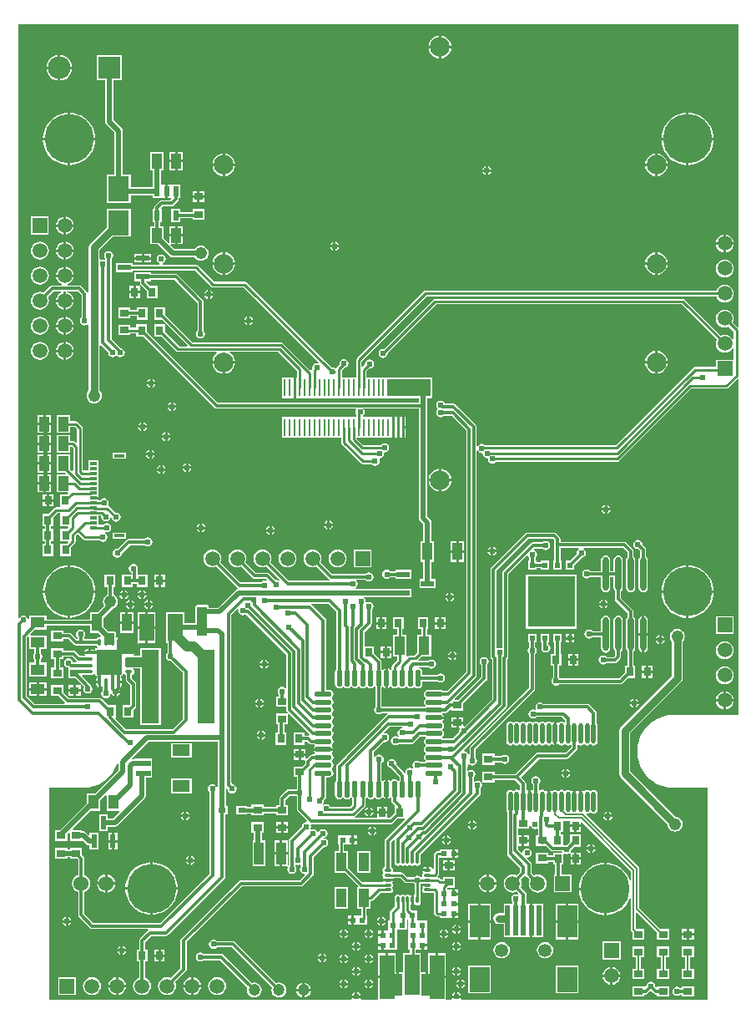
<source format=gtl>
%FSLAX25Y25*%
%MOIN*%
G70*
G01*
G75*
G04 Layer_Physical_Order=1*
G04 Layer_Color=255*
%ADD10R,0.03740X0.03150*%
%ADD11R,0.04134X0.05906*%
%ADD12R,0.02362X0.04134*%
%ADD13R,0.03543X0.02953*%
%ADD14R,0.07087X0.29528*%
%ADD15O,0.01378X0.03150*%
%ADD16O,0.03150X0.01378*%
%ADD17R,0.09843X0.09843*%
%ADD18R,0.01969X0.12205*%
%ADD19R,0.07874X0.09843*%
%ADD20R,0.07874X0.12992*%
%ADD21R,0.02362X0.05512*%
%ADD22R,0.04331X0.05709*%
%ADD23R,0.00984X0.07087*%
%ADD24O,0.06890X0.02165*%
%ADD25O,0.02165X0.06890*%
%ADD26R,0.02953X0.03543*%
%ADD27R,0.03150X0.03740*%
%ADD28R,0.04331X0.07480*%
%ADD29R,0.05709X0.04331*%
%ADD30R,0.04134X0.07087*%
%ADD31R,0.03937X0.09055*%
%ADD32R,0.05512X0.02362*%
%ADD33R,0.04331X0.07480*%
%ADD34O,0.03150X0.01181*%
%ADD35O,0.01181X0.03150*%
%ADD36R,0.02362X0.02362*%
%ADD37R,0.03937X0.01181*%
%ADD38R,0.02756X0.01181*%
%ADD39R,0.07087X0.04724*%
%ADD40R,0.06102X0.02362*%
%ADD41R,0.05906X0.11024*%
%ADD42R,0.03150X0.01969*%
%ADD43R,0.04134X0.08661*%
%ADD44R,0.05906X0.17716*%
%ADD45R,0.05906X0.16142*%
%ADD46O,0.01772X0.08268*%
%ADD47O,0.02362X0.13583*%
%ADD48R,0.18898X0.20315*%
%ADD49R,0.01969X0.02362*%
%ADD50R,0.05315X0.02362*%
%ADD51R,0.08465X0.09843*%
%ADD52C,0.01200*%
%ADD53C,0.02000*%
%ADD54C,0.01200*%
%ADD55C,0.03000*%
%ADD56C,0.00800*%
%ADD57C,0.01000*%
%ADD58C,0.04000*%
%ADD59C,0.01500*%
%ADD60R,0.07569X0.07569*%
%ADD61R,0.03937X0.04715*%
%ADD62R,0.07776X0.02559*%
%ADD63R,0.16929X0.07087*%
%ADD64R,0.04134X0.11614*%
%ADD65R,0.01705X0.00581*%
%ADD66R,0.01705X0.01280*%
%ADD67R,0.00239X0.00358*%
%ADD68R,0.00342X0.00386*%
%ADD69R,0.00342X0.00386*%
%ADD70R,0.00239X0.00358*%
%ADD71R,0.00280X0.00186*%
%ADD72R,0.00441X0.00236*%
%ADD73R,0.00248X0.00441*%
%ADD74R,0.00262X0.00395*%
%ADD75R,0.00286X0.00429*%
%ADD76R,0.02142X0.00344*%
%ADD77R,0.04702X0.00344*%
%ADD78C,0.04724*%
%ADD79C,0.05906*%
%ADD80R,0.05906X0.05906*%
%ADD81C,0.05315*%
%ADD82C,0.06000*%
%ADD83C,0.07874*%
%ADD84C,0.19685*%
%ADD85R,0.05906X0.05906*%
%ADD86C,0.09055*%
%ADD87R,0.09055X0.09055*%
%ADD88C,0.02400*%
%ADD89C,0.04800*%
G36*
X1470020Y1429808D02*
Y1295885D01*
X1444134D01*
Y1295909D01*
X1441848Y1295729D01*
X1439619Y1295194D01*
X1437501Y1294316D01*
X1435546Y1293119D01*
X1433803Y1291630D01*
X1432314Y1289886D01*
X1431117Y1287932D01*
X1430239Y1285814D01*
X1429704Y1283585D01*
X1429524Y1281299D01*
X1429704Y1279014D01*
X1430239Y1276785D01*
X1431117Y1274667D01*
X1432314Y1272712D01*
X1433803Y1270969D01*
X1435546Y1269480D01*
X1437501Y1268282D01*
X1439619Y1267405D01*
X1441848Y1266870D01*
X1444134Y1266690D01*
Y1266713D01*
X1444134Y1266713D01*
X1457520D01*
Y1182224D01*
X1359207D01*
X1358972Y1182665D01*
X1359026Y1182747D01*
X1359066Y1182949D01*
X1355595D01*
X1355635Y1182747D01*
X1355690Y1182665D01*
X1355454Y1182224D01*
X1353147D01*
Y1190768D01*
X1349594D01*
Y1191267D01*
X1349094D01*
Y1200726D01*
X1346042D01*
Y1193214D01*
X1345902D01*
Y1188282D01*
X1344902D01*
Y1193214D01*
X1343147D01*
Y1200726D01*
X1340984D01*
Y1202168D01*
X1341643D01*
Y1202168D01*
X1341643D01*
X1341643Y1202168D01*
X1342018D01*
Y1202168D01*
X1343299D01*
Y1203950D01*
X1343798D01*
Y1204449D01*
X1345580D01*
Y1205730D01*
D01*
Y1205730D01*
X1345580Y1205730D01*
Y1206168D01*
X1345580D01*
Y1209730D01*
D01*
Y1209730D01*
X1345580Y1209730D01*
Y1210168D01*
X1345580D01*
Y1213730D01*
X1342018D01*
D01*
D01*
X1342018Y1213730D01*
X1341643D01*
D01*
X1341580Y1213730D01*
Y1214168D01*
X1341580D01*
Y1217730D01*
X1339604D01*
X1338952Y1218382D01*
Y1219651D01*
X1339339Y1219968D01*
X1339335Y1219969D01*
X1339299Y1219993D01*
Y1222074D01*
Y1224157D01*
X1338941Y1223917D01*
X1338689D01*
X1338295Y1224181D01*
X1337831Y1224273D01*
X1337366Y1224181D01*
X1336972Y1223917D01*
X1336720D01*
X1336327Y1224181D01*
X1335862Y1224273D01*
X1335398Y1224181D01*
X1335004Y1223917D01*
X1334752D01*
X1334358Y1224181D01*
X1333894Y1224273D01*
X1333429Y1224181D01*
X1333035Y1223917D01*
X1332772Y1223524D01*
X1332680Y1223059D01*
Y1221091D01*
X1332772Y1220626D01*
Y1219476D01*
X1331069Y1217773D01*
X1330826Y1217410D01*
X1330741Y1216980D01*
X1330741Y1216980D01*
Y1213730D01*
X1330081D01*
Y1210168D01*
X1330081D01*
Y1209793D01*
X1330018Y1209730D01*
X1330018D01*
D01*
X1329643D01*
Y1209730D01*
X1328362D01*
Y1207948D01*
X1327863D01*
Y1207449D01*
X1326081D01*
Y1206168D01*
X1326081Y1206168D01*
X1326081Y1205730D01*
X1326081D01*
Y1204449D01*
X1327863D01*
Y1203950D01*
X1328362D01*
Y1202168D01*
X1329643D01*
Y1202168D01*
X1329643D01*
X1329643Y1202168D01*
X1330018D01*
Y1202168D01*
X1333580D01*
Y1205730D01*
D01*
Y1205730D01*
X1333580Y1205730D01*
Y1206168D01*
X1333580D01*
Y1209730D01*
X1333580D01*
Y1210105D01*
X1333643Y1210168D01*
X1333643D01*
D01*
D01*
X1334018D01*
Y1210168D01*
X1337580D01*
Y1213730D01*
X1337580D01*
Y1214105D01*
X1337643Y1214168D01*
X1337643D01*
D01*
D01*
X1338018D01*
D01*
X1338081Y1214168D01*
Y1213730D01*
X1338081D01*
Y1210168D01*
X1338081Y1210168D01*
X1338081Y1209730D01*
X1338081D01*
Y1206168D01*
X1338081Y1206168D01*
X1338081Y1205730D01*
X1338081D01*
Y1202168D01*
X1338741D01*
Y1200726D01*
X1336042D01*
Y1193214D01*
X1334287D01*
Y1188282D01*
X1333287D01*
Y1193214D01*
X1333147D01*
Y1200726D01*
X1330095D01*
Y1191267D01*
X1329595D01*
Y1190768D01*
X1326042D01*
Y1182224D01*
X1319207D01*
X1318972Y1182665D01*
X1319026Y1182747D01*
X1319067Y1182949D01*
X1315595D01*
X1315635Y1182747D01*
X1315690Y1182665D01*
X1315454Y1182224D01*
X1194724D01*
Y1266713D01*
X1208110D01*
X1208110Y1266713D01*
Y1266690D01*
X1210396Y1266870D01*
X1212625Y1267405D01*
X1214743Y1268282D01*
X1216698Y1269480D01*
X1218441Y1270969D01*
X1219930Y1272712D01*
X1221128Y1274667D01*
X1221894Y1276517D01*
X1222384Y1276420D01*
Y1273707D01*
X1213155Y1264478D01*
X1209636D01*
Y1260565D01*
X1198982Y1249911D01*
X1196939D01*
Y1245561D01*
X1201880D01*
Y1248195D01*
X1202383Y1248698D01*
X1202845Y1248507D01*
Y1245561D01*
X1207785D01*
X1207785Y1245561D01*
Y1245561D01*
X1208033Y1245664D01*
X1209378Y1244319D01*
X1209907Y1243965D01*
X1210532Y1243841D01*
X1210817D01*
Y1242117D01*
X1214380D01*
Y1248828D01*
X1210817D01*
Y1248147D01*
X1210355Y1247956D01*
X1209421Y1248890D01*
X1208892Y1249243D01*
X1208268Y1249368D01*
X1207785D01*
Y1249911D01*
X1204249D01*
X1204058Y1250373D01*
X1211254Y1257569D01*
X1215167D01*
Y1261876D01*
X1217048Y1263757D01*
X1217510Y1263566D01*
Y1257569D01*
X1222621D01*
X1222812Y1257107D01*
X1220289Y1254584D01*
X1218120D01*
Y1256309D01*
X1214557D01*
Y1249597D01*
X1218120D01*
Y1251321D01*
X1220965D01*
X1221589Y1251446D01*
X1222118Y1251799D01*
X1232748Y1262429D01*
X1233102Y1262958D01*
X1233226Y1263583D01*
X1233226Y1263583D01*
X1233226Y1263583D01*
Y1263583D01*
Y1270857D01*
X1235836D01*
Y1274419D01*
D01*
Y1274419D01*
X1235836Y1274419D01*
Y1274794D01*
X1235836D01*
Y1278356D01*
X1228534D01*
Y1278206D01*
X1228051D01*
X1227915Y1278179D01*
X1227679Y1278620D01*
X1234337Y1285278D01*
X1261951D01*
Y1267284D01*
X1261473Y1267138D01*
X1261140Y1267636D01*
X1260545Y1268034D01*
X1259842Y1268174D01*
X1259140Y1268034D01*
X1258545Y1267636D01*
X1258147Y1267041D01*
X1258007Y1266339D01*
X1258147Y1265636D01*
X1258545Y1265041D01*
X1258619Y1264991D01*
Y1232495D01*
X1238962Y1212838D01*
X1212318D01*
X1208625Y1216530D01*
Y1225154D01*
X1209217Y1225399D01*
X1209969Y1225976D01*
X1210546Y1226728D01*
X1210909Y1227604D01*
X1211033Y1228543D01*
X1210909Y1229483D01*
X1210546Y1230359D01*
X1209969Y1231111D01*
X1209217Y1231688D01*
X1208625Y1231933D01*
Y1238563D01*
X1208532Y1239031D01*
X1208267Y1239428D01*
X1207785Y1239910D01*
Y1242824D01*
X1202845D01*
Y1242281D01*
X1201880D01*
Y1242824D01*
X1196939D01*
Y1238475D01*
X1201880D01*
Y1239018D01*
X1202845D01*
Y1238475D01*
X1205760D01*
X1206178Y1238056D01*
Y1231933D01*
X1205586Y1231688D01*
X1204834Y1231111D01*
X1204257Y1230359D01*
X1203894Y1229483D01*
X1203771Y1228543D01*
X1203894Y1227604D01*
X1204257Y1226728D01*
X1204834Y1225976D01*
X1205586Y1225399D01*
X1206178Y1225154D01*
Y1216024D01*
X1206178Y1216024D01*
X1206178D01*
X1206271Y1215555D01*
X1206536Y1215158D01*
X1210946Y1210749D01*
X1211343Y1210484D01*
X1211343Y1210484D01*
X1211343Y1210484D01*
D01*
X1211343Y1210484D01*
X1211343Y1210484D01*
X1211811Y1210391D01*
X1234115D01*
X1234260Y1209912D01*
X1233977Y1209723D01*
X1230867Y1206613D01*
X1230602Y1206216D01*
X1230509Y1205748D01*
Y1202175D01*
X1229715D01*
Y1197431D01*
X1230509D01*
Y1190977D01*
X1229941Y1190741D01*
X1229198Y1190172D01*
X1228629Y1189429D01*
X1228271Y1188565D01*
X1228149Y1187638D01*
X1228271Y1186710D01*
X1228629Y1185846D01*
X1229198Y1185104D01*
X1229941Y1184534D01*
X1230805Y1184177D01*
X1231732Y1184054D01*
X1232660Y1184177D01*
X1233524Y1184534D01*
X1234266Y1185104D01*
X1234836Y1185846D01*
X1235194Y1186710D01*
X1235316Y1187638D01*
X1235194Y1188565D01*
X1234836Y1189429D01*
X1234266Y1190172D01*
X1233524Y1190741D01*
X1232956Y1190977D01*
Y1197431D01*
X1233868D01*
Y1202175D01*
X1232956D01*
Y1205241D01*
X1235349Y1207635D01*
X1241339D01*
X1241807Y1207728D01*
X1242204Y1207993D01*
X1242204Y1207993D01*
X1242204Y1207993D01*
X1264645Y1230434D01*
X1264910Y1230831D01*
X1265003Y1231299D01*
X1265003Y1231299D01*
X1265003Y1231299D01*
Y1231299D01*
Y1256290D01*
X1265954D01*
Y1259458D01*
X1265214D01*
Y1266457D01*
X1265236Y1266467D01*
X1265825Y1266350D01*
X1265886Y1266317D01*
X1266021Y1265636D01*
X1266419Y1265041D01*
X1267014Y1264643D01*
X1267717Y1264503D01*
X1268419Y1264643D01*
X1269014Y1265041D01*
X1269412Y1265636D01*
X1269552Y1266339D01*
X1269412Y1267041D01*
X1269014Y1267636D01*
X1268419Y1268034D01*
X1267717Y1268174D01*
X1267464Y1269446D01*
Y1335714D01*
X1269781Y1338031D01*
X1270222Y1337795D01*
X1270151Y1337439D01*
X1270291Y1336736D01*
X1270688Y1336141D01*
X1271284Y1335743D01*
X1271986Y1335604D01*
X1272688Y1335743D01*
X1272978Y1335937D01*
X1273455D01*
X1289411Y1319981D01*
Y1306891D01*
X1289214Y1306759D01*
X1288970Y1306629D01*
X1288399Y1307010D01*
X1287697Y1307150D01*
X1286994Y1307010D01*
X1286399Y1306613D01*
X1286001Y1306017D01*
X1285862Y1305315D01*
X1286001Y1304613D01*
X1286399Y1304017D01*
X1286473Y1303968D01*
Y1303257D01*
X1285227D01*
Y1299105D01*
X1289411D01*
Y1297815D01*
X1289504Y1297346D01*
X1289769Y1296949D01*
X1289889Y1296830D01*
X1289756Y1296507D01*
X1289756D01*
X1289698Y1296368D01*
X1285227D01*
Y1292215D01*
X1286080D01*
Y1288887D01*
X1285128D01*
Y1283947D01*
X1289478D01*
Y1288887D01*
X1288527D01*
Y1292215D01*
X1289970D01*
Y1296096D01*
X1290109Y1296153D01*
Y1296153D01*
X1290432Y1296287D01*
X1298705Y1288014D01*
X1298469Y1287573D01*
X1298130Y1287641D01*
X1296565D01*
Y1288887D01*
X1292215D01*
Y1283947D01*
X1296565D01*
Y1285194D01*
X1297623D01*
X1298446Y1284371D01*
X1298843Y1284106D01*
X1299311Y1284013D01*
X1300574D01*
X1300726Y1283911D01*
Y1283411D01*
X1300558Y1283300D01*
X1300187Y1282743D01*
X1300156Y1282587D01*
X1308112D01*
X1308081Y1282743D01*
X1307709Y1283300D01*
X1307542Y1283411D01*
Y1283911D01*
X1307709Y1284023D01*
X1308081Y1284580D01*
X1308212Y1285236D01*
X1308081Y1285893D01*
X1307709Y1286449D01*
X1307542Y1286561D01*
Y1287061D01*
X1307709Y1287173D01*
X1308081Y1287729D01*
X1308212Y1288386D01*
X1308081Y1289042D01*
X1307709Y1289599D01*
X1307542Y1289711D01*
Y1290211D01*
X1307709Y1290322D01*
X1308081Y1290879D01*
X1308212Y1291535D01*
X1308081Y1292192D01*
X1307709Y1292749D01*
X1307542Y1292860D01*
Y1293360D01*
X1307709Y1293472D01*
X1308081Y1294028D01*
X1308212Y1294685D01*
X1308081Y1295342D01*
X1307709Y1295898D01*
X1307542Y1296010D01*
Y1296510D01*
X1307709Y1296622D01*
X1308081Y1297178D01*
X1308212Y1297835D01*
X1308081Y1298491D01*
X1307709Y1299048D01*
X1307542Y1299159D01*
Y1299660D01*
X1307709Y1299771D01*
X1308081Y1300328D01*
X1308212Y1300984D01*
X1308081Y1301641D01*
X1307709Y1302197D01*
X1307542Y1302309D01*
Y1302809D01*
X1307709Y1302921D01*
X1308081Y1303477D01*
X1308212Y1304134D01*
X1308081Y1304790D01*
X1307709Y1305347D01*
X1307153Y1305719D01*
X1306496Y1305849D01*
X1305357D01*
Y1333563D01*
X1305264Y1334031D01*
X1305158Y1334190D01*
X1304999Y1334428D01*
X1299586Y1339841D01*
X1299189Y1340107D01*
X1298720Y1340200D01*
X1298833Y1340312D01*
X1306088D01*
X1309308Y1337092D01*
Y1314091D01*
X1308947Y1313550D01*
X1308816Y1312894D01*
Y1308169D01*
X1308947Y1307513D01*
X1309318Y1306956D01*
X1309875Y1306584D01*
X1310532Y1306454D01*
X1311188Y1306584D01*
X1311745Y1306956D01*
X1311856Y1307123D01*
X1312356D01*
X1312468Y1306956D01*
X1313025Y1306584D01*
X1313681Y1306454D01*
X1314338Y1306584D01*
X1314894Y1306956D01*
X1315006Y1307123D01*
X1315506D01*
X1315618Y1306956D01*
X1316174Y1306584D01*
X1316831Y1306454D01*
X1317487Y1306584D01*
X1318044Y1306956D01*
X1318155Y1307123D01*
X1318655D01*
X1318767Y1306956D01*
X1319324Y1306584D01*
X1319980Y1306454D01*
X1320637Y1306584D01*
X1321194Y1306956D01*
X1321305Y1307123D01*
X1321805D01*
X1321917Y1306956D01*
X1322473Y1306584D01*
X1323130Y1306454D01*
X1323787Y1306584D01*
X1324343Y1306956D01*
X1324455Y1307123D01*
X1324955D01*
X1325056Y1306972D01*
Y1299182D01*
X1324982Y1299132D01*
X1324584Y1298537D01*
X1324444Y1297835D01*
X1324584Y1297132D01*
X1324982Y1296537D01*
X1325577Y1296139D01*
X1326280Y1295999D01*
X1326982Y1296139D01*
X1327577Y1296537D01*
X1327627Y1296611D01*
X1329589D01*
X1329734Y1296133D01*
X1329599Y1296042D01*
X1309666Y1276110D01*
X1309401Y1275713D01*
X1309308Y1275245D01*
Y1269800D01*
X1308947Y1269259D01*
X1308816Y1268602D01*
Y1263878D01*
X1308947Y1263221D01*
X1309318Y1262665D01*
X1309875Y1262293D01*
X1310532Y1262162D01*
X1311188Y1262293D01*
X1311745Y1262665D01*
X1311856Y1262832D01*
X1312356D01*
X1312468Y1262665D01*
X1313025Y1262293D01*
X1313681Y1262162D01*
X1314338Y1262293D01*
X1314894Y1262665D01*
X1315006Y1262832D01*
X1315506D01*
X1315618Y1262665D01*
X1315709Y1262604D01*
Y1260110D01*
X1314890Y1259291D01*
X1306829D01*
X1306514Y1259762D01*
X1305919Y1260160D01*
X1305217Y1260300D01*
X1304514Y1260160D01*
X1304132Y1259905D01*
X1303857Y1260316D01*
X1304255Y1260912D01*
X1304394Y1261614D01*
X1304377Y1261702D01*
X1304999Y1262324D01*
X1305264Y1262721D01*
X1305357Y1263189D01*
Y1270922D01*
X1306496D01*
X1307153Y1271053D01*
X1307709Y1271425D01*
X1308081Y1271981D01*
X1308212Y1272638D01*
X1308081Y1273294D01*
X1307709Y1273851D01*
X1307542Y1273963D01*
Y1274463D01*
X1307709Y1274574D01*
X1308081Y1275131D01*
X1308212Y1275787D01*
X1308081Y1276444D01*
X1307709Y1277001D01*
X1307542Y1277112D01*
Y1277612D01*
X1307709Y1277724D01*
X1308081Y1278281D01*
X1308212Y1278937D01*
X1308081Y1279594D01*
X1307709Y1280150D01*
X1307542Y1280262D01*
Y1280762D01*
X1307709Y1280873D01*
X1308081Y1281430D01*
X1308112Y1281587D01*
X1300156D01*
X1300187Y1281430D01*
X1300558Y1280873D01*
X1300726Y1280762D01*
Y1280262D01*
X1300558Y1280150D01*
X1300500Y1280062D01*
X1299803D01*
X1299335Y1279969D01*
X1298938Y1279704D01*
X1297617Y1278383D01*
X1297155Y1278574D01*
Y1279520D01*
X1295284D01*
Y1277943D01*
X1296536D01*
X1296826Y1277749D01*
X1296984Y1277557D01*
X1296906Y1277165D01*
Y1276491D01*
X1295622Y1275206D01*
X1292412D01*
Y1271054D01*
X1293560D01*
Y1266210D01*
X1293486Y1266160D01*
X1293436Y1266086D01*
X1290256D01*
X1289788Y1265993D01*
X1289391Y1265727D01*
X1286930Y1263267D01*
X1286665Y1262870D01*
X1286572Y1262402D01*
Y1259950D01*
X1285424D01*
Y1259097D01*
X1280423D01*
Y1260147D01*
X1275483D01*
Y1259251D01*
X1273828D01*
Y1259458D01*
X1269479D01*
Y1256290D01*
X1273828D01*
Y1256498D01*
X1275483D01*
Y1255798D01*
X1280423D01*
Y1256651D01*
X1285424D01*
Y1255798D01*
X1290167D01*
Y1259950D01*
X1289019D01*
Y1261895D01*
X1290763Y1263639D01*
X1293436D01*
X1293486Y1263564D01*
X1293560Y1263515D01*
Y1258169D01*
X1293560Y1258169D01*
X1293560D01*
X1293653Y1257701D01*
X1293918Y1257304D01*
X1297552Y1253671D01*
X1297441Y1253115D01*
X1296739Y1252975D01*
X1296143Y1252577D01*
X1295745Y1251982D01*
X1295606Y1251280D01*
X1295623Y1251192D01*
X1290769Y1246338D01*
X1290504Y1245941D01*
X1290410Y1245472D01*
Y1236034D01*
X1289981Y1235777D01*
X1289872Y1235835D01*
Y1240150D01*
X1287803D01*
Y1235522D01*
X1289689D01*
X1289787Y1235338D01*
X1289787Y1235338D01*
X1289925Y1235081D01*
X1289840Y1234954D01*
X1289700Y1234252D01*
X1289840Y1233550D01*
X1290238Y1232954D01*
X1290833Y1232556D01*
X1291535Y1232417D01*
X1292238Y1232556D01*
X1292833Y1232954D01*
X1293231Y1233550D01*
X1293371Y1234252D01*
X1293231Y1234954D01*
X1292857Y1235513D01*
Y1235828D01*
X1293298Y1236064D01*
X1293392Y1236001D01*
X1294094Y1235862D01*
X1294797Y1236001D01*
X1294891Y1236064D01*
X1294926Y1236045D01*
X1295147Y1235715D01*
X1295207Y1235475D01*
X1294860Y1234954D01*
X1294720Y1234252D01*
X1294860Y1233550D01*
X1295257Y1232954D01*
X1295853Y1232556D01*
X1296555Y1232417D01*
X1296666Y1231861D01*
X1294670Y1229865D01*
X1271260D01*
X1270792Y1229772D01*
X1270395Y1229507D01*
X1247422Y1206534D01*
X1247157Y1206137D01*
X1247064Y1205669D01*
Y1194700D01*
X1243228Y1190864D01*
X1242660Y1191099D01*
X1241732Y1191221D01*
X1240805Y1191099D01*
X1239941Y1190741D01*
X1239198Y1190172D01*
X1238629Y1189429D01*
X1238271Y1188565D01*
X1238149Y1187638D01*
X1238271Y1186710D01*
X1238629Y1185846D01*
X1239198Y1185104D01*
X1239941Y1184534D01*
X1240805Y1184177D01*
X1241732Y1184054D01*
X1242660Y1184177D01*
X1243524Y1184534D01*
X1244266Y1185104D01*
X1244836Y1185846D01*
X1245194Y1186710D01*
X1245316Y1187638D01*
X1245194Y1188565D01*
X1244958Y1189133D01*
X1249152Y1193328D01*
X1249312Y1193566D01*
X1249418Y1193725D01*
X1249511Y1194193D01*
Y1205163D01*
X1271767Y1227418D01*
X1295177D01*
X1295645Y1227511D01*
X1296042Y1227777D01*
X1299942Y1231676D01*
X1300101Y1231914D01*
X1300207Y1232073D01*
X1300300Y1232541D01*
Y1239022D01*
X1304243Y1242966D01*
X1304331Y1242948D01*
X1305033Y1243088D01*
X1305628Y1243486D01*
X1306026Y1244081D01*
X1306166Y1244783D01*
X1306026Y1245486D01*
X1305628Y1246081D01*
X1305033Y1246479D01*
X1304331Y1246619D01*
X1304316Y1246693D01*
X1304738Y1246777D01*
X1305333Y1247175D01*
X1305731Y1247771D01*
X1305871Y1248473D01*
X1305731Y1249175D01*
X1305333Y1249771D01*
X1304738Y1250168D01*
X1304035Y1250308D01*
X1303333Y1250168D01*
X1302738Y1249771D01*
X1302340Y1249175D01*
X1302312Y1249036D01*
X1301812D01*
X1301794Y1249127D01*
X1301396Y1249723D01*
X1300801Y1250121D01*
X1300098Y1250261D01*
X1299396Y1250121D01*
X1299114Y1250543D01*
X1299137Y1250577D01*
X1299276Y1251280D01*
X1299137Y1251982D01*
X1299137Y1251982D01*
D01*
D01*
X1299405Y1252321D01*
X1299409Y1252320D01*
X1331299D01*
X1331767Y1252413D01*
X1332164Y1252678D01*
X1332164Y1252678D01*
X1332164Y1252678D01*
X1334004Y1254518D01*
X1336583D01*
X1336775Y1254056D01*
X1329091Y1246373D01*
X1328826Y1245976D01*
X1328733Y1245508D01*
Y1235052D01*
X1328508Y1235007D01*
X1328114Y1234744D01*
X1327851Y1234350D01*
X1327759Y1233886D01*
X1327851Y1233421D01*
X1328114Y1233027D01*
Y1232776D01*
X1327851Y1232382D01*
X1327759Y1231917D01*
X1327851Y1231453D01*
X1328114Y1231059D01*
Y1230807D01*
X1327875Y1230449D01*
X1332039D01*
X1332063Y1230414D01*
X1332267Y1230796D01*
X1334898D01*
X1336538Y1229156D01*
X1336538Y1229156D01*
X1336901Y1228913D01*
X1337331Y1228827D01*
X1340415D01*
X1340533Y1228651D01*
X1340646Y1228575D01*
Y1224498D01*
X1340260Y1224181D01*
X1340264Y1224181D01*
X1340299Y1224157D01*
Y1222074D01*
Y1219993D01*
X1340658Y1220232D01*
X1340909D01*
X1341303Y1219969D01*
X1341768Y1219877D01*
X1342232Y1219969D01*
X1342626Y1220232D01*
X1342889Y1220626D01*
X1342982Y1221091D01*
Y1223059D01*
X1342889Y1223523D01*
Y1228491D01*
X1343128Y1228651D01*
X1343128Y1228651D01*
X1343281Y1228827D01*
Y1228827D01*
X1343598Y1228441D01*
X1343599Y1228445D01*
X1343622Y1228480D01*
X1345706D01*
Y1227480D01*
X1343623D01*
X1343862Y1227122D01*
Y1226870D01*
X1343599Y1226476D01*
X1343507Y1226012D01*
X1343599Y1225547D01*
X1343862Y1225154D01*
X1344256Y1224890D01*
X1344720Y1224798D01*
X1346689D01*
X1347153Y1224890D01*
X1348209D01*
Y1216949D01*
X1348209Y1216949D01*
X1348295Y1216520D01*
X1348538Y1216156D01*
X1349038Y1215656D01*
X1349038Y1215656D01*
X1349401Y1215413D01*
X1349831Y1215327D01*
X1349831Y1215327D01*
X1350581D01*
Y1214668D01*
X1354143D01*
Y1214668D01*
X1354143D01*
X1354143Y1214668D01*
X1354518D01*
Y1214668D01*
X1355799D01*
Y1216450D01*
X1356298D01*
Y1216949D01*
X1358080D01*
Y1218230D01*
D01*
Y1218230D01*
X1358080Y1218230D01*
Y1218668D01*
X1358080D01*
Y1219949D01*
X1356298D01*
Y1220949D01*
X1358080D01*
Y1222230D01*
D01*
Y1222230D01*
X1358080Y1222230D01*
Y1222668D01*
X1358080D01*
Y1223949D01*
X1356298D01*
Y1224448D01*
X1355799D01*
Y1226230D01*
X1354518D01*
D01*
D01*
X1354518Y1226230D01*
X1354143D01*
Y1226230D01*
X1353796D01*
X1353605Y1226692D01*
X1353840Y1226927D01*
X1356702D01*
Y1231080D01*
X1351959D01*
Y1230126D01*
X1351240D01*
X1350624Y1230742D01*
X1350260Y1230985D01*
X1349831Y1231070D01*
X1349831Y1231071D01*
X1349831Y1231404D01*
X1350124Y1231697D01*
X1350124Y1231697D01*
X1350367Y1232061D01*
X1350452Y1232490D01*
X1350452Y1232490D01*
Y1238668D01*
X1350581D01*
Y1238668D01*
X1354143D01*
Y1238668D01*
X1354143D01*
X1354143Y1238668D01*
X1354518D01*
Y1238668D01*
X1355799D01*
Y1240448D01*
Y1242230D01*
X1354518D01*
D01*
D01*
X1354518Y1242230D01*
X1354143D01*
Y1242230D01*
X1350581D01*
Y1241570D01*
X1349831D01*
X1349831Y1241570D01*
X1349401Y1241485D01*
X1349038Y1241242D01*
X1349038Y1241242D01*
X1348538Y1240742D01*
X1348295Y1240378D01*
X1348209Y1239949D01*
X1348209Y1239949D01*
Y1234615D01*
X1347731Y1234470D01*
X1347547Y1234744D01*
X1347153Y1235007D01*
X1346689Y1235100D01*
X1346205D01*
Y1233885D01*
X1345706D01*
Y1233386D01*
X1343623D01*
X1343862Y1233027D01*
Y1232776D01*
X1343599Y1232382D01*
X1343507Y1231917D01*
X1343598Y1231457D01*
X1343281Y1231070D01*
X1343128Y1231246D01*
X1343128Y1231246D01*
X1342533Y1231644D01*
X1341831Y1231784D01*
X1341128Y1231644D01*
X1340533Y1231246D01*
X1340415Y1231070D01*
X1337795D01*
X1336155Y1232710D01*
X1335791Y1232953D01*
X1335362Y1233039D01*
X1335362Y1233039D01*
X1332380D01*
X1332063Y1233425D01*
X1332155Y1233886D01*
X1332062Y1234350D01*
X1331799Y1234744D01*
X1331406Y1235007D01*
X1331180Y1235052D01*
Y1245001D01*
X1332208Y1246029D01*
X1332670Y1245838D01*
Y1237823D01*
X1332680Y1237774D01*
Y1236839D01*
X1332772Y1236374D01*
X1333035Y1235980D01*
X1333429Y1235717D01*
X1333894Y1235625D01*
X1334358Y1235717D01*
X1334752Y1235980D01*
X1335004D01*
X1335398Y1235717D01*
X1335862Y1235625D01*
X1336327Y1235717D01*
X1336720Y1235980D01*
X1336972D01*
X1337366Y1235717D01*
X1337831Y1235625D01*
X1338295Y1235717D01*
X1338689Y1235980D01*
X1338941D01*
X1339335Y1235717D01*
X1339799Y1235625D01*
X1340264Y1235717D01*
X1340658Y1235980D01*
X1340909D01*
X1341303Y1235717D01*
X1341768Y1235625D01*
X1342232Y1235717D01*
X1342626Y1235980D01*
X1342889Y1236374D01*
X1342982Y1236839D01*
Y1237774D01*
X1342991Y1237823D01*
Y1240134D01*
X1366613Y1263756D01*
X1366878Y1264153D01*
X1366878Y1264153D01*
X1366878Y1264153D01*
X1366971Y1264621D01*
Y1266468D01*
X1367046Y1266517D01*
X1367444Y1267113D01*
X1367583Y1267815D01*
X1367444Y1268517D01*
D01*
X1367503Y1268818D01*
X1367609Y1268888D01*
D01*
D01*
X1367682D01*
Y1268888D01*
X1372549D01*
Y1269839D01*
X1380792D01*
X1382733Y1267899D01*
Y1265913D01*
X1382292Y1265678D01*
X1381977Y1265888D01*
X1381398Y1266003D01*
X1380818Y1265888D01*
X1380326Y1265560D01*
X1379910D01*
X1379418Y1265888D01*
X1378839Y1266003D01*
X1378259Y1265888D01*
X1377767Y1265560D01*
X1377439Y1265068D01*
X1377324Y1264488D01*
Y1257992D01*
X1377439Y1257413D01*
X1377615Y1257149D01*
Y1240374D01*
X1377708Y1239906D01*
X1377973Y1239509D01*
X1378099Y1239425D01*
X1382832Y1234693D01*
Y1233322D01*
X1381299Y1231789D01*
X1380731Y1232024D01*
X1379803Y1232147D01*
X1378876Y1232024D01*
X1378011Y1231666D01*
X1377269Y1231097D01*
X1376700Y1230355D01*
X1376342Y1229491D01*
X1376220Y1228563D01*
X1376342Y1227636D01*
X1376700Y1226772D01*
X1377269Y1226029D01*
X1378011Y1225460D01*
X1378876Y1225102D01*
X1379803Y1224980D01*
X1380731Y1225102D01*
X1381299Y1225337D01*
X1382038Y1224598D01*
X1381802Y1224157D01*
X1381102Y1224296D01*
X1380400Y1224156D01*
X1379805Y1223759D01*
X1379407Y1223163D01*
X1379267Y1222461D01*
X1379407Y1221758D01*
X1379682Y1221347D01*
Y1220502D01*
X1376171D01*
Y1216708D01*
X1374213D01*
X1373393Y1216545D01*
X1372699Y1216081D01*
X1372234Y1215386D01*
X1372071Y1214567D01*
X1372234Y1213748D01*
X1372699Y1213053D01*
X1373393Y1212589D01*
X1374213Y1212426D01*
X1376171D01*
Y1207097D01*
X1386704D01*
Y1213798D01*
Y1220502D01*
X1385279D01*
Y1224311D01*
X1385186Y1224779D01*
X1384920Y1225176D01*
X1383029Y1227067D01*
X1383264Y1227636D01*
X1383387Y1228563D01*
X1383264Y1229491D01*
X1383029Y1230059D01*
X1384486Y1231516D01*
X1385058Y1231630D01*
X1385139Y1231622D01*
X1385390Y1231246D01*
X1386577Y1230059D01*
X1386342Y1229491D01*
X1386220Y1228563D01*
X1386342Y1227636D01*
X1386700Y1226772D01*
X1387269Y1226029D01*
X1388011Y1225460D01*
X1388876Y1225102D01*
X1389803Y1224980D01*
X1390731Y1225102D01*
X1391595Y1225460D01*
X1392337Y1226029D01*
X1392906Y1226772D01*
X1393264Y1227636D01*
X1393386Y1228563D01*
X1393264Y1229491D01*
X1392906Y1230355D01*
X1392337Y1231097D01*
X1391595Y1231666D01*
X1390731Y1232024D01*
X1389803Y1232147D01*
X1388876Y1232024D01*
X1388307Y1231789D01*
X1387479Y1232618D01*
Y1236111D01*
X1387385Y1236579D01*
X1387279Y1236738D01*
X1387120Y1236976D01*
X1385410Y1238686D01*
X1385532Y1238913D01*
X1386234Y1239052D01*
X1386829Y1239450D01*
X1387227Y1240046D01*
X1387367Y1240748D01*
X1387227Y1241450D01*
X1386829Y1242046D01*
X1386234Y1242444D01*
X1385532Y1242583D01*
X1384829Y1242444D01*
X1384234Y1242046D01*
X1383836Y1241450D01*
X1383742Y1240978D01*
X1383263Y1240833D01*
X1381913Y1242183D01*
Y1243613D01*
X1383457D01*
Y1245688D01*
Y1247766D01*
X1381913D01*
Y1250502D01*
X1386328D01*
Y1251624D01*
X1386826Y1251672D01*
X1386887Y1251365D01*
X1387285Y1250769D01*
X1387880Y1250371D01*
X1388583Y1250232D01*
X1389285Y1250371D01*
X1389439Y1250475D01*
X1389880Y1250239D01*
Y1247962D01*
X1389065D01*
Y1243613D01*
X1391665D01*
X1391831Y1243580D01*
X1391996Y1243613D01*
X1393039D01*
X1394898Y1241754D01*
X1395294Y1241489D01*
X1395763Y1241396D01*
X1399310D01*
X1399567Y1240967D01*
X1399518Y1240876D01*
X1395955D01*
Y1239728D01*
X1394005D01*
Y1240876D01*
X1389065D01*
Y1236526D01*
X1394005D01*
Y1237281D01*
X1395955D01*
Y1236133D01*
X1396808D01*
Y1232116D01*
X1396250D01*
Y1225010D01*
X1403356D01*
Y1232116D01*
X1399255D01*
Y1236133D01*
X1400108D01*
Y1240279D01*
X1400549Y1240515D01*
X1400676Y1240430D01*
X1401378Y1240291D01*
X1402080Y1240430D01*
X1402404Y1240647D01*
X1402845Y1240411D01*
Y1239004D01*
X1404421D01*
Y1240876D01*
X1403238D01*
X1403002Y1241317D01*
X1403074Y1241424D01*
X1403213Y1242126D01*
X1403193Y1242230D01*
X1404181Y1243219D01*
X1407096D01*
Y1248159D01*
X1402746D01*
Y1245245D01*
X1401449Y1243947D01*
X1401378Y1243961D01*
X1400781Y1243843D01*
X1400009D01*
Y1248159D01*
X1399058D01*
Y1249125D01*
X1400009D01*
Y1253642D01*
X1402746D01*
Y1252095D01*
X1407096D01*
Y1252676D01*
X1407558Y1252867D01*
X1427032Y1233394D01*
Y1230043D01*
X1426541Y1229945D01*
X1426065Y1231094D01*
X1425207Y1232495D01*
X1424139Y1233745D01*
X1422889Y1234813D01*
X1421488Y1235672D01*
X1419969Y1236301D01*
X1418371Y1236684D01*
X1417232Y1236774D01*
Y1226338D01*
Y1215903D01*
X1418371Y1215993D01*
X1419969Y1216376D01*
X1421488Y1217006D01*
X1422889Y1217864D01*
X1424139Y1218932D01*
X1425207Y1220182D01*
X1426065Y1221583D01*
X1426541Y1222732D01*
X1427032Y1222634D01*
Y1210236D01*
X1427109Y1209846D01*
X1427330Y1209515D01*
X1427550Y1209296D01*
Y1206093D01*
X1432490D01*
Y1210443D01*
X1429287D01*
X1429071Y1210658D01*
Y1216669D01*
X1429533Y1216860D01*
X1437392Y1209001D01*
Y1206093D01*
X1442332D01*
Y1210443D01*
X1438834D01*
X1430471Y1218806D01*
Y1234396D01*
X1430393Y1234786D01*
X1430172Y1235117D01*
X1409238Y1256051D01*
X1409474Y1256492D01*
X1409547Y1256477D01*
X1410127Y1256593D01*
X1410618Y1256921D01*
X1411035D01*
X1411526Y1256593D01*
X1412106Y1256477D01*
X1412686Y1256593D01*
X1413177Y1256921D01*
X1413506Y1257413D01*
X1413621Y1257992D01*
Y1264488D01*
X1413506Y1265068D01*
X1413177Y1265560D01*
X1412686Y1265888D01*
X1412106Y1266003D01*
X1411526Y1265888D01*
X1411035Y1265560D01*
X1410618D01*
X1410127Y1265888D01*
X1409547Y1266003D01*
X1408967Y1265888D01*
X1408476Y1265560D01*
X1408059D01*
X1407568Y1265888D01*
X1407488Y1265904D01*
Y1261239D01*
X1406488D01*
Y1265904D01*
X1406408Y1265888D01*
X1405917Y1265560D01*
X1405500D01*
X1405009Y1265888D01*
X1404929Y1265904D01*
Y1261239D01*
X1403929D01*
Y1265904D01*
X1403849Y1265888D01*
X1403358Y1265560D01*
X1402941D01*
X1402450Y1265888D01*
X1401870Y1266003D01*
X1401290Y1265888D01*
X1400799Y1265560D01*
X1400382D01*
X1399891Y1265888D01*
X1399311Y1266003D01*
X1398731Y1265888D01*
X1398240Y1265560D01*
X1397823D01*
X1397332Y1265888D01*
X1396752Y1266003D01*
X1396172Y1265888D01*
X1395681Y1265560D01*
X1395264D01*
X1394773Y1265888D01*
X1394693Y1265904D01*
Y1261239D01*
X1393693D01*
Y1265904D01*
X1393613Y1265888D01*
X1393122Y1265560D01*
X1392705D01*
X1392214Y1265888D01*
X1391634Y1266003D01*
X1391054Y1265888D01*
X1390739Y1265678D01*
X1390298Y1265913D01*
Y1268141D01*
X1390372Y1268190D01*
X1390770Y1268786D01*
X1390910Y1269488D01*
X1390770Y1270191D01*
X1390372Y1270786D01*
X1389777Y1271184D01*
X1389075Y1271323D01*
X1388373Y1271184D01*
X1387777Y1270786D01*
X1387379Y1270191D01*
X1387239Y1269488D01*
X1387379Y1268786D01*
X1387777Y1268190D01*
X1387851Y1268141D01*
Y1265913D01*
X1387410Y1265678D01*
X1387095Y1265888D01*
X1387016Y1265904D01*
Y1261239D01*
X1386016D01*
Y1265904D01*
X1385936Y1265888D01*
X1385621Y1265678D01*
X1385180Y1265913D01*
Y1268406D01*
X1385087Y1268874D01*
X1384822Y1269271D01*
X1383280Y1270813D01*
Y1271313D01*
X1390271Y1278304D01*
X1401378D01*
X1401846Y1278397D01*
X1402243Y1278662D01*
X1405294Y1281713D01*
X1405453Y1281952D01*
X1405559Y1282111D01*
X1405653Y1282579D01*
Y1283733D01*
X1406094Y1283968D01*
X1406408Y1283758D01*
X1406988Y1283643D01*
X1407568Y1283758D01*
X1408059Y1284086D01*
X1408476D01*
X1408967Y1283758D01*
X1409547Y1283643D01*
X1410127Y1283758D01*
X1410618Y1284086D01*
X1411035D01*
X1411526Y1283758D01*
X1412106Y1283643D01*
X1412686Y1283758D01*
X1413177Y1284086D01*
X1413506Y1284578D01*
X1413621Y1285158D01*
Y1291654D01*
X1413506Y1292233D01*
X1413330Y1292497D01*
Y1296654D01*
X1413237Y1297122D01*
X1412971Y1297519D01*
X1410609Y1299881D01*
X1410212Y1300146D01*
X1409744Y1300239D01*
X1392095D01*
X1392046Y1300313D01*
X1391450Y1300711D01*
X1390748Y1300851D01*
X1390046Y1300711D01*
X1389450Y1300313D01*
X1389052Y1299718D01*
X1388913Y1299016D01*
X1389052Y1298313D01*
X1389062Y1298300D01*
X1388708Y1297946D01*
X1388694Y1297955D01*
X1387992Y1298095D01*
X1387290Y1297955D01*
X1386694Y1297558D01*
X1386297Y1296962D01*
X1386157Y1296260D01*
X1386297Y1295557D01*
X1386694Y1294962D01*
X1387290Y1294564D01*
X1387992Y1294425D01*
X1388694Y1294564D01*
X1389290Y1294962D01*
X1389339Y1295036D01*
X1399493D01*
X1400646Y1293883D01*
Y1293079D01*
X1400206Y1292843D01*
X1399891Y1293053D01*
X1399311Y1293169D01*
X1398731Y1293053D01*
X1398240Y1292725D01*
X1397823D01*
X1397332Y1293053D01*
X1397252Y1293069D01*
Y1288405D01*
Y1283742D01*
X1397332Y1283758D01*
X1397823Y1284086D01*
X1398240D01*
X1398731Y1283758D01*
X1399311Y1283643D01*
X1399891Y1283758D01*
X1400382Y1284086D01*
X1400799D01*
X1401290Y1283758D01*
X1401870Y1283643D01*
X1402450Y1283758D01*
X1402765Y1283968D01*
X1403206Y1283733D01*
Y1283086D01*
X1400871Y1280751D01*
X1389764D01*
X1389295Y1280658D01*
X1389137Y1280552D01*
X1388899Y1280393D01*
X1380792Y1272287D01*
X1372549D01*
Y1273238D01*
X1367609D01*
Y1269131D01*
X1367541Y1269111D01*
D01*
X1367130Y1268986D01*
X1367046Y1269113D01*
X1366450Y1269510D01*
X1365748Y1269650D01*
X1365046Y1269510D01*
X1364755Y1269316D01*
X1364314Y1269552D01*
Y1270700D01*
X1364388Y1270749D01*
X1364786Y1271345D01*
X1364926Y1272047D01*
X1364786Y1272750D01*
X1364388Y1273345D01*
X1363793Y1273743D01*
X1363091Y1273882D01*
X1362388Y1273743D01*
X1362112Y1273559D01*
X1361683Y1273814D01*
X1361901Y1276183D01*
X1362386Y1276306D01*
X1362482Y1276163D01*
X1363077Y1275765D01*
X1363780Y1275625D01*
X1364482Y1275765D01*
X1365077Y1276163D01*
X1365475Y1276758D01*
X1365615Y1277461D01*
X1365475Y1278163D01*
X1365077Y1278758D01*
X1365003Y1278808D01*
Y1281875D01*
X1388464Y1305336D01*
X1388729Y1305733D01*
X1388822Y1306201D01*
X1388822Y1306201D01*
X1388822Y1306201D01*
Y1306201D01*
Y1320208D01*
X1388896Y1320257D01*
X1389294Y1320853D01*
X1389434Y1321555D01*
X1389294Y1322257D01*
X1388896Y1322853D01*
X1388822Y1322902D01*
Y1324695D01*
X1389261D01*
Y1328257D01*
X1386093D01*
Y1324695D01*
X1386375D01*
Y1322902D01*
X1386301Y1322853D01*
X1385903Y1322257D01*
X1385763Y1321555D01*
X1385903Y1320853D01*
X1386301Y1320257D01*
X1386375Y1320208D01*
Y1306708D01*
X1362914Y1283247D01*
X1362649Y1282850D01*
X1362556Y1282382D01*
Y1280137D01*
X1362058Y1280088D01*
X1362030Y1280230D01*
X1361632Y1280825D01*
X1361037Y1281223D01*
X1360335Y1281363D01*
X1360183Y1281647D01*
X1377201Y1298665D01*
X1377467Y1299062D01*
X1377560Y1299530D01*
X1377560Y1299530D01*
X1377560Y1299530D01*
Y1299530D01*
Y1317997D01*
X1377801Y1318239D01*
X1378067Y1318636D01*
X1378160Y1319104D01*
Y1352068D01*
X1385515Y1359423D01*
X1385993Y1359278D01*
X1386001Y1359239D01*
X1386399Y1358643D01*
X1386473Y1358594D01*
Y1357391D01*
X1386093D01*
Y1353829D01*
X1389261D01*
Y1354387D01*
X1391093D01*
Y1353829D01*
X1394261D01*
Y1357391D01*
X1391093D01*
Y1356834D01*
X1389261D01*
Y1357391D01*
X1388920D01*
Y1358594D01*
X1388995Y1358643D01*
X1389392Y1359239D01*
X1389532Y1359941D01*
X1389392Y1360643D01*
X1388995Y1361239D01*
X1388399Y1361637D01*
X1388360Y1361644D01*
X1388215Y1362123D01*
X1388353Y1362261D01*
X1391566D01*
X1391616Y1362187D01*
X1392211Y1361789D01*
X1392913Y1361649D01*
X1393616Y1361789D01*
X1394211Y1362187D01*
X1394609Y1362782D01*
X1394749Y1363484D01*
X1394609Y1364187D01*
X1394211Y1364782D01*
X1393616Y1365180D01*
X1392913Y1365320D01*
X1392211Y1365180D01*
X1391616Y1364782D01*
X1391566Y1364708D01*
X1387846D01*
X1387378Y1364615D01*
X1387219Y1364508D01*
X1386981Y1364349D01*
X1376071Y1353440D01*
X1375806Y1353043D01*
X1375713Y1352574D01*
Y1322648D01*
X1375272Y1322413D01*
X1375239Y1322435D01*
X1374536Y1322575D01*
X1373834Y1322435D01*
X1373801Y1322413D01*
X1373360Y1322648D01*
Y1353322D01*
X1386137Y1366099D01*
X1395852D01*
X1396454Y1365497D01*
Y1363780D01*
Y1357391D01*
X1396093D01*
Y1353829D01*
X1399261D01*
Y1357391D01*
X1398901D01*
Y1362458D01*
X1406114D01*
X1406259Y1361979D01*
X1405887Y1361731D01*
X1405490Y1361135D01*
X1405350Y1360433D01*
X1405419Y1360083D01*
X1402728Y1357391D01*
X1401093D01*
Y1353829D01*
X1404261D01*
Y1355464D01*
X1407447Y1358650D01*
X1407887Y1358737D01*
X1408483Y1359135D01*
X1408881Y1359731D01*
X1409020Y1360433D01*
X1408881Y1361135D01*
X1408483Y1361731D01*
X1408111Y1361979D01*
X1408256Y1362458D01*
X1423903D01*
X1425682Y1360678D01*
Y1359017D01*
X1425621Y1358977D01*
X1425228Y1358388D01*
X1425090Y1357693D01*
Y1346472D01*
X1425228Y1345778D01*
X1425621Y1345188D01*
X1426211Y1344795D01*
X1426906Y1344656D01*
X1427600Y1344795D01*
X1428190Y1345188D01*
X1428583Y1345778D01*
X1428722Y1346472D01*
Y1357693D01*
X1428583Y1358388D01*
X1428190Y1358977D01*
X1428129Y1359017D01*
Y1361185D01*
X1428036Y1361653D01*
X1427771Y1362050D01*
X1425275Y1364546D01*
X1424878Y1364812D01*
X1424409Y1364905D01*
X1398901D01*
Y1366004D01*
X1398808Y1366472D01*
X1398542Y1366869D01*
X1397223Y1368188D01*
X1396826Y1368453D01*
X1396358Y1368546D01*
X1385630D01*
X1385162Y1368453D01*
X1384765Y1368188D01*
X1371271Y1354694D01*
X1371006Y1354297D01*
X1370913Y1353829D01*
Y1319104D01*
X1371006Y1318636D01*
X1371271Y1318239D01*
X1371513Y1317997D01*
Y1302180D01*
X1360609Y1291276D01*
X1360147Y1291468D01*
Y1292315D01*
X1358276D01*
Y1290739D01*
X1358488D01*
X1358724Y1290298D01*
X1358639Y1290171D01*
X1358499Y1289468D01*
X1358549Y1289217D01*
X1355792Y1286460D01*
X1351985D01*
X1351834Y1286561D01*
Y1287061D01*
X1352001Y1287173D01*
X1352372Y1287729D01*
X1352503Y1288386D01*
X1352372Y1289042D01*
X1352001Y1289599D01*
X1351834Y1289711D01*
Y1290211D01*
X1352001Y1290322D01*
X1352372Y1290879D01*
X1352503Y1291535D01*
X1352372Y1292192D01*
X1352001Y1292749D01*
X1351834Y1292860D01*
Y1293360D01*
X1352001Y1293472D01*
X1352372Y1294028D01*
X1352404Y1294185D01*
X1348424D01*
Y1295185D01*
X1352404D01*
X1352372Y1295342D01*
X1352001Y1295898D01*
X1351834Y1296010D01*
Y1296510D01*
X1351985Y1296611D01*
X1352953D01*
X1353421Y1296704D01*
X1353818Y1296970D01*
X1353818Y1296970D01*
X1353818Y1296970D01*
X1354942Y1298094D01*
X1355404Y1297902D01*
Y1297628D01*
X1360147D01*
Y1300346D01*
X1369271Y1309470D01*
X1369536Y1309866D01*
X1369629Y1310335D01*
X1369629Y1310335D01*
X1369629Y1310335D01*
Y1310335D01*
Y1315779D01*
X1369703Y1315828D01*
X1370101Y1316424D01*
X1370241Y1317126D01*
X1370101Y1317828D01*
X1369703Y1318424D01*
X1369108Y1318822D01*
X1368406Y1318961D01*
X1367703Y1318822D01*
X1367108Y1318424D01*
X1366710Y1317828D01*
X1366570Y1317126D01*
X1366710Y1316424D01*
X1367108Y1315828D01*
X1367182Y1315779D01*
Y1310841D01*
X1358122Y1301781D01*
X1356737D01*
X1356546Y1302243D01*
X1365067Y1310764D01*
X1365332Y1311161D01*
X1365425Y1311629D01*
Y1401220D01*
X1365903Y1401365D01*
X1366190Y1400936D01*
X1366786Y1400538D01*
X1367488Y1400399D01*
X1367774Y1400112D01*
X1367914Y1399410D01*
X1368312Y1398815D01*
X1368907Y1398417D01*
X1369609Y1398277D01*
X1369895Y1397991D01*
X1370035Y1397289D01*
X1370433Y1396693D01*
X1371028Y1396296D01*
X1371731Y1396156D01*
X1372433Y1396296D01*
X1373028Y1396693D01*
X1373146Y1396870D01*
X1421513D01*
X1421513Y1396870D01*
X1421942Y1396955D01*
X1422306Y1397198D01*
X1451153Y1426045D01*
X1465139D01*
X1465139Y1426045D01*
X1465569Y1426130D01*
X1465932Y1426373D01*
X1469558Y1429999D01*
X1470020Y1429808D01*
D02*
G37*
G36*
Y1450841D02*
X1469558Y1450650D01*
X1467751Y1452458D01*
X1468028Y1453128D01*
X1468150Y1454055D01*
X1468028Y1454983D01*
X1467670Y1455847D01*
X1467101Y1456589D01*
X1466359Y1457158D01*
X1465494Y1457516D01*
X1464567Y1457638D01*
X1463640Y1457516D01*
X1462775Y1457158D01*
X1462033Y1456589D01*
X1461464Y1455847D01*
X1461106Y1454983D01*
X1460983Y1454055D01*
X1461106Y1453128D01*
X1461464Y1452263D01*
X1462033Y1451521D01*
X1462775Y1450952D01*
X1463640Y1450594D01*
X1464567Y1450472D01*
X1465494Y1450594D01*
X1466164Y1450871D01*
X1468071Y1448965D01*
Y1446102D01*
X1467598Y1445941D01*
X1467101Y1446589D01*
X1466359Y1447158D01*
X1465494Y1447516D01*
X1464567Y1447639D01*
X1463640Y1447516D01*
X1462969Y1447239D01*
X1448588Y1461620D01*
X1448225Y1461863D01*
X1447795Y1461948D01*
X1447795Y1461948D01*
X1348819D01*
X1348819Y1461948D01*
X1348390Y1461863D01*
X1348026Y1461620D01*
X1348026Y1461620D01*
X1328291Y1441885D01*
X1328083Y1441926D01*
X1327381Y1441787D01*
X1326785Y1441389D01*
X1326388Y1440793D01*
X1326248Y1440091D01*
X1326388Y1439389D01*
X1326785Y1438793D01*
X1327381Y1438396D01*
X1328083Y1438256D01*
X1328786Y1438396D01*
X1329381Y1438793D01*
X1329779Y1439389D01*
X1329918Y1440091D01*
X1329877Y1440299D01*
X1349284Y1459705D01*
X1447331D01*
X1461383Y1445653D01*
X1461106Y1444983D01*
X1460983Y1444055D01*
X1461106Y1443128D01*
X1461464Y1442263D01*
X1462033Y1441521D01*
X1462775Y1440952D01*
X1463640Y1440594D01*
X1464567Y1440472D01*
X1465494Y1440594D01*
X1466359Y1440952D01*
X1467101Y1441521D01*
X1467598Y1442169D01*
X1468071Y1442008D01*
Y1437608D01*
X1461014D01*
Y1434760D01*
X1452634D01*
X1452634Y1434760D01*
X1452205Y1434674D01*
X1451841Y1434431D01*
X1451841Y1434431D01*
X1420944Y1403534D01*
X1368782D01*
X1368190Y1403929D01*
X1367488Y1404069D01*
X1366786Y1403929D01*
X1366190Y1403531D01*
X1365903Y1403102D01*
X1365425Y1403248D01*
Y1410686D01*
X1365332Y1411155D01*
X1365067Y1411552D01*
X1356916Y1419702D01*
X1356519Y1419967D01*
X1356051Y1420061D01*
X1352794D01*
X1352778Y1420139D01*
X1352380Y1420735D01*
X1351785Y1421133D01*
X1351083Y1421272D01*
X1350380Y1421133D01*
X1349785Y1420735D01*
X1349387Y1420139D01*
X1349247Y1419437D01*
X1349387Y1418735D01*
X1349785Y1418139D01*
Y1417735D01*
X1349387Y1417139D01*
X1349247Y1416437D01*
X1349387Y1415735D01*
X1349785Y1415139D01*
X1350380Y1414742D01*
X1351083Y1414602D01*
X1351785Y1414742D01*
X1352380Y1415139D01*
X1352430Y1415213D01*
X1355399D01*
X1361178Y1409434D01*
Y1312881D01*
X1353654Y1305357D01*
X1351985D01*
X1351444Y1305719D01*
X1350787Y1305849D01*
X1346063D01*
X1345407Y1305719D01*
X1344850Y1305347D01*
X1344478Y1304790D01*
X1344347Y1304134D01*
X1344478Y1303477D01*
X1344850Y1302921D01*
X1345017Y1302809D01*
Y1302309D01*
X1344850Y1302197D01*
X1344478Y1301641D01*
X1344347Y1300984D01*
X1344478Y1300328D01*
X1344850Y1299771D01*
X1345017Y1299660D01*
Y1299159D01*
X1344865Y1299058D01*
X1327627D01*
X1327577Y1299132D01*
X1327503Y1299182D01*
Y1306972D01*
X1327604Y1307123D01*
X1328104D01*
X1328216Y1306956D01*
X1328773Y1306584D01*
X1328929Y1306553D01*
Y1310530D01*
Y1314510D01*
X1328773Y1314479D01*
X1328216Y1314107D01*
X1328104Y1313940D01*
X1327604D01*
X1327503Y1314091D01*
Y1316929D01*
X1327410Y1317397D01*
X1327145Y1317794D01*
X1324419Y1320520D01*
Y1323238D01*
X1320515D01*
Y1328922D01*
X1323208Y1331615D01*
X1323473Y1332012D01*
X1323566Y1332480D01*
Y1337728D01*
X1323640Y1337777D01*
X1324038Y1338373D01*
X1324178Y1339075D01*
X1324038Y1339777D01*
X1323640Y1340372D01*
X1323045Y1340770D01*
X1322342Y1340910D01*
X1321640Y1340770D01*
X1321528Y1340696D01*
X1321113Y1340973D01*
X1321127Y1341043D01*
X1320987Y1341746D01*
X1320589Y1342341D01*
X1320034Y1342712D01*
Y1342712D01*
X1320034D01*
X1319994Y1342739D01*
Y1342739D01*
X1320005Y1342857D01*
X1332865D01*
Y1342707D01*
X1339380D01*
Y1346269D01*
X1332865D01*
Y1346119D01*
X1317087D01*
X1316942Y1346598D01*
X1317439Y1346931D01*
X1317837Y1347526D01*
X1317977Y1348228D01*
X1317837Y1348931D01*
X1317439Y1349526D01*
X1317481Y1349662D01*
X1320995D01*
X1321045Y1349588D01*
X1321640Y1349190D01*
X1322342Y1349051D01*
X1323045Y1349190D01*
X1323640Y1349588D01*
X1324038Y1350183D01*
X1324178Y1350886D01*
X1324038Y1351588D01*
X1323640Y1352184D01*
X1323045Y1352581D01*
X1322342Y1352721D01*
X1321640Y1352581D01*
X1321045Y1352184D01*
X1320995Y1352109D01*
X1307771D01*
X1303108Y1356772D01*
X1303343Y1357340D01*
X1303465Y1358268D01*
X1303343Y1359195D01*
X1302985Y1360059D01*
X1302416Y1360802D01*
X1301674Y1361371D01*
X1300809Y1361729D01*
X1299882Y1361851D01*
X1298954Y1361729D01*
X1298090Y1361371D01*
X1297348Y1360802D01*
X1296779Y1360059D01*
X1296421Y1359195D01*
X1296299Y1358268D01*
X1296421Y1357340D01*
X1296779Y1356476D01*
X1297348Y1355734D01*
X1298090Y1355164D01*
X1298954Y1354806D01*
X1299882Y1354684D01*
X1300809Y1354806D01*
X1301377Y1355042D01*
X1306399Y1350021D01*
X1306399D01*
X1306399Y1350021D01*
X1306399D01*
X1306399Y1350021D01*
Y1350021D01*
X1306399Y1350021D01*
Y1350021D01*
X1306534Y1349930D01*
X1306389Y1349452D01*
X1290428D01*
X1283108Y1356772D01*
X1283343Y1357340D01*
X1283465Y1358268D01*
X1283343Y1359195D01*
X1282985Y1360059D01*
X1282416Y1360802D01*
X1281674Y1361371D01*
X1280809Y1361729D01*
X1279882Y1361851D01*
X1278954Y1361729D01*
X1278090Y1361371D01*
X1277348Y1360802D01*
X1276779Y1360059D01*
X1276421Y1359195D01*
X1276299Y1358268D01*
X1276421Y1357340D01*
X1276779Y1356476D01*
X1277348Y1355734D01*
X1278090Y1355164D01*
X1278954Y1354806D01*
X1279882Y1354684D01*
X1280809Y1354806D01*
X1281378Y1355042D01*
X1286703Y1349716D01*
X1286386Y1349330D01*
X1285939Y1349629D01*
X1285236Y1349768D01*
X1285149Y1349751D01*
X1282656Y1352243D01*
X1282260Y1352508D01*
X1281791Y1352602D01*
X1277278D01*
X1273108Y1356772D01*
X1273343Y1357340D01*
X1273465Y1358268D01*
X1273343Y1359195D01*
X1272985Y1360059D01*
X1272416Y1360802D01*
X1271674Y1361371D01*
X1270809Y1361729D01*
X1269882Y1361851D01*
X1268954Y1361729D01*
X1268090Y1361371D01*
X1267348Y1360802D01*
X1266779Y1360059D01*
X1266421Y1359195D01*
X1266298Y1358268D01*
X1266421Y1357340D01*
X1266779Y1356476D01*
X1267348Y1355734D01*
X1268090Y1355164D01*
X1268954Y1354806D01*
X1269882Y1354684D01*
X1270809Y1354806D01*
X1271377Y1355042D01*
X1275906Y1350513D01*
X1275906D01*
X1275906Y1350513D01*
X1275906D01*
X1275906Y1350513D01*
Y1350513D01*
X1275906Y1350513D01*
Y1350513D01*
X1276303Y1350248D01*
X1276772Y1350154D01*
X1281285D01*
X1281689Y1349750D01*
X1281411Y1349333D01*
X1280709Y1349473D01*
X1280006Y1349333D01*
X1279411Y1348936D01*
X1279361Y1348861D01*
X1271019D01*
X1263108Y1356772D01*
X1263343Y1357340D01*
X1263465Y1358268D01*
X1263343Y1359195D01*
X1262985Y1360059D01*
X1262416Y1360802D01*
X1261674Y1361371D01*
X1260809Y1361729D01*
X1259882Y1361851D01*
X1258954Y1361729D01*
X1258090Y1361371D01*
X1257348Y1360802D01*
X1256779Y1360059D01*
X1256421Y1359195D01*
X1256299Y1358268D01*
X1256421Y1357340D01*
X1256779Y1356476D01*
X1257348Y1355734D01*
X1258090Y1355164D01*
X1258954Y1354806D01*
X1259882Y1354684D01*
X1260809Y1354806D01*
X1261378Y1355042D01*
X1269647Y1346773D01*
D01*
X1269647D01*
X1269647Y1346773D01*
X1269647Y1346773D01*
X1269647D01*
D01*
X1269647D01*
X1269647Y1346773D01*
Y1346773D01*
X1269647Y1346773D01*
Y1346773D01*
X1270001Y1346536D01*
X1269903Y1346045D01*
X1269651Y1345995D01*
X1269122Y1345642D01*
X1262119Y1338639D01*
X1258425D01*
Y1339075D01*
X1258235Y1339534D01*
X1257776Y1339724D01*
X1253642D01*
X1253183Y1339534D01*
X1252992Y1339075D01*
Y1332340D01*
X1248533D01*
Y1336821D01*
X1241428D01*
Y1324597D01*
X1241887D01*
Y1320540D01*
X1241813Y1320491D01*
X1241415Y1319895D01*
X1241275Y1319193D01*
X1241415Y1318491D01*
X1241813Y1317895D01*
X1242408Y1317497D01*
X1243110Y1317358D01*
X1243198Y1317375D01*
X1247989Y1312584D01*
Y1294306D01*
X1243883Y1290200D01*
X1225310D01*
X1221043Y1294466D01*
X1221171Y1294774D01*
X1221171D01*
X1221171Y1294774D01*
Y1299714D01*
X1218256D01*
X1215690Y1302281D01*
X1215293Y1302546D01*
X1214824Y1302639D01*
X1202536D01*
X1200403Y1304772D01*
Y1307687D01*
X1195463D01*
Y1303337D01*
X1198378D01*
X1201013Y1300701D01*
X1200822Y1300239D01*
X1188991D01*
X1185826Y1303404D01*
Y1326712D01*
X1186242Y1326990D01*
X1186605Y1326839D01*
Y1322038D01*
X1188836D01*
Y1320639D01*
X1188761Y1320589D01*
X1188363Y1319994D01*
X1188224Y1319291D01*
X1188363Y1318589D01*
X1188761Y1317994D01*
X1188836Y1317944D01*
Y1316742D01*
X1186605D01*
Y1311211D01*
X1193513D01*
Y1316742D01*
X1191283D01*
Y1317944D01*
X1191357Y1317994D01*
X1191755Y1318589D01*
X1191894Y1319291D01*
X1191755Y1319994D01*
X1191357Y1320589D01*
X1191283Y1320639D01*
Y1322038D01*
X1193513D01*
Y1327569D01*
X1187334D01*
X1187143Y1328030D01*
X1189024Y1329912D01*
X1193513D01*
Y1331454D01*
X1210916D01*
Y1328534D01*
X1214139D01*
X1215286Y1327387D01*
X1215050Y1326946D01*
X1214764Y1327003D01*
X1214261Y1326903D01*
X1213834Y1326618D01*
X1213550Y1326192D01*
X1213517Y1326027D01*
X1208605D01*
Y1326937D01*
X1208881Y1327349D01*
X1209020Y1328051D01*
X1208881Y1328753D01*
X1208483Y1329349D01*
X1207887Y1329747D01*
X1207185Y1329886D01*
X1206483Y1329747D01*
X1205887Y1329349D01*
X1205490Y1328753D01*
X1205350Y1328051D01*
X1205490Y1327349D01*
X1205887Y1326754D01*
X1205929Y1326726D01*
X1205880Y1326228D01*
X1205696Y1326152D01*
X1203621Y1328227D01*
X1203224Y1328493D01*
X1202756Y1328586D01*
X1200403D01*
Y1329537D01*
X1195463D01*
Y1325187D01*
X1200403D01*
Y1326139D01*
X1202249D01*
X1204450Y1323938D01*
X1204450D01*
X1204450Y1323938D01*
X1204450D01*
X1204450Y1323938D01*
Y1323938D01*
X1204450Y1323938D01*
Y1323938D01*
X1204847Y1323673D01*
X1205315Y1323580D01*
X1213517D01*
X1213550Y1323414D01*
X1213834Y1322988D01*
X1213923Y1322929D01*
X1213778Y1322450D01*
X1213081D01*
Y1321754D01*
X1212603Y1321609D01*
X1212543Y1321697D01*
X1212117Y1321982D01*
X1211614Y1322082D01*
X1211228D01*
Y1320767D01*
X1210729D01*
Y1320268D01*
X1208628D01*
X1208628Y1320265D01*
X1208890Y1319873D01*
X1208705Y1319526D01*
X1208642Y1319432D01*
X1207003D01*
X1205294Y1321141D01*
X1204897Y1321406D01*
X1204429Y1321499D01*
X1200403D01*
Y1322450D01*
X1195463D01*
Y1318101D01*
X1196710D01*
Y1314773D01*
X1195463D01*
Y1310424D01*
X1200403D01*
Y1314773D01*
X1199157D01*
Y1318101D01*
X1200403D01*
Y1319052D01*
X1203922D01*
X1205631Y1317344D01*
X1205317Y1316873D01*
X1204150D01*
X1204058Y1317336D01*
X1203660Y1317932D01*
X1203065Y1318329D01*
X1202362Y1318469D01*
X1201660Y1318329D01*
X1201064Y1317932D01*
X1200667Y1317336D01*
X1200527Y1316634D01*
X1200667Y1315932D01*
X1201064Y1315336D01*
X1201660Y1314938D01*
X1202362Y1314799D01*
D01*
X1202414Y1314764D01*
X1202451Y1314576D01*
X1202451Y1314576D01*
D01*
D01*
X1202451Y1314576D01*
Y1310424D01*
X1205267D01*
X1208581Y1307110D01*
X1208442Y1306903D01*
X1208302Y1306201D01*
X1208442Y1305499D01*
X1208840Y1304903D01*
X1209435Y1304505D01*
X1210138Y1304366D01*
X1210840Y1304505D01*
X1211436Y1304903D01*
X1211833Y1305499D01*
X1211973Y1306201D01*
X1211833Y1306903D01*
X1211436Y1307498D01*
X1211301Y1307589D01*
X1211268Y1307752D01*
X1211003Y1308149D01*
X1207747Y1311405D01*
X1207938Y1311867D01*
X1209387D01*
X1209842Y1311776D01*
X1211614D01*
X1212117Y1311876D01*
X1212543Y1312161D01*
X1212603Y1312250D01*
X1213081Y1312105D01*
Y1311408D01*
X1213778D01*
X1213923Y1310929D01*
X1213834Y1310870D01*
X1213550Y1310444D01*
X1213450Y1309941D01*
Y1309555D01*
X1214765D01*
Y1309056D01*
X1215264D01*
Y1306954D01*
X1215267Y1306955D01*
X1215658Y1307217D01*
X1216005Y1307031D01*
X1216099Y1306968D01*
Y1305678D01*
X1216025Y1305628D01*
X1215627Y1305033D01*
X1215488Y1304331D01*
X1215627Y1303628D01*
X1216025Y1303033D01*
X1216621Y1302635D01*
X1217323Y1302495D01*
X1218025Y1302635D01*
X1218621Y1303033D01*
X1219018Y1303628D01*
X1219099Y1304035D01*
X1219590Y1304132D01*
X1219864Y1303722D01*
X1220459Y1303324D01*
X1220661Y1303284D01*
Y1305021D01*
X1221160D01*
Y1305520D01*
X1222897D01*
X1222857Y1305722D01*
X1222459Y1306317D01*
X1222378Y1306372D01*
X1222476Y1306862D01*
X1222441Y1306855D01*
X1221941Y1306954D01*
Y1309056D01*
X1222440D01*
Y1309555D01*
X1223755D01*
Y1309941D01*
X1223655Y1310444D01*
X1223370Y1310870D01*
X1223282Y1310929D01*
X1223427Y1311408D01*
X1224124D01*
Y1312105D01*
X1224602Y1312250D01*
X1224661Y1312161D01*
X1225088Y1311876D01*
X1225253Y1311843D01*
Y1309941D01*
X1225253Y1309941D01*
X1225253D01*
X1225346Y1309473D01*
X1225611Y1309076D01*
X1227024Y1307662D01*
Y1299916D01*
X1226822Y1299714D01*
X1223908D01*
Y1294774D01*
X1228257D01*
Y1297689D01*
X1229113Y1298544D01*
X1229378Y1298941D01*
X1229472Y1299409D01*
Y1308169D01*
X1229378Y1308638D01*
X1229113Y1309034D01*
X1227700Y1310448D01*
Y1311843D01*
X1227865Y1311876D01*
X1228292Y1312161D01*
X1228576Y1312588D01*
X1228676Y1313091D01*
X1228576Y1313593D01*
X1228292Y1314020D01*
X1227865Y1314305D01*
X1227865Y1314305D01*
X1227948Y1314426D01*
X1230995D01*
Y1291723D01*
X1239281D01*
Y1322450D01*
X1230995D01*
Y1319432D01*
X1228563D01*
X1228500Y1319526D01*
X1228315Y1319873D01*
X1228576Y1320265D01*
X1228577Y1320268D01*
X1226475D01*
Y1321268D01*
X1228577D01*
X1228576Y1321271D01*
X1228321Y1321653D01*
X1228417Y1321884D01*
X1228580Y1322128D01*
X1228347Y1322082D01*
X1227847Y1322181D01*
Y1323916D01*
Y1325653D01*
X1227884Y1325661D01*
X1227531Y1326014D01*
X1227523Y1325976D01*
X1224051D01*
X1223952Y1326476D01*
X1223968Y1326555D01*
X1223477Y1326458D01*
X1223370Y1326618D01*
X1222944Y1326903D01*
X1222941Y1326904D01*
Y1324802D01*
X1221941D01*
Y1326904D01*
X1221938Y1326903D01*
X1221661Y1326718D01*
X1221220Y1326954D01*
Y1328534D01*
X1221030Y1328993D01*
X1220571Y1329183D01*
X1218104D01*
X1216250Y1331038D01*
Y1334513D01*
X1219854Y1338117D01*
X1219878Y1338120D01*
X1220607Y1338423D01*
X1221234Y1338904D01*
X1221715Y1339530D01*
X1222017Y1340260D01*
X1222120Y1341043D01*
X1222017Y1341827D01*
X1221715Y1342556D01*
X1221234Y1343183D01*
X1220607Y1343664D01*
X1220318Y1343784D01*
Y1346939D01*
X1221072D01*
Y1351880D01*
X1216723D01*
Y1346939D01*
X1217871D01*
Y1343784D01*
X1217581Y1343664D01*
X1216955Y1343183D01*
X1216474Y1342556D01*
X1216172Y1341827D01*
X1216069Y1341043D01*
X1216172Y1340260D01*
X1216474Y1339530D01*
X1216551Y1339429D01*
X1213943Y1336821D01*
X1210916D01*
Y1333901D01*
X1193513D01*
Y1335443D01*
X1186605D01*
Y1334105D01*
X1186107Y1334056D01*
X1186046Y1334364D01*
X1185648Y1334959D01*
X1185053Y1335357D01*
X1184350Y1335497D01*
X1183648Y1335357D01*
X1183053Y1334959D01*
X1182702Y1334435D01*
X1182224Y1334580D01*
Y1571516D01*
X1470020D01*
Y1450841D01*
D02*
G37*
G36*
X1335564Y1290503D02*
X1334928Y1290377D01*
X1334332Y1289979D01*
X1333934Y1289383D01*
X1333795Y1288681D01*
X1333934Y1287979D01*
X1334332Y1287383D01*
X1334254Y1287266D01*
X1333763Y1287168D01*
X1333675Y1287227D01*
X1332972Y1287367D01*
X1332270Y1287227D01*
X1331675Y1286829D01*
X1331277Y1286234D01*
X1331137Y1285532D01*
X1331277Y1284829D01*
X1331675Y1284234D01*
X1332270Y1283836D01*
X1332972Y1283696D01*
X1333675Y1283836D01*
X1334270Y1284234D01*
X1334320Y1284308D01*
X1339567D01*
X1340035Y1284401D01*
X1340432Y1284666D01*
X1342928Y1287162D01*
X1344865D01*
X1345017Y1287061D01*
Y1286561D01*
X1344850Y1286449D01*
X1344478Y1285893D01*
X1344347Y1285236D01*
X1344478Y1284580D01*
X1344850Y1284023D01*
X1345017Y1283911D01*
Y1283411D01*
X1344850Y1283300D01*
X1344478Y1282743D01*
X1344347Y1282087D01*
X1344478Y1281430D01*
X1344850Y1280873D01*
X1345017Y1280762D01*
Y1280262D01*
X1344850Y1280150D01*
X1344478Y1279594D01*
X1344347Y1278937D01*
X1344478Y1278281D01*
X1344850Y1277724D01*
X1345017Y1277612D01*
Y1277112D01*
X1344865Y1277011D01*
X1342883D01*
X1342833Y1277085D01*
X1342238Y1277483D01*
X1341535Y1277623D01*
X1340833Y1277483D01*
X1340238Y1277085D01*
X1339840Y1276490D01*
X1339700Y1275787D01*
X1339840Y1275085D01*
X1339968Y1274894D01*
X1339614Y1274540D01*
X1339482Y1274629D01*
X1338780Y1274768D01*
X1338077Y1274629D01*
X1337482Y1274231D01*
X1337084Y1273635D01*
X1336944Y1272933D01*
X1336990Y1272705D01*
X1336541Y1272484D01*
X1333293Y1276185D01*
X1333331Y1276378D01*
X1333192Y1277080D01*
X1332794Y1277676D01*
X1332198Y1278074D01*
X1331496Y1278213D01*
X1330794Y1278074D01*
X1330198Y1277676D01*
X1329801Y1277080D01*
X1329661Y1276378D01*
X1329801Y1275676D01*
X1330198Y1275080D01*
X1330794Y1274682D01*
X1331475Y1274547D01*
X1334505Y1271094D01*
Y1269800D01*
X1334404Y1269648D01*
X1333904D01*
X1333792Y1269816D01*
X1333235Y1270187D01*
X1332579Y1270318D01*
X1331922Y1270187D01*
X1331366Y1269816D01*
X1331254Y1269648D01*
X1330754D01*
X1330642Y1269816D01*
X1330086Y1270187D01*
X1329929Y1270218D01*
Y1266239D01*
Y1262262D01*
X1330086Y1262293D01*
X1330642Y1262665D01*
X1330754Y1262832D01*
X1331254D01*
X1331355Y1262680D01*
Y1261614D01*
X1331448Y1261146D01*
X1331714Y1260749D01*
X1332754Y1259708D01*
X1332569Y1259261D01*
X1332569D01*
X1332569Y1259261D01*
Y1256544D01*
X1330792Y1254767D01*
X1329832D01*
Y1256390D01*
X1325680D01*
Y1254767D01*
X1316977D01*
X1316832Y1255245D01*
X1316871Y1255272D01*
X1320773Y1259174D01*
X1321017Y1259538D01*
X1321102Y1259967D01*
X1321102Y1259967D01*
Y1262604D01*
X1321194Y1262665D01*
X1321305Y1262832D01*
X1321805D01*
X1321917Y1262665D01*
X1322473Y1262293D01*
X1323130Y1262162D01*
X1323787Y1262293D01*
X1324343Y1262665D01*
X1324455Y1262832D01*
X1324955D01*
X1325066Y1262665D01*
X1325623Y1262293D01*
X1326280Y1262162D01*
X1326936Y1262293D01*
X1327493Y1262665D01*
X1327604Y1262832D01*
X1328104D01*
X1328216Y1262665D01*
X1328773Y1262293D01*
X1328929Y1262262D01*
Y1266239D01*
Y1270218D01*
X1328773Y1270187D01*
X1328216Y1269816D01*
X1328104Y1269648D01*
X1327604D01*
X1327503Y1269800D01*
Y1276769D01*
X1327774Y1276950D01*
X1328172Y1277546D01*
X1328312Y1278248D01*
X1328172Y1278950D01*
X1327774Y1279546D01*
X1327179Y1279944D01*
X1326476Y1280083D01*
X1325774Y1279944D01*
X1325179Y1279546D01*
X1324832Y1279027D01*
X1324353Y1279172D01*
Y1280891D01*
X1328456Y1284993D01*
X1328543Y1284976D01*
X1329246Y1285116D01*
X1329841Y1285513D01*
X1330239Y1286109D01*
X1330379Y1286811D01*
X1330239Y1287513D01*
X1329841Y1288109D01*
X1329246Y1288507D01*
X1328543Y1288646D01*
X1328444Y1288833D01*
X1330611Y1291001D01*
X1335515D01*
X1335564Y1290503D01*
D02*
G37*
%LPC*%
G36*
X1407096Y1251095D02*
X1405421D01*
Y1249125D01*
X1407096D01*
Y1251095D01*
D02*
G37*
G36*
X1323221Y1249008D02*
X1321985D01*
X1322025Y1248806D01*
X1322423Y1248210D01*
X1323018Y1247812D01*
X1323221Y1247772D01*
Y1249008D01*
D02*
G37*
G36*
X1325456D02*
X1324220D01*
Y1247772D01*
X1324423Y1247812D01*
X1325018Y1248210D01*
X1325416Y1248806D01*
X1325456Y1249008D01*
D02*
G37*
G36*
X1404421Y1251095D02*
X1402746D01*
Y1249125D01*
X1404421D01*
Y1251095D01*
D02*
G37*
G36*
X1290167Y1250484D02*
X1288295D01*
Y1248908D01*
X1290167D01*
Y1250484D01*
D02*
G37*
G36*
X1287295D02*
X1285424D01*
Y1248908D01*
X1287295D01*
Y1250484D01*
D02*
G37*
G36*
X1353748Y1247700D02*
Y1246465D01*
X1354984D01*
X1354944Y1246667D01*
X1354546Y1247262D01*
X1353950Y1247660D01*
X1353748Y1247700D01*
D02*
G37*
G36*
X1354984Y1245465D02*
X1353748D01*
Y1244229D01*
X1353950Y1244269D01*
X1354546Y1244667D01*
X1354944Y1245262D01*
X1354984Y1245465D01*
D02*
G37*
G36*
X1219579Y1248828D02*
X1218298D01*
Y1245972D01*
X1219579D01*
Y1248828D01*
D02*
G37*
G36*
X1317580Y1245449D02*
X1316299D01*
Y1244168D01*
X1317580D01*
Y1245449D01*
D02*
G37*
G36*
X1352748Y1245465D02*
X1351512D01*
X1351552Y1245262D01*
X1351950Y1244667D01*
X1352546Y1244269D01*
X1352748Y1244229D01*
Y1245465D01*
D02*
G37*
G36*
X1317580Y1247730D02*
X1316299D01*
Y1246449D01*
X1317580D01*
Y1247730D01*
D02*
G37*
G36*
X1352748Y1247700D02*
X1352546Y1247660D01*
X1351950Y1247262D01*
X1351552Y1246667D01*
X1351512Y1246465D01*
X1352748D01*
Y1247700D01*
D02*
G37*
G36*
X1221860Y1248828D02*
X1220579D01*
Y1245972D01*
X1221860D01*
Y1248828D01*
D02*
G37*
G36*
X1386328Y1247766D02*
X1384457D01*
Y1246189D01*
X1386328D01*
Y1247766D01*
D02*
G37*
G36*
X1250653Y1255110D02*
X1249417D01*
Y1253874D01*
X1249620Y1253915D01*
X1250215Y1254313D01*
X1250613Y1254908D01*
X1250653Y1255110D01*
D02*
G37*
G36*
X1321941Y1256685D02*
X1320705D01*
X1320745Y1256483D01*
X1321143Y1255887D01*
X1321739Y1255490D01*
X1321941Y1255449D01*
Y1256685D01*
D02*
G37*
G36*
X1419551Y1255012D02*
X1418315D01*
Y1253776D01*
X1418517Y1253816D01*
X1419113Y1254214D01*
X1419510Y1254809D01*
X1419551Y1255012D01*
D02*
G37*
G36*
X1248417Y1255110D02*
X1247182D01*
X1247222Y1254908D01*
X1247620Y1254313D01*
X1248215Y1253915D01*
X1248417Y1253874D01*
Y1255110D01*
D02*
G37*
G36*
X1418315Y1257248D02*
Y1256012D01*
X1419551D01*
X1419510Y1256214D01*
X1419113Y1256810D01*
X1418517Y1257207D01*
X1418315Y1257248D01*
D02*
G37*
G36*
X1248417Y1257346D02*
X1248215Y1257306D01*
X1247620Y1256908D01*
X1247222Y1256313D01*
X1247182Y1256110D01*
X1248417D01*
Y1257346D01*
D02*
G37*
G36*
X1324177Y1256685D02*
X1322941D01*
Y1255449D01*
X1323143Y1255490D01*
X1323739Y1255887D01*
X1324137Y1256483D01*
X1324177Y1256685D01*
D02*
G37*
G36*
X1417315Y1257248D02*
X1417113Y1257207D01*
X1416517Y1256810D01*
X1416119Y1256214D01*
X1416079Y1256012D01*
X1417315D01*
Y1257248D01*
D02*
G37*
G36*
Y1255012D02*
X1416079D01*
X1416119Y1254809D01*
X1416517Y1254214D01*
X1417113Y1253816D01*
X1417315Y1253776D01*
Y1255012D01*
D02*
G37*
G36*
X1363083Y1251468D02*
X1361847D01*
X1361887Y1251266D01*
X1362285Y1250671D01*
X1362880Y1250273D01*
X1363083Y1250233D01*
Y1251468D01*
D02*
G37*
G36*
X1365318D02*
X1364083D01*
Y1250233D01*
X1364285Y1250273D01*
X1364880Y1250671D01*
X1365278Y1251266D01*
X1365318Y1251468D01*
D02*
G37*
G36*
X1323221Y1251244D02*
X1323018Y1251203D01*
X1322423Y1250806D01*
X1322025Y1250210D01*
X1321985Y1250008D01*
X1323221D01*
Y1251244D01*
D02*
G37*
G36*
X1324220D02*
Y1250008D01*
X1325456D01*
X1325416Y1250210D01*
X1325018Y1250806D01*
X1324423Y1251203D01*
X1324220Y1251244D01*
D02*
G37*
G36*
X1363083Y1253704D02*
X1362880Y1253664D01*
X1362285Y1253266D01*
X1361887Y1252671D01*
X1361847Y1252468D01*
X1363083D01*
Y1253704D01*
D02*
G37*
G36*
X1364083D02*
Y1252468D01*
X1365318D01*
X1365278Y1252671D01*
X1364880Y1253266D01*
X1364285Y1253664D01*
X1364083Y1253704D01*
D02*
G37*
G36*
X1287295Y1253061D02*
X1285424D01*
Y1251484D01*
X1287295D01*
Y1253061D01*
D02*
G37*
G36*
X1290167D02*
X1288295D01*
Y1251484D01*
X1290167D01*
Y1253061D01*
D02*
G37*
G36*
X1280423Y1253061D02*
X1275483D01*
Y1248711D01*
X1276321D01*
Y1245777D01*
X1275876D01*
Y1235522D01*
X1281013D01*
Y1245777D01*
X1279584D01*
Y1248711D01*
X1280423D01*
Y1253061D01*
D02*
G37*
G36*
X1286803Y1240150D02*
X1284735D01*
Y1235522D01*
X1286803D01*
Y1240150D01*
D02*
G37*
G36*
X1356702Y1235394D02*
X1354831D01*
Y1233817D01*
X1356702D01*
Y1235394D01*
D02*
G37*
G36*
X1345205Y1235100D02*
X1344720D01*
X1344256Y1235007D01*
X1343862Y1234744D01*
X1343623Y1234386D01*
X1345205D01*
Y1235100D01*
D02*
G37*
G36*
X1404421Y1238004D02*
X1402845D01*
Y1236133D01*
X1404421D01*
Y1238004D01*
D02*
G37*
G36*
X1406998D02*
X1405421D01*
Y1236133D01*
X1406998D01*
Y1238004D01*
D02*
G37*
G36*
X1250484Y1237197D02*
X1249249D01*
X1249289Y1236994D01*
X1249687Y1236399D01*
X1250282Y1236001D01*
X1250484Y1235961D01*
Y1237197D01*
D02*
G37*
G36*
X1252720D02*
X1251484D01*
Y1235961D01*
X1251687Y1236001D01*
X1252282Y1236399D01*
X1252680Y1236994D01*
X1252720Y1237197D01*
D02*
G37*
G36*
X1353831Y1235394D02*
X1351959D01*
Y1233817D01*
X1353831D01*
Y1235394D01*
D02*
G37*
G36*
X1236012Y1237069D02*
Y1227134D01*
X1245947D01*
X1245858Y1228273D01*
X1245474Y1229871D01*
X1244845Y1231389D01*
X1243986Y1232791D01*
X1242919Y1234041D01*
X1241669Y1235108D01*
X1240267Y1235967D01*
X1238749Y1236596D01*
X1237150Y1236980D01*
X1236012Y1237069D01*
D02*
G37*
G36*
X1216902Y1232108D02*
X1216462Y1232051D01*
X1215586Y1231688D01*
X1214834Y1231111D01*
X1214257Y1230359D01*
X1213894Y1229483D01*
X1213836Y1229043D01*
X1216902D01*
Y1232108D01*
D02*
G37*
G36*
X1416232Y1236774D02*
X1415094Y1236684D01*
X1413495Y1236301D01*
X1411977Y1235672D01*
X1410575Y1234813D01*
X1409326Y1233745D01*
X1408258Y1232495D01*
X1407399Y1231094D01*
X1406770Y1229576D01*
X1406386Y1227977D01*
X1406297Y1226839D01*
X1416232D01*
Y1236774D01*
D02*
G37*
G36*
X1235012Y1237069D02*
X1233873Y1236980D01*
X1232275Y1236596D01*
X1230756Y1235967D01*
X1229355Y1235108D01*
X1228105Y1234041D01*
X1227038Y1232791D01*
X1226179Y1231389D01*
X1225550Y1229871D01*
X1225166Y1228273D01*
X1225076Y1227134D01*
X1235012D01*
Y1237069D01*
D02*
G37*
G36*
X1370303Y1232081D02*
Y1229063D01*
X1373321D01*
X1373264Y1229491D01*
X1372906Y1230355D01*
X1372337Y1231097D01*
X1371595Y1231666D01*
X1370731Y1232024D01*
X1370303Y1232081D01*
D02*
G37*
G36*
X1323124Y1241572D02*
X1317593D01*
Y1232892D01*
X1323124D01*
Y1241572D01*
D02*
G37*
G36*
X1217902Y1232108D02*
Y1229043D01*
X1220967D01*
X1220909Y1229483D01*
X1220546Y1230359D01*
X1219969Y1231111D01*
X1219217Y1231688D01*
X1218341Y1232051D01*
X1217902Y1232108D01*
D02*
G37*
G36*
X1369303Y1232081D02*
X1368876Y1232024D01*
X1368011Y1231666D01*
X1367269Y1231097D01*
X1366700Y1230355D01*
X1366342Y1229491D01*
X1366286Y1229063D01*
X1369303D01*
Y1232081D01*
D02*
G37*
G36*
X1219579Y1244972D02*
X1218298D01*
Y1242117D01*
X1219579D01*
Y1244972D01*
D02*
G37*
G36*
X1221860D02*
X1220579D01*
Y1242117D01*
X1221860D01*
Y1244972D01*
D02*
G37*
G36*
X1286803Y1245777D02*
X1284735D01*
Y1241150D01*
X1286803D01*
Y1245777D01*
D02*
G37*
G36*
X1289872D02*
X1287803D01*
Y1241150D01*
X1289872D01*
Y1245777D01*
D02*
G37*
G36*
X1386328Y1245189D02*
X1384457D01*
Y1243613D01*
X1386328D01*
Y1245189D01*
D02*
G37*
G36*
X1313643Y1247730D02*
Y1247730D01*
X1310081D01*
Y1244168D01*
X1310182D01*
Y1241572D01*
X1308538D01*
Y1232892D01*
X1312801D01*
X1318226Y1227467D01*
X1318035Y1227005D01*
X1317593D01*
Y1218325D01*
X1319237D01*
Y1215730D01*
X1318018D01*
D01*
D01*
X1318018Y1215730D01*
X1317643D01*
Y1215730D01*
X1316362D01*
Y1213948D01*
Y1212168D01*
X1317643D01*
Y1212168D01*
X1317643D01*
X1317643Y1212168D01*
X1318018D01*
Y1212168D01*
X1321580D01*
Y1215730D01*
X1321480D01*
Y1218325D01*
X1323124D01*
Y1221559D01*
X1323476Y1221629D01*
X1323840Y1221872D01*
X1326858Y1224890D01*
X1328508D01*
X1328972Y1224798D01*
X1330941D01*
X1331406Y1224890D01*
X1331799Y1225154D01*
X1332062Y1225547D01*
X1332155Y1226012D01*
X1332062Y1226476D01*
X1331799Y1226870D01*
Y1227122D01*
X1332062Y1227516D01*
X1332155Y1227980D01*
X1332062Y1228445D01*
X1331799Y1228839D01*
Y1229090D01*
X1332039Y1229449D01*
X1327874D01*
X1327851Y1229484D01*
X1327850Y1229488D01*
X1327533Y1229102D01*
X1319764D01*
X1314069Y1234797D01*
Y1241572D01*
X1312425D01*
Y1244168D01*
X1313643D01*
Y1244168D01*
X1313643D01*
X1313643Y1244168D01*
X1314018D01*
Y1244168D01*
X1315299D01*
Y1245948D01*
Y1247730D01*
X1314018D01*
D01*
D01*
X1314018Y1247730D01*
X1313643D01*
D02*
G37*
G36*
X1410622Y1244256D02*
X1410420Y1244215D01*
X1409824Y1243817D01*
X1409426Y1243222D01*
X1409386Y1243020D01*
X1410622D01*
Y1244256D01*
D02*
G37*
G36*
X1411622D02*
Y1243020D01*
X1412858D01*
X1412818Y1243222D01*
X1412420Y1243817D01*
X1411824Y1244215D01*
X1411622Y1244256D01*
D02*
G37*
G36*
X1358080Y1242230D02*
X1356799D01*
Y1240949D01*
X1358080D01*
Y1242230D01*
D02*
G37*
G36*
X1250484Y1239433D02*
X1250282Y1239392D01*
X1249687Y1238995D01*
X1249289Y1238399D01*
X1249249Y1238197D01*
X1250484D01*
Y1239433D01*
D02*
G37*
G36*
X1251484D02*
Y1238197D01*
X1252720D01*
X1252680Y1238399D01*
X1252282Y1238995D01*
X1251687Y1239392D01*
X1251484Y1239433D01*
D02*
G37*
G36*
X1353831Y1237970D02*
X1351959D01*
Y1236394D01*
X1353831D01*
Y1237970D01*
D02*
G37*
G36*
X1356702D02*
X1354831D01*
Y1236394D01*
X1356702D01*
Y1237970D01*
D02*
G37*
G36*
X1410622Y1242020D02*
X1409386D01*
X1409426Y1241817D01*
X1409824Y1241222D01*
X1410420Y1240824D01*
X1410622Y1240784D01*
Y1242020D01*
D02*
G37*
G36*
X1412858D02*
X1411622D01*
Y1240784D01*
X1411824Y1240824D01*
X1412420Y1241222D01*
X1412818Y1241817D01*
X1412858Y1242020D01*
D02*
G37*
G36*
X1358080Y1239949D02*
X1356799D01*
Y1238668D01*
X1358080D01*
Y1239949D01*
D02*
G37*
G36*
X1406998Y1240876D02*
X1405421D01*
Y1239004D01*
X1406998D01*
Y1240876D01*
D02*
G37*
G36*
X1249417Y1257346D02*
Y1256110D01*
X1250653D01*
X1250613Y1256313D01*
X1250215Y1256908D01*
X1249620Y1257306D01*
X1249417Y1257346D01*
D02*
G37*
G36*
X1464567Y1315276D02*
X1463640Y1315154D01*
X1462775Y1314796D01*
X1462033Y1314227D01*
X1461464Y1313485D01*
X1461106Y1312620D01*
X1460983Y1311693D01*
X1461106Y1310765D01*
X1461464Y1309901D01*
X1462033Y1309159D01*
X1462775Y1308590D01*
X1463640Y1308232D01*
X1464567Y1308109D01*
X1465494Y1308232D01*
X1466359Y1308590D01*
X1467101Y1309159D01*
X1467670Y1309901D01*
X1468028Y1310765D01*
X1468150Y1311693D01*
X1468028Y1312620D01*
X1467670Y1313485D01*
X1467101Y1314227D01*
X1466359Y1314796D01*
X1465494Y1315154D01*
X1464567Y1315276D01*
D02*
G37*
G36*
X1445571Y1330191D02*
X1444788Y1330088D01*
X1444058Y1329786D01*
X1443431Y1329305D01*
X1442950Y1328678D01*
X1442648Y1327948D01*
X1442545Y1327165D01*
X1442648Y1326382D01*
X1442950Y1325652D01*
X1443430Y1325028D01*
Y1311517D01*
X1422994Y1291081D01*
X1422530Y1290386D01*
X1422367Y1289567D01*
Y1272441D01*
X1422530Y1271622D01*
X1422530Y1271622D01*
X1422530Y1271622D01*
X1422994Y1270927D01*
X1441660Y1252261D01*
X1441762Y1251481D01*
X1442064Y1250751D01*
X1442545Y1250124D01*
X1443172Y1249643D01*
X1443902Y1249341D01*
X1444685Y1249238D01*
X1445468Y1249341D01*
X1446198Y1249643D01*
X1446825Y1250124D01*
X1447305Y1250751D01*
X1447608Y1251481D01*
X1447711Y1252264D01*
X1447608Y1253047D01*
X1447305Y1253777D01*
X1446825Y1254403D01*
X1446198Y1254884D01*
X1445468Y1255187D01*
X1444687Y1255289D01*
X1426649Y1273328D01*
Y1288680D01*
X1447085Y1309116D01*
X1447549Y1309811D01*
X1447549Y1309811D01*
X1447549Y1309811D01*
X1447712Y1310630D01*
Y1325028D01*
X1448191Y1325652D01*
X1448494Y1326382D01*
X1448597Y1327165D01*
X1448494Y1327948D01*
X1448191Y1328678D01*
X1447711Y1329305D01*
X1447084Y1329786D01*
X1446354Y1330088D01*
X1445571Y1330191D01*
D02*
G37*
G36*
X1214264Y1308555D02*
X1213450D01*
Y1308169D01*
X1213550Y1307666D01*
X1213834Y1307240D01*
X1214261Y1306955D01*
X1214264Y1306954D01*
Y1308555D01*
D02*
G37*
G36*
X1223755D02*
X1222941D01*
Y1306954D01*
X1222944Y1306955D01*
X1223370Y1307240D01*
X1223655Y1307666D01*
X1223755Y1308169D01*
Y1308555D01*
D02*
G37*
G36*
X1433063Y1315364D02*
X1431487D01*
Y1313492D01*
X1433063D01*
Y1315364D01*
D02*
G37*
G36*
X1435639D02*
X1434063D01*
Y1313492D01*
X1435639D01*
Y1315364D01*
D02*
G37*
G36*
X1433063Y1312492D02*
X1431487D01*
Y1310620D01*
X1433063D01*
Y1312492D01*
D02*
G37*
G36*
X1435639D02*
X1434063D01*
Y1310620D01*
X1435639D01*
Y1312492D01*
D02*
G37*
G36*
X1193513Y1308868D02*
X1190559D01*
Y1306602D01*
X1193513D01*
Y1308868D01*
D02*
G37*
G36*
Y1305602D02*
X1190559D01*
Y1303337D01*
X1193513D01*
Y1305602D01*
D02*
G37*
G36*
X1204323Y1305110D02*
X1202451D01*
Y1303534D01*
X1204323D01*
Y1305110D01*
D02*
G37*
G36*
X1222897Y1304520D02*
X1221661D01*
Y1303284D01*
X1221864Y1303324D01*
X1222459Y1303722D01*
X1222857Y1304317D01*
X1222897Y1304520D01*
D02*
G37*
G36*
X1189559Y1305602D02*
X1186605D01*
Y1303337D01*
X1189559D01*
Y1305602D01*
D02*
G37*
G36*
X1207195Y1307687D02*
X1205323D01*
Y1306110D01*
X1207195D01*
Y1307687D01*
D02*
G37*
G36*
X1189559Y1308868D02*
X1186605D01*
Y1306602D01*
X1189559D01*
Y1308868D01*
D02*
G37*
G36*
X1207195Y1305110D02*
X1205323D01*
Y1303534D01*
X1207195D01*
Y1305110D01*
D02*
G37*
G36*
X1204323Y1307687D02*
X1202451D01*
Y1306110D01*
X1204323D01*
Y1307687D01*
D02*
G37*
G36*
X1328732Y1320366D02*
X1327156D01*
Y1318495D01*
X1328732D01*
Y1320366D01*
D02*
G37*
G36*
X1331309D02*
X1329732D01*
Y1318495D01*
X1331309D01*
Y1320366D01*
D02*
G37*
G36*
X1403535Y1320285D02*
X1401959D01*
Y1318413D01*
X1403535D01*
Y1320285D01*
D02*
G37*
G36*
X1406112D02*
X1404535D01*
Y1318413D01*
X1406112D01*
Y1320285D01*
D02*
G37*
G36*
X1355307Y1321224D02*
X1355105Y1321184D01*
X1354509Y1320786D01*
X1354111Y1320191D01*
X1354071Y1319988D01*
X1355307D01*
Y1321224D01*
D02*
G37*
G36*
X1356307D02*
Y1319988D01*
X1357543D01*
X1357503Y1320191D01*
X1357105Y1320786D01*
X1356509Y1321184D01*
X1356307Y1321224D01*
D02*
G37*
G36*
X1421906Y1335493D02*
X1421211Y1335355D01*
X1420621Y1334961D01*
X1420228Y1334372D01*
X1420090Y1333677D01*
Y1322457D01*
X1420228Y1321762D01*
X1420621Y1321173D01*
X1420682Y1321132D01*
Y1319645D01*
X1420006Y1318968D01*
X1417222D01*
X1417173Y1319043D01*
X1416577Y1319440D01*
X1415875Y1319580D01*
X1415172Y1319440D01*
X1414577Y1319043D01*
X1414179Y1318447D01*
X1414040Y1317745D01*
X1414179Y1317043D01*
X1414577Y1316447D01*
X1415172Y1316049D01*
X1415875Y1315910D01*
X1416577Y1316049D01*
X1417173Y1316447D01*
X1417222Y1316521D01*
X1420513D01*
X1420981Y1316615D01*
X1421378Y1316880D01*
X1421378Y1316880D01*
X1421378Y1316880D01*
X1422771Y1318273D01*
X1423036Y1318670D01*
X1423129Y1319138D01*
X1423129Y1319138D01*
X1423129Y1319138D01*
Y1319138D01*
Y1321132D01*
X1423190Y1321173D01*
X1423583Y1321762D01*
X1423722Y1322457D01*
Y1333677D01*
X1423583Y1334372D01*
X1423190Y1334961D01*
X1422600Y1335355D01*
X1421906Y1335493D01*
D02*
G37*
G36*
X1346072Y1334754D02*
X1341920D01*
Y1330010D01*
X1343367D01*
Y1327864D01*
X1341723D01*
Y1320671D01*
X1340579Y1319527D01*
X1338681D01*
X1338681Y1319527D01*
X1338252Y1319442D01*
X1337888Y1319199D01*
X1337873Y1319184D01*
X1337411Y1319375D01*
Y1327864D01*
X1335767D01*
Y1330010D01*
X1336230D01*
Y1334754D01*
X1332077D01*
Y1330010D01*
X1333524D01*
Y1327864D01*
X1331880D01*
Y1319184D01*
X1333524D01*
Y1317689D01*
X1331786Y1315951D01*
X1331543Y1315587D01*
X1331457Y1315158D01*
X1331457Y1315158D01*
Y1314168D01*
X1331366Y1314107D01*
X1331254Y1313940D01*
X1330754D01*
X1330642Y1314107D01*
X1330086Y1314479D01*
X1329929Y1314510D01*
Y1310530D01*
Y1306553D01*
X1330086Y1306584D01*
X1330642Y1306956D01*
X1330754Y1307123D01*
X1331254D01*
X1331366Y1306956D01*
X1331922Y1306584D01*
X1332579Y1306454D01*
X1333235Y1306584D01*
X1333792Y1306956D01*
X1333904Y1307123D01*
X1334404D01*
X1334515Y1306956D01*
X1335072Y1306584D01*
X1335728Y1306454D01*
X1336385Y1306584D01*
X1336942Y1306956D01*
X1337053Y1307123D01*
X1337553D01*
X1337665Y1306956D01*
X1338221Y1306584D01*
X1338878Y1306454D01*
X1339534Y1306584D01*
X1340091Y1306956D01*
X1340203Y1307123D01*
X1340703D01*
X1340814Y1306956D01*
X1341371Y1306584D01*
X1342028Y1306454D01*
X1342684Y1306584D01*
X1343241Y1306956D01*
X1343613Y1307513D01*
X1343743Y1308169D01*
Y1309308D01*
X1349637D01*
X1349687Y1309234D01*
X1350282Y1308836D01*
X1350984Y1308696D01*
X1351687Y1308836D01*
X1352282Y1309234D01*
X1352680Y1309829D01*
X1352820Y1310532D01*
X1352680Y1311234D01*
X1352282Y1311829D01*
X1351687Y1312227D01*
X1350984Y1312367D01*
X1350282Y1312227D01*
X1349687Y1311829D01*
X1349637Y1311755D01*
X1343743D01*
Y1312894D01*
X1343613Y1313550D01*
X1343241Y1314107D01*
X1342684Y1314479D01*
X1342028Y1314609D01*
X1342336Y1314918D01*
X1346094D01*
X1346143Y1314844D01*
X1346739Y1314446D01*
X1347441Y1314307D01*
X1348143Y1314446D01*
X1348739Y1314844D01*
X1349137Y1315439D01*
X1349276Y1316142D01*
X1349137Y1316844D01*
X1348739Y1317439D01*
X1348143Y1317837D01*
X1347441Y1317977D01*
X1346739Y1317837D01*
X1346143Y1317439D01*
X1346094Y1317365D01*
X1342242D01*
X1342051Y1317827D01*
X1343407Y1319184D01*
X1347254D01*
Y1327864D01*
X1345610D01*
Y1330010D01*
X1346072D01*
Y1334754D01*
D02*
G37*
G36*
X1464567Y1325276D02*
X1463640Y1325154D01*
X1462775Y1324796D01*
X1462033Y1324227D01*
X1461464Y1323485D01*
X1461106Y1322620D01*
X1460983Y1321693D01*
X1461106Y1320765D01*
X1461464Y1319901D01*
X1462033Y1319159D01*
X1462775Y1318590D01*
X1463640Y1318232D01*
X1464567Y1318110D01*
X1465494Y1318232D01*
X1466359Y1318590D01*
X1467101Y1319159D01*
X1467670Y1319901D01*
X1468028Y1320765D01*
X1468150Y1321693D01*
X1468028Y1322620D01*
X1467670Y1323485D01*
X1467101Y1324227D01*
X1466359Y1324796D01*
X1465494Y1325154D01*
X1464567Y1325276D01*
D02*
G37*
G36*
X1403535Y1317413D02*
X1401959D01*
Y1315542D01*
X1403535D01*
Y1317413D01*
D02*
G37*
G36*
X1406112D02*
X1404535D01*
Y1315542D01*
X1406112D01*
Y1317413D01*
D02*
G37*
G36*
X1280012Y1315642D02*
X1278776D01*
X1278816Y1315439D01*
X1279214Y1314844D01*
X1279809Y1314446D01*
X1280012Y1314406D01*
Y1315642D01*
D02*
G37*
G36*
X1282248D02*
X1281012D01*
Y1314406D01*
X1281214Y1314446D01*
X1281810Y1314844D01*
X1282207Y1315439D01*
X1282248Y1315642D01*
D02*
G37*
G36*
X1355307Y1318988D02*
X1354071D01*
X1354111Y1318786D01*
X1354509Y1318190D01*
X1355105Y1317793D01*
X1355307Y1317752D01*
Y1318988D01*
D02*
G37*
G36*
X1357543D02*
X1356307D01*
Y1317752D01*
X1356509Y1317793D01*
X1357105Y1318190D01*
X1357503Y1318786D01*
X1357543Y1318988D01*
D02*
G37*
G36*
X1280012Y1317877D02*
X1279809Y1317837D01*
X1279214Y1317439D01*
X1278816Y1316844D01*
X1278776Y1316642D01*
X1280012D01*
Y1317877D01*
D02*
G37*
G36*
X1281012D02*
Y1316642D01*
X1282248D01*
X1282207Y1316844D01*
X1281810Y1317439D01*
X1281214Y1317837D01*
X1281012Y1317877D01*
D02*
G37*
G36*
X1251584Y1284655D02*
X1243298D01*
Y1278731D01*
X1251584D01*
Y1284655D01*
D02*
G37*
G36*
X1294283Y1282096D02*
X1292412D01*
Y1280520D01*
X1294283D01*
Y1282096D01*
D02*
G37*
G36*
X1372549Y1280324D02*
X1367609D01*
Y1275975D01*
X1372549D01*
Y1276926D01*
X1375228D01*
X1375277Y1276852D01*
X1375873Y1276454D01*
X1376575Y1276314D01*
X1377277Y1276454D01*
X1377872Y1276852D01*
X1378270Y1277447D01*
X1378410Y1278150D01*
X1378270Y1278852D01*
X1377872Y1279447D01*
X1377277Y1279845D01*
X1376575Y1279985D01*
X1375873Y1279845D01*
X1375277Y1279447D01*
X1375228Y1279373D01*
X1372549D01*
Y1280324D01*
D02*
G37*
G36*
X1294283Y1279520D02*
X1292412D01*
Y1277943D01*
X1294283D01*
Y1279520D01*
D02*
G37*
G36*
X1281067Y1287197D02*
X1279831D01*
Y1285961D01*
X1280033Y1286001D01*
X1280628Y1286399D01*
X1281026Y1286994D01*
X1281067Y1287197D01*
D02*
G37*
G36*
X1278831Y1289433D02*
X1278628Y1289392D01*
X1278033Y1288995D01*
X1277635Y1288399D01*
X1277595Y1288197D01*
X1278831D01*
Y1289433D01*
D02*
G37*
G36*
X1297155Y1282096D02*
X1295284D01*
Y1280520D01*
X1297155D01*
Y1282096D01*
D02*
G37*
G36*
X1278831Y1287197D02*
X1277595D01*
X1277635Y1286994D01*
X1278033Y1286399D01*
X1278628Y1286001D01*
X1278831Y1285961D01*
Y1287197D01*
D02*
G37*
G36*
X1401484Y1274275D02*
Y1273039D01*
X1402720D01*
X1402680Y1273242D01*
X1402282Y1273837D01*
X1401687Y1274235D01*
X1401484Y1274275D01*
D02*
G37*
G36*
X1321941Y1258921D02*
X1321739Y1258881D01*
X1321143Y1258483D01*
X1320745Y1257887D01*
X1320705Y1257685D01*
X1321941D01*
Y1258921D01*
D02*
G37*
G36*
X1322941D02*
Y1257685D01*
X1324177D01*
X1324137Y1257887D01*
X1323739Y1258483D01*
X1323143Y1258881D01*
X1322941Y1258921D01*
D02*
G37*
G36*
X1327256Y1259261D02*
X1325680D01*
Y1257390D01*
X1327256D01*
Y1259261D01*
D02*
G37*
G36*
X1329832D02*
X1328256D01*
Y1257390D01*
X1329832D01*
Y1259261D01*
D02*
G37*
G36*
X1402720Y1272039D02*
X1401484D01*
Y1270804D01*
X1401687Y1270844D01*
X1402282Y1271242D01*
X1402680Y1271837D01*
X1402720Y1272039D01*
D02*
G37*
G36*
X1400484Y1274275D02*
X1400282Y1274235D01*
X1399687Y1273837D01*
X1399289Y1273242D01*
X1399249Y1273039D01*
X1400484D01*
Y1274275D01*
D02*
G37*
G36*
X1251584Y1270482D02*
X1243298D01*
Y1264557D01*
X1251584D01*
Y1270482D01*
D02*
G37*
G36*
X1400484Y1272039D02*
X1399249D01*
X1399289Y1271837D01*
X1399687Y1271242D01*
X1400282Y1270844D01*
X1400484Y1270804D01*
Y1272039D01*
D02*
G37*
G36*
X1278142Y1302129D02*
X1277939Y1302089D01*
X1277344Y1301691D01*
X1276946Y1301096D01*
X1276906Y1300894D01*
X1278142D01*
Y1302129D01*
D02*
G37*
G36*
X1279142D02*
Y1300894D01*
X1280377D01*
X1280337Y1301096D01*
X1279939Y1301691D01*
X1279344Y1302089D01*
X1279142Y1302129D01*
D02*
G37*
G36*
X1427945Y1300091D02*
X1426709D01*
X1426749Y1299888D01*
X1427147Y1299293D01*
X1427743Y1298895D01*
X1427945Y1298855D01*
Y1300091D01*
D02*
G37*
G36*
X1430181D02*
X1428945D01*
Y1298855D01*
X1429147Y1298895D01*
X1429743Y1299293D01*
X1430140Y1299888D01*
X1430181Y1300091D01*
D02*
G37*
G36*
X1464067Y1305210D02*
X1463640Y1305154D01*
X1462775Y1304796D01*
X1462033Y1304227D01*
X1461464Y1303485D01*
X1461106Y1302620D01*
X1461049Y1302193D01*
X1464067D01*
Y1305210D01*
D02*
G37*
G36*
X1465067D02*
Y1302193D01*
X1468085D01*
X1468028Y1302620D01*
X1467670Y1303485D01*
X1467101Y1304227D01*
X1466359Y1304796D01*
X1465494Y1305154D01*
X1465067Y1305210D01*
D02*
G37*
G36*
X1427945Y1302326D02*
X1427743Y1302286D01*
X1427147Y1301888D01*
X1426749Y1301293D01*
X1426709Y1301091D01*
X1427945D01*
Y1302326D01*
D02*
G37*
G36*
X1428945D02*
Y1301091D01*
X1430181D01*
X1430140Y1301293D01*
X1429743Y1301888D01*
X1429147Y1302286D01*
X1428945Y1302326D01*
D02*
G37*
G36*
X1280377Y1299894D02*
X1279142D01*
Y1298658D01*
X1279344Y1298698D01*
X1279939Y1299096D01*
X1280337Y1299691D01*
X1280377Y1299894D01*
D02*
G37*
G36*
X1394193Y1293169D02*
X1393613Y1293053D01*
X1393122Y1292725D01*
X1392705D01*
X1392214Y1293053D01*
X1391634Y1293169D01*
X1391054Y1293053D01*
X1390563Y1292725D01*
X1390146D01*
X1389655Y1293053D01*
X1389075Y1293169D01*
X1388495Y1293053D01*
X1388004Y1292725D01*
X1387587D01*
X1387095Y1293053D01*
X1386516Y1293169D01*
X1385936Y1293053D01*
X1385445Y1292725D01*
X1385028D01*
X1384536Y1293053D01*
X1383957Y1293169D01*
X1383377Y1293053D01*
X1382885Y1292725D01*
X1382469D01*
X1381977Y1293053D01*
X1381398Y1293169D01*
X1380818Y1293053D01*
X1380326Y1292725D01*
X1379910D01*
X1379418Y1293053D01*
X1378839Y1293169D01*
X1378259Y1293053D01*
X1377767Y1292725D01*
X1377439Y1292233D01*
X1377324Y1291654D01*
Y1285158D01*
X1377439Y1284578D01*
X1377767Y1284086D01*
X1378259Y1283758D01*
X1378839Y1283643D01*
X1379418Y1283758D01*
X1379910Y1284086D01*
X1380326D01*
X1380818Y1283758D01*
X1381398Y1283643D01*
X1381977Y1283758D01*
X1382469Y1284086D01*
X1382885D01*
X1383377Y1283758D01*
X1383957Y1283643D01*
X1384536Y1283758D01*
X1385028Y1284086D01*
X1385445D01*
X1385936Y1283758D01*
X1386516Y1283643D01*
X1387095Y1283758D01*
X1387587Y1284086D01*
X1388004D01*
X1388495Y1283758D01*
X1389075Y1283643D01*
X1389655Y1283758D01*
X1390146Y1284086D01*
X1390563D01*
X1391054Y1283758D01*
X1391634Y1283643D01*
X1392214Y1283758D01*
X1392705Y1284086D01*
X1393122D01*
X1393613Y1283758D01*
X1394193Y1283643D01*
X1394773Y1283758D01*
X1395264Y1284086D01*
X1395681D01*
X1396172Y1283758D01*
X1396252Y1283742D01*
Y1288405D01*
Y1293069D01*
X1396172Y1293053D01*
X1395681Y1292725D01*
X1395264D01*
X1394773Y1293053D01*
X1394193Y1293169D01*
D02*
G37*
G36*
X1357276Y1294891D02*
X1355404D01*
Y1293315D01*
X1357276D01*
Y1294891D01*
D02*
G37*
G36*
X1279831Y1289433D02*
Y1288197D01*
X1281067D01*
X1281026Y1288399D01*
X1280628Y1288995D01*
X1280033Y1289392D01*
X1279831Y1289433D01*
D02*
G37*
G36*
X1357276Y1292315D02*
X1355404D01*
Y1290739D01*
X1357276D01*
Y1292315D01*
D02*
G37*
G36*
X1468085Y1301193D02*
X1465067D01*
Y1298175D01*
X1465494Y1298232D01*
X1466359Y1298590D01*
X1467101Y1299159D01*
X1467670Y1299901D01*
X1468028Y1300766D01*
X1468085Y1301193D01*
D02*
G37*
G36*
X1278142Y1299894D02*
X1276906D01*
X1276946Y1299691D01*
X1277344Y1299096D01*
X1277939Y1298698D01*
X1278142Y1298658D01*
Y1299894D01*
D02*
G37*
G36*
X1360147Y1294891D02*
X1358276D01*
Y1293315D01*
X1360147D01*
Y1294891D01*
D02*
G37*
G36*
X1464067Y1301193D02*
X1461049D01*
X1461106Y1300766D01*
X1461464Y1299901D01*
X1462033Y1299159D01*
X1462775Y1298590D01*
X1463640Y1298232D01*
X1464067Y1298175D01*
Y1301193D01*
D02*
G37*
G36*
X1373321Y1228063D02*
X1370303D01*
Y1225046D01*
X1370731Y1225102D01*
X1371595Y1225460D01*
X1372337Y1226029D01*
X1372906Y1226772D01*
X1373264Y1227636D01*
X1373321Y1228063D01*
D02*
G37*
G36*
X1359066Y1192949D02*
X1357831D01*
Y1191713D01*
X1358033Y1191753D01*
X1358628Y1192151D01*
X1359026Y1192747D01*
X1359066Y1192949D01*
D02*
G37*
G36*
X1329095Y1200726D02*
X1326042D01*
Y1191768D01*
X1329095D01*
Y1200726D01*
D02*
G37*
G36*
X1319067Y1192949D02*
X1317831D01*
Y1191713D01*
X1318033Y1191753D01*
X1318628Y1192151D01*
X1319026Y1192747D01*
X1319067Y1192949D01*
D02*
G37*
G36*
X1356831D02*
X1355595D01*
X1355635Y1192747D01*
X1356033Y1192151D01*
X1356628Y1191753D01*
X1356831Y1191713D01*
Y1192949D01*
D02*
G37*
G36*
X1419791Y1195289D02*
Y1192272D01*
X1422809D01*
X1422753Y1192699D01*
X1422395Y1193563D01*
X1421825Y1194306D01*
X1421083Y1194875D01*
X1420219Y1195233D01*
X1419791Y1195289D01*
D02*
G37*
G36*
X1316831Y1195185D02*
X1316628Y1195144D01*
X1316033Y1194746D01*
X1315635Y1194151D01*
X1315595Y1193949D01*
X1316831D01*
Y1195185D01*
D02*
G37*
G36*
X1353147Y1200726D02*
X1350095D01*
Y1191768D01*
X1353147D01*
Y1200726D01*
D02*
G37*
G36*
X1418791Y1195289D02*
X1418364Y1195233D01*
X1417500Y1194875D01*
X1416757Y1194306D01*
X1416188Y1193563D01*
X1415830Y1192699D01*
X1415774Y1192272D01*
X1418791D01*
Y1195289D01*
D02*
G37*
G36*
X1316831Y1192949D02*
X1315595D01*
X1315635Y1192747D01*
X1316033Y1192151D01*
X1316628Y1191753D01*
X1316831Y1191713D01*
Y1192949D01*
D02*
G37*
G36*
X1322831Y1190185D02*
Y1188949D01*
X1324067D01*
X1324026Y1189151D01*
X1323628Y1189746D01*
X1323033Y1190144D01*
X1322831Y1190185D01*
D02*
G37*
G36*
X1358457Y1190318D02*
X1358254Y1190278D01*
X1357659Y1189880D01*
X1357261Y1189285D01*
X1357221Y1189083D01*
X1358457D01*
Y1190318D01*
D02*
G37*
G36*
X1312831Y1190185D02*
Y1188949D01*
X1314067D01*
X1314026Y1189151D01*
X1313628Y1189746D01*
X1313033Y1190144D01*
X1312831Y1190185D01*
D02*
G37*
G36*
X1321831D02*
X1321628Y1190144D01*
X1321033Y1189746D01*
X1320635Y1189151D01*
X1320595Y1188949D01*
X1321831D01*
Y1190185D01*
D02*
G37*
G36*
X1442332Y1203356D02*
X1437392D01*
Y1199006D01*
X1438843D01*
Y1194498D01*
X1437491D01*
Y1190345D01*
X1442234D01*
Y1194498D01*
X1440882D01*
Y1199006D01*
X1442332D01*
Y1203356D01*
D02*
G37*
G36*
X1452273D02*
X1447333D01*
Y1199006D01*
X1448784D01*
Y1194498D01*
X1447431D01*
Y1190345D01*
X1452175D01*
Y1194498D01*
X1450823D01*
Y1199006D01*
X1452273D01*
Y1203356D01*
D02*
G37*
G36*
X1359457Y1190318D02*
Y1189083D01*
X1360693D01*
X1360652Y1189285D01*
X1360254Y1189880D01*
X1359659Y1190278D01*
X1359457Y1190318D01*
D02*
G37*
G36*
X1432490Y1203356D02*
X1427550D01*
Y1199006D01*
X1429000D01*
Y1194498D01*
X1427648D01*
Y1190345D01*
X1432391D01*
Y1194498D01*
X1431039D01*
Y1199006D01*
X1432490D01*
Y1203356D01*
D02*
G37*
G36*
X1422844Y1205324D02*
X1415739D01*
Y1198219D01*
X1422844D01*
Y1205324D01*
D02*
G37*
G36*
X1375394Y1205274D02*
X1374543Y1205162D01*
X1373751Y1204834D01*
X1373070Y1204312D01*
X1372548Y1203631D01*
X1372220Y1202839D01*
X1372108Y1201988D01*
X1372220Y1201138D01*
X1372548Y1200346D01*
X1373070Y1199665D01*
X1373751Y1199143D01*
X1374543Y1198815D01*
X1375394Y1198703D01*
X1376244Y1198815D01*
X1377036Y1199143D01*
X1377717Y1199665D01*
X1378239Y1200346D01*
X1378567Y1201138D01*
X1378679Y1201988D01*
X1378567Y1202839D01*
X1378239Y1203631D01*
X1377717Y1204312D01*
X1377036Y1204834D01*
X1376244Y1205162D01*
X1375394Y1205274D01*
D02*
G37*
G36*
X1238181Y1199303D02*
X1236605D01*
Y1197431D01*
X1238181D01*
Y1199303D01*
D02*
G37*
G36*
X1240757D02*
X1239181D01*
Y1197431D01*
X1240757D01*
Y1199303D01*
D02*
G37*
G36*
X1312831Y1200185D02*
Y1198949D01*
X1314067D01*
X1314026Y1199151D01*
X1313628Y1199747D01*
X1313033Y1200144D01*
X1312831Y1200185D01*
D02*
G37*
G36*
X1321831D02*
X1321628Y1200144D01*
X1321033Y1199747D01*
X1320635Y1199151D01*
X1320595Y1198949D01*
X1321831D01*
Y1200185D01*
D02*
G37*
G36*
X1392717Y1205274D02*
X1391866Y1205162D01*
X1391074Y1204834D01*
X1390393Y1204312D01*
X1389871Y1203631D01*
X1389543Y1202839D01*
X1389431Y1201988D01*
X1389543Y1201138D01*
X1389871Y1200346D01*
X1390393Y1199665D01*
X1391074Y1199143D01*
X1391866Y1198815D01*
X1392717Y1198703D01*
X1393567Y1198815D01*
X1394359Y1199143D01*
X1395040Y1199665D01*
X1395562Y1200346D01*
X1395890Y1201138D01*
X1396002Y1201988D01*
X1395890Y1202839D01*
X1395562Y1203631D01*
X1395040Y1204312D01*
X1394359Y1204834D01*
X1393567Y1205162D01*
X1392717Y1205274D01*
D02*
G37*
G36*
X1311831Y1200185D02*
X1311628Y1200144D01*
X1311033Y1199747D01*
X1310635Y1199151D01*
X1310595Y1198949D01*
X1311831D01*
Y1200185D01*
D02*
G37*
G36*
X1305476Y1198417D02*
X1304240D01*
Y1197182D01*
X1304443Y1197222D01*
X1305038Y1197620D01*
X1305436Y1198215D01*
X1305476Y1198417D01*
D02*
G37*
G36*
X1357831Y1195185D02*
Y1193949D01*
X1359066D01*
X1359026Y1194151D01*
X1358628Y1194746D01*
X1358033Y1195144D01*
X1357831Y1195185D01*
D02*
G37*
G36*
X1311831Y1197949D02*
X1310595D01*
X1310635Y1197746D01*
X1311033Y1197151D01*
X1311628Y1196753D01*
X1311831Y1196713D01*
Y1197949D01*
D02*
G37*
G36*
X1317831Y1195185D02*
Y1193949D01*
X1319067D01*
X1319026Y1194151D01*
X1318628Y1194746D01*
X1318033Y1195144D01*
X1317831Y1195185D01*
D02*
G37*
G36*
X1356831D02*
X1356628Y1195144D01*
X1356033Y1194746D01*
X1355635Y1194151D01*
X1355595Y1193949D01*
X1356831D01*
Y1195185D01*
D02*
G37*
G36*
X1324067Y1197949D02*
X1322831D01*
Y1196713D01*
X1323033Y1196753D01*
X1323628Y1197151D01*
X1324026Y1197746D01*
X1324067Y1197949D01*
D02*
G37*
G36*
X1303240Y1198417D02*
X1302004D01*
X1302045Y1198215D01*
X1302442Y1197620D01*
X1303038Y1197222D01*
X1303240Y1197182D01*
Y1198417D01*
D02*
G37*
G36*
X1314067Y1197949D02*
X1312831D01*
Y1196713D01*
X1313033Y1196753D01*
X1313628Y1197151D01*
X1314026Y1197746D01*
X1314067Y1197949D01*
D02*
G37*
G36*
X1321831D02*
X1320595D01*
X1320635Y1197746D01*
X1321033Y1197151D01*
X1321628Y1196753D01*
X1321831Y1196713D01*
Y1197949D01*
D02*
G37*
G36*
X1221232Y1187138D02*
X1218215D01*
X1218271Y1186710D01*
X1218629Y1185846D01*
X1219198Y1185104D01*
X1219941Y1184534D01*
X1220805Y1184177D01*
X1221232Y1184120D01*
Y1187138D01*
D02*
G37*
G36*
X1225250D02*
X1222232D01*
Y1184120D01*
X1222660Y1184177D01*
X1223524Y1184534D01*
X1224266Y1185104D01*
X1224836Y1185846D01*
X1225194Y1186710D01*
X1225250Y1187138D01*
D02*
G37*
G36*
X1261732Y1191221D02*
X1260805Y1191099D01*
X1259941Y1190741D01*
X1259198Y1190172D01*
X1258629Y1189429D01*
X1258271Y1188565D01*
X1258149Y1187638D01*
X1258271Y1186710D01*
X1258629Y1185846D01*
X1259198Y1185104D01*
X1259941Y1184534D01*
X1260805Y1184177D01*
X1261732Y1184054D01*
X1262660Y1184177D01*
X1263524Y1184534D01*
X1264266Y1185104D01*
X1264836Y1185846D01*
X1265194Y1186710D01*
X1265316Y1187638D01*
X1265194Y1188565D01*
X1264836Y1189429D01*
X1264266Y1190172D01*
X1263524Y1190741D01*
X1262660Y1191099D01*
X1261732Y1191221D01*
D02*
G37*
G36*
X1205285Y1191191D02*
X1198180D01*
Y1184085D01*
X1205285D01*
Y1191191D01*
D02*
G37*
G36*
X1371072Y1195699D02*
X1361998D01*
Y1184656D01*
X1371072D01*
Y1195699D01*
D02*
G37*
G36*
X1406111D02*
X1397037D01*
Y1184656D01*
X1406111D01*
Y1195699D01*
D02*
G37*
G36*
X1251232Y1187138D02*
X1248215D01*
X1248271Y1186710D01*
X1248629Y1185846D01*
X1249198Y1185104D01*
X1249941Y1184534D01*
X1250805Y1184177D01*
X1251232Y1184120D01*
Y1187138D01*
D02*
G37*
G36*
X1255250D02*
X1252232D01*
Y1184120D01*
X1252660Y1184177D01*
X1253524Y1184534D01*
X1254266Y1185104D01*
X1254836Y1185846D01*
X1255194Y1186710D01*
X1255250Y1187138D01*
D02*
G37*
G36*
X1211732Y1191221D02*
X1210805Y1191099D01*
X1209941Y1190741D01*
X1209198Y1190172D01*
X1208629Y1189429D01*
X1208271Y1188565D01*
X1208149Y1187638D01*
X1208271Y1186710D01*
X1208629Y1185846D01*
X1209198Y1185104D01*
X1209941Y1184534D01*
X1210805Y1184177D01*
X1211732Y1184054D01*
X1212660Y1184177D01*
X1213524Y1184534D01*
X1214266Y1185104D01*
X1214836Y1185846D01*
X1215194Y1186710D01*
X1215316Y1187638D01*
X1215194Y1188565D01*
X1214836Y1189429D01*
X1214266Y1190172D01*
X1213524Y1190741D01*
X1212660Y1191099D01*
X1211732Y1191221D01*
D02*
G37*
G36*
X1295760Y1185524D02*
X1293338D01*
X1293374Y1185250D01*
X1293672Y1184530D01*
X1294147Y1183911D01*
X1294766Y1183436D01*
X1295487Y1183138D01*
X1295760Y1183102D01*
Y1185524D01*
D02*
G37*
G36*
X1299182D02*
X1296760D01*
Y1183102D01*
X1297033Y1183138D01*
X1297754Y1183436D01*
X1298372Y1183911D01*
X1298847Y1184530D01*
X1299146Y1185250D01*
X1299182Y1185524D01*
D02*
G37*
G36*
X1255020Y1201048D02*
X1254317Y1200908D01*
X1253722Y1200510D01*
X1253324Y1199915D01*
X1253184Y1199213D01*
X1253324Y1198510D01*
X1253722Y1197915D01*
X1254317Y1197517D01*
X1255020Y1197377D01*
X1255722Y1197517D01*
X1256317Y1197915D01*
X1256367Y1197989D01*
X1262879D01*
X1273801Y1187067D01*
X1273689Y1186797D01*
X1273587Y1186024D01*
X1273689Y1185250D01*
X1273987Y1184530D01*
X1274462Y1183911D01*
X1275081Y1183436D01*
X1275801Y1183138D01*
X1276575Y1183036D01*
X1277348Y1183138D01*
X1278069Y1183436D01*
X1278687Y1183911D01*
X1279162Y1184530D01*
X1279461Y1185250D01*
X1279563Y1186024D01*
X1279461Y1186797D01*
X1279162Y1187518D01*
X1278687Y1188136D01*
X1278069Y1188611D01*
X1277348Y1188910D01*
X1276575Y1189011D01*
X1275801Y1188910D01*
X1275531Y1188798D01*
X1264251Y1200078D01*
X1263854Y1200343D01*
X1263386Y1200436D01*
X1256367D01*
X1256317Y1200510D01*
X1255722Y1200908D01*
X1255020Y1201048D01*
D02*
G37*
G36*
X1260236Y1206166D02*
X1259534Y1206026D01*
X1258939Y1205628D01*
X1258541Y1205033D01*
X1258401Y1204331D01*
X1258541Y1203628D01*
X1258939Y1203033D01*
X1259534Y1202635D01*
X1260236Y1202495D01*
X1260938Y1202635D01*
X1261534Y1203033D01*
X1261584Y1203107D01*
X1267603D01*
X1283643Y1187067D01*
X1283531Y1186797D01*
X1283430Y1186024D01*
X1283531Y1185250D01*
X1283830Y1184530D01*
X1284305Y1183911D01*
X1284923Y1183436D01*
X1285644Y1183138D01*
X1286417Y1183036D01*
X1287191Y1183138D01*
X1287911Y1183436D01*
X1288530Y1183911D01*
X1289005Y1184530D01*
X1289303Y1185250D01*
X1289405Y1186024D01*
X1289303Y1186797D01*
X1289005Y1187518D01*
X1288530Y1188136D01*
X1287911Y1188611D01*
X1287191Y1188910D01*
X1286417Y1189011D01*
X1285644Y1188910D01*
X1285374Y1188798D01*
X1268975Y1205196D01*
X1268578Y1205461D01*
X1268110Y1205554D01*
X1261584D01*
X1261534Y1205628D01*
X1260938Y1206026D01*
X1260236Y1206166D01*
D02*
G37*
G36*
X1356831Y1185185D02*
X1356628Y1185144D01*
X1356033Y1184746D01*
X1355635Y1184151D01*
X1355595Y1183949D01*
X1356831D01*
Y1185185D01*
D02*
G37*
G36*
X1357831D02*
Y1183949D01*
X1359066D01*
X1359026Y1184151D01*
X1358628Y1184746D01*
X1358033Y1185144D01*
X1357831Y1185185D01*
D02*
G37*
G36*
X1316831D02*
X1316628Y1185144D01*
X1316033Y1184746D01*
X1315635Y1184151D01*
X1315595Y1183949D01*
X1316831D01*
Y1185185D01*
D02*
G37*
G36*
X1317831D02*
Y1183949D01*
X1319067D01*
X1319026Y1184151D01*
X1318628Y1184746D01*
X1318033Y1185144D01*
X1317831Y1185185D01*
D02*
G37*
G36*
X1222232Y1191155D02*
Y1188138D01*
X1225250D01*
X1225194Y1188565D01*
X1224836Y1189429D01*
X1224266Y1190172D01*
X1223524Y1190741D01*
X1222660Y1191099D01*
X1222232Y1191155D01*
D02*
G37*
G36*
X1251232D02*
X1250805Y1191099D01*
X1249941Y1190741D01*
X1249198Y1190172D01*
X1248629Y1189429D01*
X1248271Y1188565D01*
X1248215Y1188138D01*
X1251232D01*
Y1191155D01*
D02*
G37*
G36*
X1434941Y1189414D02*
X1434239Y1189274D01*
X1433643Y1188876D01*
X1433245Y1188281D01*
X1433106Y1187579D01*
X1432853Y1187221D01*
X1432391Y1187412D01*
Y1187608D01*
X1427648D01*
Y1183455D01*
X1432391D01*
Y1184308D01*
X1432894D01*
X1433362Y1184401D01*
X1433759Y1184666D01*
X1434853Y1185761D01*
X1434941Y1185743D01*
X1435028Y1185761D01*
X1436123Y1184666D01*
X1436520Y1184401D01*
X1436988Y1184308D01*
X1437491D01*
Y1183455D01*
X1442234D01*
Y1187608D01*
X1437491D01*
Y1187413D01*
X1437029Y1187221D01*
X1436776Y1187579D01*
X1436637Y1188281D01*
X1436239Y1188876D01*
X1435643Y1189274D01*
X1434941Y1189414D01*
D02*
G37*
G36*
X1221232Y1191155D02*
X1220805Y1191099D01*
X1219941Y1190741D01*
X1219198Y1190172D01*
X1218629Y1189429D01*
X1218271Y1188565D01*
X1218215Y1188138D01*
X1221232D01*
Y1191155D01*
D02*
G37*
G36*
X1422809Y1191272D02*
X1419791D01*
Y1188254D01*
X1420219Y1188310D01*
X1421083Y1188668D01*
X1421825Y1189238D01*
X1422395Y1189980D01*
X1422753Y1190844D01*
X1422809Y1191272D01*
D02*
G37*
G36*
X1311831Y1190185D02*
X1311628Y1190144D01*
X1311033Y1189746D01*
X1310635Y1189151D01*
X1310595Y1188949D01*
X1311831D01*
Y1190185D01*
D02*
G37*
G36*
X1252232Y1191155D02*
Y1188138D01*
X1255250D01*
X1255194Y1188565D01*
X1254836Y1189429D01*
X1254266Y1190172D01*
X1253524Y1190741D01*
X1252660Y1191099D01*
X1252232Y1191155D01*
D02*
G37*
G36*
X1418791Y1191272D02*
X1415774D01*
X1415830Y1190844D01*
X1416188Y1189980D01*
X1416757Y1189238D01*
X1417500Y1188668D01*
X1418364Y1188310D01*
X1418791Y1188254D01*
Y1191272D01*
D02*
G37*
G36*
X1360693Y1188083D02*
X1359457D01*
Y1186847D01*
X1359659Y1186887D01*
X1360254Y1187285D01*
X1360652Y1187880D01*
X1360693Y1188083D01*
D02*
G37*
G36*
X1311831Y1187949D02*
X1310595D01*
X1310635Y1187747D01*
X1311033Y1187151D01*
X1311628Y1186753D01*
X1311831Y1186713D01*
Y1187949D01*
D02*
G37*
G36*
X1314067D02*
X1312831D01*
Y1186713D01*
X1313033Y1186753D01*
X1313628Y1187151D01*
X1314026Y1187747D01*
X1314067Y1187949D01*
D02*
G37*
G36*
X1295760Y1188946D02*
X1295487Y1188910D01*
X1294766Y1188611D01*
X1294147Y1188136D01*
X1293672Y1187518D01*
X1293374Y1186797D01*
X1293338Y1186524D01*
X1295760D01*
Y1188946D01*
D02*
G37*
G36*
X1296760D02*
Y1186524D01*
X1299182D01*
X1299146Y1186797D01*
X1298847Y1187518D01*
X1298372Y1188136D01*
X1297754Y1188611D01*
X1297033Y1188910D01*
X1296760Y1188946D01*
D02*
G37*
G36*
X1452175Y1187608D02*
X1447431D01*
Y1186755D01*
X1446820D01*
X1446770Y1186829D01*
X1446175Y1187227D01*
X1445472Y1187367D01*
X1444770Y1187227D01*
X1444175Y1186829D01*
X1443777Y1186234D01*
X1443637Y1185532D01*
X1443777Y1184829D01*
X1444175Y1184234D01*
X1444770Y1183836D01*
X1445472Y1183696D01*
X1446175Y1183836D01*
X1446770Y1184234D01*
X1446820Y1184308D01*
X1447431D01*
Y1183455D01*
X1452175D01*
Y1187608D01*
D02*
G37*
G36*
X1358457Y1188083D02*
X1357221D01*
X1357261Y1187880D01*
X1357659Y1187285D01*
X1358254Y1186887D01*
X1358457Y1186847D01*
Y1188083D01*
D02*
G37*
G36*
X1321831Y1187949D02*
X1320595D01*
X1320635Y1187747D01*
X1321033Y1187151D01*
X1321628Y1186753D01*
X1321831Y1186713D01*
Y1187949D01*
D02*
G37*
G36*
X1324067D02*
X1322831D01*
Y1186713D01*
X1323033Y1186753D01*
X1323628Y1187151D01*
X1324026Y1187747D01*
X1324067Y1187949D01*
D02*
G37*
G36*
X1201173Y1212886D02*
X1199937D01*
X1199978Y1212683D01*
X1200375Y1212088D01*
X1200971Y1211690D01*
X1201173Y1211650D01*
Y1212886D01*
D02*
G37*
G36*
X1203409D02*
X1202173D01*
Y1211650D01*
X1202376Y1211690D01*
X1202971Y1212088D01*
X1203369Y1212683D01*
X1203409Y1212886D01*
D02*
G37*
G36*
X1356882Y1212070D02*
X1356680Y1212030D01*
X1356084Y1211632D01*
X1355686Y1211037D01*
X1355646Y1210835D01*
X1356882D01*
Y1212070D01*
D02*
G37*
G36*
X1357882D02*
Y1210835D01*
X1359118D01*
X1359077Y1211037D01*
X1358680Y1211632D01*
X1358084Y1212030D01*
X1357882Y1212070D01*
D02*
G37*
G36*
X1315362Y1213449D02*
X1314081D01*
Y1212168D01*
X1315362D01*
Y1213449D01*
D02*
G37*
G36*
X1201173Y1215122D02*
X1200971Y1215081D01*
X1200375Y1214684D01*
X1199978Y1214088D01*
X1199937Y1213886D01*
X1201173D01*
Y1215122D01*
D02*
G37*
G36*
X1326831Y1212949D02*
X1325595D01*
X1325635Y1212747D01*
X1326033Y1212151D01*
X1326628Y1211753D01*
X1326831Y1211713D01*
Y1212949D01*
D02*
G37*
G36*
X1329066D02*
X1327831D01*
Y1211713D01*
X1328033Y1211753D01*
X1328628Y1212151D01*
X1329026Y1212747D01*
X1329066Y1212949D01*
D02*
G37*
G36*
X1352831Y1210185D02*
Y1208949D01*
X1354066D01*
X1354026Y1209151D01*
X1353628Y1209746D01*
X1353033Y1210144D01*
X1352831Y1210185D01*
D02*
G37*
G36*
X1452273Y1210443D02*
X1450303D01*
Y1208768D01*
X1452273D01*
Y1210443D01*
D02*
G37*
G36*
X1311831Y1210185D02*
X1311628Y1210144D01*
X1311033Y1209746D01*
X1310635Y1209151D01*
X1310595Y1208949D01*
X1311831D01*
Y1210185D01*
D02*
G37*
G36*
X1359118Y1209835D02*
X1357882D01*
Y1208599D01*
X1358084Y1208639D01*
X1358680Y1209037D01*
X1359077Y1209632D01*
X1359118Y1209835D01*
D02*
G37*
G36*
X1449303Y1210443D02*
X1447333D01*
Y1208768D01*
X1449303D01*
Y1210443D01*
D02*
G37*
G36*
X1322831Y1210185D02*
Y1208949D01*
X1324067D01*
X1324026Y1209151D01*
X1323628Y1209746D01*
X1323033Y1210144D01*
X1322831Y1210185D01*
D02*
G37*
G36*
X1351831D02*
X1351628Y1210144D01*
X1351033Y1209746D01*
X1350635Y1209151D01*
X1350595Y1208949D01*
X1351831D01*
Y1210185D01*
D02*
G37*
G36*
X1312831D02*
Y1208949D01*
X1314067D01*
X1314026Y1209151D01*
X1313628Y1209746D01*
X1313033Y1210144D01*
X1312831Y1210185D01*
D02*
G37*
G36*
X1321831D02*
X1321628Y1210144D01*
X1321033Y1209746D01*
X1320635Y1209151D01*
X1320595Y1208949D01*
X1321831D01*
Y1210185D01*
D02*
G37*
G36*
X1245947Y1226134D02*
X1236012D01*
Y1216198D01*
X1237150Y1216288D01*
X1238749Y1216672D01*
X1240267Y1217301D01*
X1241669Y1218160D01*
X1242919Y1219227D01*
X1243986Y1220477D01*
X1244845Y1221878D01*
X1245474Y1223397D01*
X1245858Y1224995D01*
X1245947Y1226134D01*
D02*
G37*
G36*
X1314069Y1227005D02*
X1308538D01*
Y1218325D01*
X1314069D01*
Y1227005D01*
D02*
G37*
G36*
X1416232Y1225839D02*
X1406297D01*
X1406386Y1224700D01*
X1406770Y1223102D01*
X1407399Y1221583D01*
X1408258Y1220182D01*
X1409326Y1218932D01*
X1410575Y1217864D01*
X1411977Y1217006D01*
X1413495Y1216376D01*
X1415094Y1215993D01*
X1416232Y1215903D01*
Y1225839D01*
D02*
G37*
G36*
X1235012Y1226134D02*
X1225076D01*
X1225166Y1224995D01*
X1225550Y1223397D01*
X1226179Y1221878D01*
X1227038Y1220477D01*
X1228105Y1219227D01*
X1229355Y1218160D01*
X1230756Y1217301D01*
X1232275Y1216672D01*
X1233873Y1216288D01*
X1235012Y1216198D01*
Y1226134D01*
D02*
G37*
G36*
X1220967Y1228043D02*
X1217902D01*
Y1224978D01*
X1218341Y1225036D01*
X1219217Y1225399D01*
X1219969Y1225976D01*
X1220546Y1226728D01*
X1220909Y1227604D01*
X1220967Y1228043D01*
D02*
G37*
G36*
X1369303Y1228063D02*
X1366286D01*
X1366342Y1227636D01*
X1366700Y1226772D01*
X1367269Y1226029D01*
X1368011Y1225460D01*
X1368876Y1225102D01*
X1369303Y1225046D01*
Y1228063D01*
D02*
G37*
G36*
X1358080Y1226230D02*
X1356799D01*
Y1224949D01*
X1358080D01*
Y1226230D01*
D02*
G37*
G36*
X1216902Y1228043D02*
X1213836D01*
X1213894Y1227604D01*
X1214257Y1226728D01*
X1214834Y1225976D01*
X1215586Y1225399D01*
X1216462Y1225036D01*
X1216902Y1224978D01*
Y1228043D01*
D02*
G37*
G36*
X1358080Y1215949D02*
X1356799D01*
Y1214668D01*
X1358080D01*
Y1215949D01*
D02*
G37*
G36*
X1371072Y1220501D02*
X1367035D01*
Y1213905D01*
X1371072D01*
Y1220501D01*
D02*
G37*
G36*
X1401074D02*
X1397037D01*
Y1213905D01*
X1401074D01*
Y1220501D01*
D02*
G37*
G36*
X1202173Y1215122D02*
Y1213886D01*
X1203409D01*
X1203369Y1214088D01*
X1202971Y1214684D01*
X1202376Y1215081D01*
X1202173Y1215122D01*
D02*
G37*
G36*
X1366035Y1220501D02*
X1361998D01*
Y1213905D01*
X1366035D01*
Y1220501D01*
D02*
G37*
G36*
X1327831Y1215185D02*
Y1213949D01*
X1329066D01*
X1329026Y1214151D01*
X1328628Y1214746D01*
X1328033Y1215144D01*
X1327831Y1215185D01*
D02*
G37*
G36*
X1315362Y1215730D02*
X1314081D01*
Y1214449D01*
X1315362D01*
Y1215730D01*
D02*
G37*
G36*
X1406111Y1220501D02*
X1402074D01*
Y1213905D01*
X1406111D01*
Y1220501D01*
D02*
G37*
G36*
X1326831Y1215185D02*
X1326628Y1215144D01*
X1326033Y1214746D01*
X1325635Y1214151D01*
X1325595Y1213949D01*
X1326831D01*
Y1215185D01*
D02*
G37*
G36*
X1327362Y1203449D02*
X1326081D01*
Y1202168D01*
X1327362D01*
Y1203449D01*
D02*
G37*
G36*
X1345580D02*
X1344299D01*
Y1202168D01*
X1345580D01*
Y1203449D01*
D02*
G37*
G36*
X1356831Y1202949D02*
X1355595D01*
X1355635Y1202746D01*
X1356033Y1202151D01*
X1356628Y1201753D01*
X1356831Y1201713D01*
Y1202949D01*
D02*
G37*
G36*
X1359066D02*
X1357831D01*
Y1201713D01*
X1358033Y1201753D01*
X1358628Y1202151D01*
X1359026Y1202746D01*
X1359066Y1202949D01*
D02*
G37*
G36*
X1316831Y1205185D02*
X1316628Y1205144D01*
X1316033Y1204747D01*
X1315635Y1204151D01*
X1315595Y1203949D01*
X1316831D01*
Y1205185D01*
D02*
G37*
G36*
X1317831D02*
Y1203949D01*
X1319067D01*
X1319026Y1204151D01*
X1318628Y1204747D01*
X1318033Y1205144D01*
X1317831Y1205185D01*
D02*
G37*
G36*
X1223122Y1203606D02*
X1222920Y1203566D01*
X1222324Y1203168D01*
X1221926Y1202572D01*
X1221886Y1202370D01*
X1223122D01*
Y1203606D01*
D02*
G37*
G36*
X1224122D02*
Y1202370D01*
X1225358D01*
X1225318Y1202572D01*
X1224920Y1203168D01*
X1224324Y1203566D01*
X1224122Y1203606D01*
D02*
G37*
G36*
X1319067Y1202949D02*
X1317831D01*
Y1201713D01*
X1318033Y1201753D01*
X1318628Y1202151D01*
X1319026Y1202746D01*
X1319067Y1202949D01*
D02*
G37*
G36*
X1304240Y1200653D02*
Y1199417D01*
X1305476D01*
X1305436Y1199620D01*
X1305038Y1200215D01*
X1304443Y1200613D01*
X1304240Y1200653D01*
D02*
G37*
G36*
X1223122Y1201370D02*
X1221886D01*
X1221926Y1201168D01*
X1222324Y1200572D01*
X1222920Y1200175D01*
X1223122Y1200134D01*
Y1201370D01*
D02*
G37*
G36*
X1322831Y1200185D02*
Y1198949D01*
X1324067D01*
X1324026Y1199151D01*
X1323628Y1199747D01*
X1323033Y1200144D01*
X1322831Y1200185D01*
D02*
G37*
G36*
X1303240Y1200653D02*
X1303038Y1200613D01*
X1302442Y1200215D01*
X1302045Y1199620D01*
X1302004Y1199417D01*
X1303240D01*
Y1200653D01*
D02*
G37*
G36*
X1240757Y1202175D02*
X1239181D01*
Y1200303D01*
X1240757D01*
Y1202175D01*
D02*
G37*
G36*
X1316831Y1202949D02*
X1315595D01*
X1315635Y1202746D01*
X1316033Y1202151D01*
X1316628Y1201753D01*
X1316831Y1201713D01*
Y1202949D01*
D02*
G37*
G36*
X1225358Y1201370D02*
X1224122D01*
Y1200134D01*
X1224324Y1200175D01*
X1224920Y1200572D01*
X1225318Y1201168D01*
X1225358Y1201370D01*
D02*
G37*
G36*
X1238181Y1202175D02*
X1236605D01*
Y1200303D01*
X1238181D01*
Y1202175D01*
D02*
G37*
G36*
X1324067Y1207949D02*
X1322831D01*
Y1206713D01*
X1323033Y1206753D01*
X1323628Y1207151D01*
X1324026Y1207747D01*
X1324067Y1207949D01*
D02*
G37*
G36*
X1351831D02*
X1350595D01*
X1350635Y1207747D01*
X1351033Y1207151D01*
X1351628Y1206753D01*
X1351831Y1206713D01*
Y1207949D01*
D02*
G37*
G36*
X1314067D02*
X1312831D01*
Y1206713D01*
X1313033Y1206753D01*
X1313628Y1207151D01*
X1314026Y1207747D01*
X1314067Y1207949D01*
D02*
G37*
G36*
X1321831D02*
X1320595D01*
X1320635Y1207747D01*
X1321033Y1207151D01*
X1321628Y1206753D01*
X1321831Y1206713D01*
Y1207949D01*
D02*
G37*
G36*
X1327362Y1209730D02*
X1326081D01*
Y1208449D01*
X1327362D01*
Y1209730D01*
D02*
G37*
G36*
X1356882Y1209835D02*
X1355646D01*
X1355686Y1209632D01*
X1356084Y1209037D01*
X1356680Y1208639D01*
X1356882Y1208599D01*
Y1209835D01*
D02*
G37*
G36*
X1354066Y1207949D02*
X1352831D01*
Y1206713D01*
X1353033Y1206753D01*
X1353628Y1207151D01*
X1354026Y1207747D01*
X1354066Y1207949D01*
D02*
G37*
G36*
X1391938Y1220502D02*
X1387704D01*
Y1213798D01*
Y1207097D01*
X1391938D01*
Y1220502D01*
D02*
G37*
G36*
X1311831Y1207949D02*
X1310595D01*
X1310635Y1207747D01*
X1311033Y1207151D01*
X1311628Y1206753D01*
X1311831Y1206713D01*
Y1207949D01*
D02*
G37*
G36*
X1449303Y1207768D02*
X1447333D01*
Y1206093D01*
X1449303D01*
Y1207768D01*
D02*
G37*
G36*
X1452273D02*
X1450303D01*
Y1206093D01*
X1452273D01*
Y1207768D01*
D02*
G37*
G36*
X1356831Y1205185D02*
X1356628Y1205144D01*
X1356033Y1204747D01*
X1355635Y1204151D01*
X1355595Y1203949D01*
X1356831D01*
Y1205185D01*
D02*
G37*
G36*
X1357831D02*
Y1203949D01*
X1359066D01*
X1359026Y1204151D01*
X1358628Y1204747D01*
X1358033Y1205144D01*
X1357831Y1205185D01*
D02*
G37*
G36*
X1401074Y1212905D02*
X1397037D01*
Y1206309D01*
X1401074D01*
Y1212905D01*
D02*
G37*
G36*
X1406111D02*
X1402074D01*
Y1206309D01*
X1406111D01*
Y1212905D01*
D02*
G37*
G36*
X1366035D02*
X1361998D01*
Y1206309D01*
X1366035D01*
Y1212905D01*
D02*
G37*
G36*
X1371072D02*
X1367035D01*
Y1206309D01*
X1371072D01*
Y1212905D01*
D02*
G37*
G36*
X1394261Y1328257D02*
X1391093D01*
Y1324695D01*
X1391454D01*
Y1323447D01*
X1391316Y1323242D01*
X1391177Y1322539D01*
X1391316Y1321837D01*
X1391714Y1321242D01*
X1392309Y1320844D01*
X1393012Y1320704D01*
X1393714Y1320844D01*
X1394310Y1321242D01*
X1394707Y1321837D01*
X1394847Y1322539D01*
X1394707Y1323242D01*
X1394310Y1323837D01*
X1393901Y1324110D01*
Y1324695D01*
X1394261D01*
Y1328257D01*
D02*
G37*
G36*
X1274811Y1454885D02*
Y1453650D01*
X1276047D01*
X1276007Y1453852D01*
X1275609Y1454447D01*
X1275013Y1454845D01*
X1274811Y1454885D01*
D02*
G37*
G36*
X1233868Y1458572D02*
X1229518D01*
Y1457523D01*
X1226978D01*
Y1458376D01*
X1222235D01*
Y1454223D01*
X1226978D01*
Y1455076D01*
X1229518D01*
Y1453632D01*
X1233868D01*
Y1458572D01*
D02*
G37*
G36*
X1201445Y1454659D02*
Y1451642D01*
X1204463D01*
X1204406Y1452069D01*
X1204048Y1452933D01*
X1203479Y1453676D01*
X1202737Y1454245D01*
X1201872Y1454603D01*
X1201445Y1454659D01*
D02*
G37*
G36*
X1273811Y1454885D02*
X1273609Y1454845D01*
X1273013Y1454447D01*
X1272616Y1453852D01*
X1272575Y1453650D01*
X1273811D01*
Y1454885D01*
D02*
G37*
G36*
X1201445Y1464659D02*
Y1461642D01*
X1204463D01*
X1204406Y1462069D01*
X1204048Y1462933D01*
X1203479Y1463676D01*
X1202737Y1464245D01*
X1201872Y1464603D01*
X1201445Y1464659D01*
D02*
G37*
G36*
X1257866Y1463181D02*
X1256630D01*
X1256671Y1462979D01*
X1257068Y1462383D01*
X1257664Y1461985D01*
X1257866Y1461945D01*
Y1463181D01*
D02*
G37*
G36*
X1200445Y1460642D02*
X1197427D01*
X1197484Y1460214D01*
X1197842Y1459350D01*
X1198411Y1458608D01*
X1199153Y1458038D01*
X1200017Y1457680D01*
X1200445Y1457624D01*
Y1460642D01*
D02*
G37*
G36*
X1204463D02*
X1201445D01*
Y1457624D01*
X1201872Y1457680D01*
X1202737Y1458038D01*
X1203479Y1458608D01*
X1204048Y1459350D01*
X1204406Y1460214D01*
X1204463Y1460642D01*
D02*
G37*
G36*
X1200445Y1454659D02*
X1200017Y1454603D01*
X1199153Y1454245D01*
X1198411Y1453676D01*
X1197842Y1452933D01*
X1197484Y1452069D01*
X1197427Y1451642D01*
X1200445D01*
Y1454659D01*
D02*
G37*
G36*
X1235443Y1472450D02*
X1228731D01*
Y1468888D01*
X1230863D01*
Y1468307D01*
X1230863Y1468307D01*
X1230863D01*
X1230956Y1467839D01*
X1231221Y1467442D01*
X1233652Y1465011D01*
Y1462097D01*
X1238002D01*
Y1467037D01*
X1235087D01*
X1233310Y1468814D01*
Y1468888D01*
X1235443D01*
Y1469446D01*
X1244670D01*
X1253895Y1460222D01*
Y1449182D01*
X1253820Y1449132D01*
X1253423Y1448537D01*
X1253283Y1447835D01*
X1253423Y1447132D01*
X1253820Y1446537D01*
X1254416Y1446139D01*
X1255118Y1445999D01*
X1255820Y1446139D01*
X1256416Y1446537D01*
X1256814Y1447132D01*
X1256953Y1447835D01*
X1256814Y1448537D01*
X1256416Y1449132D01*
X1256342Y1449182D01*
Y1460728D01*
X1256248Y1461197D01*
X1255983Y1461594D01*
X1246042Y1471534D01*
X1245645Y1471800D01*
X1245177Y1471893D01*
X1235443D01*
Y1472450D01*
D02*
G37*
G36*
X1190945Y1454725D02*
X1190017Y1454603D01*
X1189153Y1454245D01*
X1188411Y1453676D01*
X1187842Y1452933D01*
X1187484Y1452069D01*
X1187362Y1451142D01*
X1187484Y1450214D01*
X1187842Y1449350D01*
X1188411Y1448608D01*
X1189153Y1448038D01*
X1190017Y1447680D01*
X1190945Y1447558D01*
X1191872Y1447680D01*
X1192737Y1448038D01*
X1193479Y1448608D01*
X1194048Y1449350D01*
X1194406Y1450214D01*
X1194528Y1451142D01*
X1194406Y1452069D01*
X1194048Y1452933D01*
X1193479Y1453676D01*
X1192737Y1454245D01*
X1191872Y1454603D01*
X1190945Y1454725D01*
D02*
G37*
G36*
X1200445Y1444659D02*
X1200017Y1444603D01*
X1199153Y1444245D01*
X1198411Y1443676D01*
X1197842Y1442933D01*
X1197484Y1442069D01*
X1197427Y1441642D01*
X1200445D01*
Y1444659D01*
D02*
G37*
G36*
X1201445D02*
Y1441642D01*
X1204463D01*
X1204406Y1442069D01*
X1204048Y1442933D01*
X1203479Y1443676D01*
X1202737Y1444245D01*
X1201872Y1444603D01*
X1201445Y1444659D01*
D02*
G37*
G36*
X1273811Y1452650D02*
X1272575D01*
X1272616Y1452447D01*
X1273013Y1451852D01*
X1273609Y1451454D01*
X1273811Y1451414D01*
Y1452650D01*
D02*
G37*
G36*
X1276047D02*
X1274811D01*
Y1451414D01*
X1275013Y1451454D01*
X1275609Y1451852D01*
X1276007Y1452447D01*
X1276047Y1452650D01*
D02*
G37*
G36*
X1200445Y1450642D02*
X1197427D01*
X1197484Y1450214D01*
X1197842Y1449350D01*
X1198411Y1448608D01*
X1199153Y1448038D01*
X1200017Y1447680D01*
X1200445Y1447624D01*
Y1450642D01*
D02*
G37*
G36*
X1204463D02*
X1201445D01*
Y1447624D01*
X1201872Y1447680D01*
X1202737Y1448038D01*
X1203479Y1448608D01*
X1204048Y1449350D01*
X1204406Y1450214D01*
X1204463Y1450642D01*
D02*
G37*
G36*
X1268880Y1475484D02*
X1264870D01*
Y1471474D01*
X1265555Y1471564D01*
X1266658Y1472021D01*
X1267606Y1472748D01*
X1268333Y1473696D01*
X1268790Y1474800D01*
X1268880Y1475484D01*
D02*
G37*
G36*
X1436705D02*
X1432694D01*
X1432784Y1474800D01*
X1433242Y1473696D01*
X1433969Y1472748D01*
X1434917Y1472021D01*
X1436020Y1471564D01*
X1436705Y1471474D01*
Y1475484D01*
D02*
G37*
G36*
X1464567Y1477639D02*
X1463640Y1477516D01*
X1462775Y1477158D01*
X1462033Y1476589D01*
X1461464Y1475847D01*
X1461106Y1474983D01*
X1460983Y1474055D01*
X1461106Y1473128D01*
X1461464Y1472263D01*
X1462033Y1471521D01*
X1462775Y1470952D01*
X1463640Y1470594D01*
X1464567Y1470472D01*
X1465494Y1470594D01*
X1466359Y1470952D01*
X1467101Y1471521D01*
X1467670Y1472263D01*
X1468028Y1473128D01*
X1468150Y1474055D01*
X1468028Y1474983D01*
X1467670Y1475847D01*
X1467101Y1476589D01*
X1466359Y1477158D01*
X1465494Y1477516D01*
X1464567Y1477639D01*
D02*
G37*
G36*
X1263870Y1475484D02*
X1259860D01*
X1259950Y1474800D01*
X1260407Y1473696D01*
X1261134Y1472748D01*
X1262082Y1472021D01*
X1263186Y1471564D01*
X1263870Y1471474D01*
Y1475484D01*
D02*
G37*
G36*
X1201445Y1474659D02*
Y1471642D01*
X1204463D01*
X1204406Y1472069D01*
X1204048Y1472933D01*
X1203479Y1473676D01*
X1202737Y1474245D01*
X1201872Y1474603D01*
X1201445Y1474659D01*
D02*
G37*
G36*
X1239370Y1479591D02*
X1238668Y1479451D01*
X1238072Y1479054D01*
X1237675Y1478458D01*
X1237535Y1477756D01*
X1237675Y1477054D01*
X1238072Y1476458D01*
X1238668Y1476060D01*
X1238827Y1476029D01*
X1238778Y1475531D01*
X1227962D01*
Y1476191D01*
X1221250D01*
Y1472628D01*
X1227962D01*
Y1473288D01*
X1252882D01*
X1259345Y1466825D01*
X1259709Y1466582D01*
X1260138Y1466496D01*
X1260138Y1466497D01*
X1272370D01*
X1302224Y1436643D01*
X1301988Y1436202D01*
X1301575Y1436284D01*
X1300873Y1436144D01*
X1300277Y1435746D01*
X1299879Y1435151D01*
X1299739Y1434449D01*
X1299782Y1434235D01*
X1299617Y1433987D01*
X1299554Y1433894D01*
X1299469Y1433465D01*
X1299469Y1433465D01*
X1298829Y1433465D01*
X1288070Y1444224D01*
X1287706Y1444467D01*
X1287277Y1444552D01*
X1287277Y1444552D01*
X1251916D01*
X1240954Y1455514D01*
Y1458572D01*
X1236605D01*
Y1453632D01*
X1239663D01*
X1249881Y1443414D01*
X1249690Y1442952D01*
X1246626D01*
X1240856Y1448722D01*
Y1451781D01*
X1236506D01*
Y1446841D01*
X1239565D01*
X1245368Y1441038D01*
X1245368Y1441038D01*
X1245732Y1440794D01*
X1246161Y1440709D01*
X1261476D01*
X1261637Y1440236D01*
X1261134Y1439850D01*
X1260407Y1438902D01*
X1259950Y1437799D01*
X1259860Y1437114D01*
X1268880D01*
X1268790Y1437799D01*
X1268333Y1438902D01*
X1267606Y1439850D01*
X1266658Y1440577D01*
X1266684Y1440709D01*
X1286150D01*
X1293563Y1433295D01*
Y1430521D01*
X1293217D01*
Y1426377D01*
Y1422235D01*
X1329999D01*
X1330118Y1422185D01*
X1342270D01*
Y1420515D01*
X1262121D01*
X1233769Y1448866D01*
Y1451781D01*
X1229420D01*
Y1450433D01*
X1226978D01*
Y1451486D01*
X1222235D01*
Y1447333D01*
X1226978D01*
Y1448190D01*
X1229420D01*
Y1446841D01*
X1232334D01*
X1260749Y1418426D01*
X1261146Y1418161D01*
X1261146Y1418161D01*
X1261146Y1418161D01*
D01*
X1261146Y1418161D01*
X1261146Y1418161D01*
X1261614Y1418068D01*
X1317051D01*
X1317287Y1417627D01*
X1317158Y1417435D01*
X1317019Y1416732D01*
X1317158Y1416030D01*
X1317185Y1415989D01*
Y1414773D01*
X1287687D01*
Y1406487D01*
X1311280D01*
Y1404626D01*
X1311280Y1404626D01*
X1311365Y1404197D01*
X1311609Y1403833D01*
X1319155Y1396286D01*
X1319155Y1396286D01*
X1319519Y1396043D01*
X1319519Y1396043D01*
X1319519Y1396043D01*
D01*
X1319519Y1396043D01*
X1319519Y1396043D01*
X1319948Y1395958D01*
X1319948Y1395958D01*
X1323420D01*
X1323538Y1395782D01*
X1324133Y1395384D01*
X1324835Y1395244D01*
X1325537Y1395384D01*
X1326133Y1395782D01*
X1326531Y1396377D01*
X1326670Y1397079D01*
X1326531Y1397782D01*
X1326507Y1397817D01*
X1326601Y1398289D01*
X1327303Y1398429D01*
X1327303D01*
X1327303Y1398429D01*
X1327898Y1398827D01*
X1328296Y1399422D01*
X1328436Y1400124D01*
X1328387Y1400371D01*
X1328642Y1400625D01*
X1329344Y1400765D01*
X1329939Y1401163D01*
X1330337Y1401758D01*
X1330477Y1402461D01*
X1330337Y1403163D01*
X1329939Y1403758D01*
X1329344Y1404156D01*
X1328642Y1404296D01*
X1327939Y1404156D01*
X1327344Y1403758D01*
X1327226Y1403582D01*
X1320150D01*
X1317460Y1406272D01*
Y1406487D01*
X1331587D01*
Y1410629D01*
Y1414773D01*
X1320023D01*
X1319878Y1415252D01*
X1320152Y1415435D01*
X1320549Y1416030D01*
X1320689Y1416732D01*
X1320549Y1417435D01*
X1320152Y1418030D01*
X1320163Y1418068D01*
X1342270D01*
Y1374504D01*
X1342270Y1374504D01*
X1342270D01*
X1342395Y1373880D01*
X1342748Y1373350D01*
X1344136Y1371962D01*
Y1365167D01*
X1343101D01*
Y1356880D01*
X1344136D01*
Y1350009D01*
X1342510D01*
Y1346447D01*
X1349025D01*
Y1350009D01*
X1347399D01*
Y1356880D01*
X1348435D01*
Y1365167D01*
X1347399D01*
Y1372638D01*
X1347275Y1373262D01*
X1346921Y1373791D01*
X1345533Y1375179D01*
Y1419291D01*
Y1422185D01*
X1347047D01*
X1347507Y1422375D01*
X1347697Y1422835D01*
Y1429921D01*
X1347507Y1430381D01*
X1347047Y1430571D01*
X1330118D01*
X1329999Y1430521D01*
X1321397D01*
Y1433104D01*
X1322396Y1434103D01*
X1322604Y1434062D01*
X1323306Y1434201D01*
X1323902Y1434599D01*
X1324300Y1435194D01*
X1324439Y1435897D01*
X1324300Y1436599D01*
X1323902Y1437195D01*
X1323306Y1437592D01*
X1322604Y1437732D01*
X1321902Y1437592D01*
X1321306Y1437195D01*
X1320908Y1436599D01*
X1320769Y1435897D01*
X1320810Y1435689D01*
X1319891Y1434770D01*
X1319429Y1434961D01*
Y1436937D01*
X1345425Y1462934D01*
X1461186D01*
X1461464Y1462263D01*
X1462033Y1461521D01*
X1462775Y1460952D01*
X1463640Y1460594D01*
X1464567Y1460472D01*
X1465494Y1460594D01*
X1466359Y1460952D01*
X1467101Y1461521D01*
X1467670Y1462263D01*
X1468028Y1463128D01*
X1468150Y1464055D01*
X1468028Y1464983D01*
X1467670Y1465847D01*
X1467101Y1466589D01*
X1466359Y1467158D01*
X1465494Y1467516D01*
X1464567Y1467638D01*
X1463640Y1467516D01*
X1462775Y1467158D01*
X1462033Y1466589D01*
X1461464Y1465847D01*
X1461186Y1465177D01*
X1344961D01*
X1344961Y1465177D01*
X1344531Y1465091D01*
X1344168Y1464848D01*
X1344168Y1464848D01*
X1317514Y1438195D01*
X1317271Y1437831D01*
X1317185Y1437402D01*
X1317185Y1437401D01*
Y1430521D01*
X1311555D01*
Y1433523D01*
X1312250Y1434218D01*
X1312402Y1434188D01*
X1313104Y1434328D01*
X1313699Y1434726D01*
X1314097Y1435321D01*
X1314237Y1436024D01*
X1314097Y1436726D01*
X1313699Y1437321D01*
X1313104Y1437719D01*
X1312402Y1437859D01*
X1311699Y1437719D01*
X1311104Y1437321D01*
X1310706Y1436726D01*
X1310566Y1436024D01*
X1310619Y1435759D01*
X1309640Y1434780D01*
X1309397Y1434416D01*
X1309369Y1434277D01*
X1308907Y1434086D01*
X1308478Y1434373D01*
X1307776Y1434512D01*
X1307568Y1434471D01*
X1273628Y1468411D01*
X1273264Y1468654D01*
X1272835Y1468740D01*
X1272835Y1468740D01*
X1260602D01*
X1254140Y1475202D01*
X1253776Y1475446D01*
X1253347Y1475531D01*
X1253346Y1475531D01*
X1239962D01*
X1239913Y1476029D01*
X1240072Y1476060D01*
X1240668Y1476458D01*
X1241066Y1477054D01*
X1241205Y1477756D01*
X1241066Y1478458D01*
X1240668Y1479054D01*
X1240072Y1479451D01*
X1239370Y1479591D01*
D02*
G37*
G36*
X1441715Y1475484D02*
X1437705D01*
Y1471474D01*
X1438389Y1471564D01*
X1439493Y1472021D01*
X1440440Y1472748D01*
X1441168Y1473696D01*
X1441625Y1474800D01*
X1441715Y1475484D01*
D02*
G37*
G36*
X1200445Y1474659D02*
X1200017Y1474603D01*
X1199153Y1474245D01*
X1198411Y1473676D01*
X1197842Y1472933D01*
X1197484Y1472069D01*
X1197427Y1471642D01*
X1200445D01*
Y1474659D01*
D02*
G37*
G36*
X1190945Y1474725D02*
X1190017Y1474603D01*
X1189153Y1474245D01*
X1188411Y1473676D01*
X1187842Y1472933D01*
X1187484Y1472069D01*
X1187362Y1471142D01*
X1187484Y1470214D01*
X1187842Y1469350D01*
X1188411Y1468608D01*
X1189153Y1468038D01*
X1190017Y1467680D01*
X1190945Y1467558D01*
X1191872Y1467680D01*
X1192737Y1468038D01*
X1193479Y1468608D01*
X1194048Y1469350D01*
X1194406Y1470214D01*
X1194528Y1471142D01*
X1194406Y1472069D01*
X1194048Y1472933D01*
X1193479Y1473676D01*
X1192737Y1474245D01*
X1191872Y1474603D01*
X1190945Y1474725D01*
D02*
G37*
G36*
X1230915Y1464067D02*
X1229240D01*
Y1462097D01*
X1230915D01*
Y1464067D01*
D02*
G37*
G36*
X1227273Y1497746D02*
X1217609D01*
Y1490420D01*
X1211084Y1483896D01*
X1210620Y1483201D01*
X1210457Y1482382D01*
Y1464144D01*
X1209960Y1464095D01*
X1209890Y1464445D01*
X1209625Y1464841D01*
X1207558Y1466908D01*
X1207161Y1467174D01*
X1206693Y1467267D01*
X1202155D01*
X1202058Y1467757D01*
X1202737Y1468038D01*
X1203479Y1468608D01*
X1204048Y1469350D01*
X1204406Y1470214D01*
X1204463Y1470642D01*
X1197427D01*
X1197484Y1470214D01*
X1197842Y1469350D01*
X1198411Y1468608D01*
X1199153Y1468038D01*
X1199832Y1467757D01*
X1199734Y1467267D01*
X1195846D01*
X1195378Y1467174D01*
X1194981Y1466908D01*
X1192441Y1464368D01*
X1191872Y1464603D01*
X1190945Y1464725D01*
X1190017Y1464603D01*
X1189153Y1464245D01*
X1188411Y1463676D01*
X1187842Y1462933D01*
X1187484Y1462069D01*
X1187362Y1461142D01*
X1187484Y1460214D01*
X1187842Y1459350D01*
X1188411Y1458608D01*
X1189153Y1458038D01*
X1190017Y1457680D01*
X1190945Y1457558D01*
X1191872Y1457680D01*
X1192737Y1458038D01*
X1193479Y1458608D01*
X1194048Y1459350D01*
X1194406Y1460214D01*
X1194528Y1461142D01*
X1194406Y1462069D01*
X1194171Y1462637D01*
X1196353Y1464820D01*
X1199259D01*
X1199357Y1464329D01*
X1199153Y1464245D01*
X1198411Y1463676D01*
X1197842Y1462933D01*
X1197484Y1462069D01*
X1197427Y1461642D01*
X1200445D01*
Y1464660D01*
X1200945Y1464725D01*
X1200945Y1464725D01*
X1201040Y1464820D01*
X1206186D01*
X1207536Y1463470D01*
Y1454399D01*
X1207462Y1454349D01*
X1207064Y1453753D01*
X1206925Y1453051D01*
X1207064Y1452349D01*
X1207462Y1451754D01*
X1208057Y1451356D01*
X1208760Y1451216D01*
X1209462Y1451356D01*
X1210016Y1451726D01*
X1210429Y1451506D01*
X1210457Y1451486D01*
Y1425366D01*
X1209978Y1424741D01*
X1209676Y1424012D01*
X1209573Y1423228D01*
X1209676Y1422445D01*
X1209978Y1421715D01*
X1210459Y1421089D01*
X1211086Y1420608D01*
X1211815Y1420306D01*
X1212598Y1420202D01*
X1213382Y1420306D01*
X1214111Y1420608D01*
X1214738Y1421089D01*
X1215219Y1421715D01*
X1215521Y1422445D01*
X1215624Y1423228D01*
X1215521Y1424012D01*
X1215219Y1424741D01*
X1214740Y1425366D01*
Y1443310D01*
X1215201Y1443501D01*
X1218261Y1440442D01*
X1218244Y1440354D01*
X1218383Y1439652D01*
X1218781Y1439057D01*
X1219376Y1438659D01*
X1220079Y1438519D01*
X1220781Y1438659D01*
X1221376Y1439057D01*
X1221781D01*
X1222376Y1438659D01*
X1223079Y1438519D01*
X1223781Y1438659D01*
X1224376Y1439057D01*
X1224774Y1439652D01*
X1224914Y1440354D01*
X1224774Y1441057D01*
X1224376Y1441652D01*
X1223781Y1442050D01*
X1223440Y1442118D01*
X1219629Y1445928D01*
Y1477787D01*
X1219703Y1477836D01*
X1220101Y1478432D01*
X1220241Y1479134D01*
X1220101Y1479836D01*
X1219703Y1480432D01*
X1219108Y1480829D01*
X1218406Y1480969D01*
X1217703Y1480829D01*
X1217108Y1480432D01*
X1216710Y1479836D01*
X1216570Y1479134D01*
X1216710Y1478432D01*
X1217009Y1477984D01*
X1216891Y1477512D01*
X1216879Y1477494D01*
X1216741Y1477420D01*
X1216647Y1477483D01*
X1215945Y1477623D01*
X1215243Y1477483D01*
X1215180Y1477442D01*
X1214740Y1477677D01*
Y1481495D01*
X1219948Y1486703D01*
X1227273D01*
Y1497746D01*
D02*
G37*
G36*
X1260102Y1463181D02*
X1258866D01*
Y1461945D01*
X1259068Y1461985D01*
X1259664Y1462383D01*
X1260062Y1462979D01*
X1260102Y1463181D01*
D02*
G37*
G36*
X1228240Y1464067D02*
X1226565D01*
Y1462097D01*
X1228240D01*
Y1464067D01*
D02*
G37*
G36*
Y1467037D02*
X1226565D01*
Y1465067D01*
X1228240D01*
Y1467037D01*
D02*
G37*
G36*
X1230915D02*
X1229240D01*
Y1465067D01*
X1230915D01*
Y1467037D01*
D02*
G37*
G36*
X1257866Y1465417D02*
X1257664Y1465377D01*
X1257068Y1464979D01*
X1256671Y1464383D01*
X1256630Y1464181D01*
X1257866D01*
Y1465417D01*
D02*
G37*
G36*
X1258866D02*
Y1464181D01*
X1260102D01*
X1260062Y1464383D01*
X1259664Y1464979D01*
X1259068Y1465377D01*
X1258866Y1465417D01*
D02*
G37*
G36*
X1337116Y1414773D02*
X1336524D01*
Y1411130D01*
X1337116D01*
Y1414773D01*
D02*
G37*
G36*
X1231390Y1412661D02*
X1231187Y1412621D01*
X1230592Y1412223D01*
X1230194Y1411627D01*
X1230154Y1411425D01*
X1231390D01*
Y1412661D01*
D02*
G37*
G36*
Y1410425D02*
X1230154D01*
X1230194Y1410223D01*
X1230592Y1409628D01*
X1231187Y1409230D01*
X1231390Y1409189D01*
Y1410425D01*
D02*
G37*
G36*
X1233626D02*
X1232390D01*
Y1409189D01*
X1232592Y1409230D01*
X1233187Y1409628D01*
X1233585Y1410223D01*
X1233626Y1410425D01*
D02*
G37*
G36*
X1195482Y1415462D02*
X1193315D01*
Y1412409D01*
X1195482D01*
Y1415462D01*
D02*
G37*
G36*
X1243201Y1418398D02*
X1241965D01*
X1242005Y1418195D01*
X1242403Y1417600D01*
X1242999Y1417202D01*
X1243201Y1417162D01*
Y1418398D01*
D02*
G37*
G36*
X1232390Y1412661D02*
Y1411425D01*
X1233626D01*
X1233585Y1411627D01*
X1233187Y1412223D01*
X1232592Y1412621D01*
X1232390Y1412661D01*
D02*
G37*
G36*
X1192315Y1415462D02*
X1190148D01*
Y1412409D01*
X1192315D01*
Y1415462D01*
D02*
G37*
G36*
X1195482Y1411409D02*
X1193315D01*
Y1408357D01*
X1195482D01*
Y1411409D01*
D02*
G37*
G36*
X1333555Y1414773D02*
X1332587D01*
Y1410629D01*
Y1406487D01*
X1333555D01*
Y1410629D01*
Y1414773D01*
D02*
G37*
G36*
X1335524D02*
X1334555D01*
Y1410629D01*
Y1406487D01*
X1335524D01*
Y1410629D01*
Y1414773D01*
D02*
G37*
G36*
X1240839Y1406488D02*
X1239603D01*
X1239643Y1406286D01*
X1240041Y1405690D01*
X1240636Y1405293D01*
X1240839Y1405252D01*
Y1406488D01*
D02*
G37*
G36*
X1243074D02*
X1241839D01*
Y1405252D01*
X1242041Y1405293D01*
X1242636Y1405690D01*
X1243034Y1406286D01*
X1243074Y1406488D01*
D02*
G37*
G36*
X1241839Y1408724D02*
Y1407488D01*
X1243074D01*
X1243034Y1407691D01*
X1242636Y1408286D01*
X1242041Y1408684D01*
X1241839Y1408724D01*
D02*
G37*
G36*
X1192315Y1411409D02*
X1190148D01*
Y1408357D01*
X1192315D01*
Y1411409D01*
D02*
G37*
G36*
X1337116Y1410130D02*
X1336524D01*
Y1406487D01*
X1337116D01*
Y1410130D01*
D02*
G37*
G36*
X1240839Y1408724D02*
X1240636Y1408684D01*
X1240041Y1408286D01*
X1239643Y1407691D01*
X1239603Y1407488D01*
X1240839D01*
Y1408724D01*
D02*
G37*
G36*
X1441715Y1436114D02*
X1437705D01*
Y1432104D01*
X1438389Y1432194D01*
X1439493Y1432651D01*
X1440440Y1433378D01*
X1441168Y1434326D01*
X1441625Y1435430D01*
X1441715Y1436114D01*
D02*
G37*
G36*
X1436705Y1441125D02*
X1436020Y1441034D01*
X1434917Y1440577D01*
X1433969Y1439850D01*
X1433242Y1438902D01*
X1432784Y1437799D01*
X1432694Y1437114D01*
X1436705D01*
Y1441125D01*
D02*
G37*
G36*
X1268880Y1436114D02*
X1264870D01*
Y1432104D01*
X1265555Y1432194D01*
X1266658Y1432651D01*
X1267606Y1433378D01*
X1268333Y1434326D01*
X1268790Y1435430D01*
X1268880Y1436114D01*
D02*
G37*
G36*
X1436705D02*
X1432694D01*
X1432784Y1435430D01*
X1433242Y1434326D01*
X1433969Y1433378D01*
X1434917Y1432651D01*
X1436020Y1432194D01*
X1436705Y1432104D01*
Y1436114D01*
D02*
G37*
G36*
X1200445Y1440642D02*
X1197427D01*
X1197484Y1440214D01*
X1197842Y1439350D01*
X1198411Y1438608D01*
X1199153Y1438038D01*
X1200017Y1437680D01*
X1200445Y1437624D01*
Y1440642D01*
D02*
G37*
G36*
X1204463D02*
X1201445D01*
Y1437624D01*
X1201872Y1437680D01*
X1202737Y1438038D01*
X1203479Y1438608D01*
X1204048Y1439350D01*
X1204406Y1440214D01*
X1204463Y1440642D01*
D02*
G37*
G36*
X1437705Y1441125D02*
Y1437114D01*
X1441715D01*
X1441625Y1437799D01*
X1441168Y1438902D01*
X1440440Y1439850D01*
X1439493Y1440577D01*
X1438389Y1441034D01*
X1437705Y1441125D01*
D02*
G37*
G36*
X1190945Y1444725D02*
X1190017Y1444603D01*
X1189153Y1444245D01*
X1188411Y1443676D01*
X1187842Y1442933D01*
X1187484Y1442069D01*
X1187362Y1441142D01*
X1187484Y1440214D01*
X1187842Y1439350D01*
X1188411Y1438608D01*
X1189153Y1438038D01*
X1190017Y1437680D01*
X1190945Y1437558D01*
X1191872Y1437680D01*
X1192737Y1438038D01*
X1193479Y1438608D01*
X1194048Y1439350D01*
X1194406Y1440214D01*
X1194528Y1441142D01*
X1194406Y1442069D01*
X1194048Y1442933D01*
X1193479Y1443676D01*
X1192737Y1444245D01*
X1191872Y1444603D01*
X1190945Y1444725D01*
D02*
G37*
G36*
X1263870Y1436114D02*
X1259860D01*
X1259950Y1435430D01*
X1260407Y1434326D01*
X1261134Y1433378D01*
X1262082Y1432651D01*
X1263186Y1432194D01*
X1263870Y1432104D01*
Y1436114D01*
D02*
G37*
G36*
X1244201Y1420633D02*
Y1419398D01*
X1245437D01*
X1245396Y1419600D01*
X1244998Y1420195D01*
X1244403Y1420593D01*
X1244201Y1420633D01*
D02*
G37*
G36*
X1292216Y1430521D02*
X1287687D01*
Y1422235D01*
X1292216D01*
Y1426377D01*
Y1430521D01*
D02*
G37*
G36*
X1245437Y1418398D02*
X1244201D01*
Y1417162D01*
X1244403Y1417202D01*
X1244998Y1417600D01*
X1245396Y1418195D01*
X1245437Y1418398D01*
D02*
G37*
G36*
X1243201Y1420633D02*
X1242999Y1420593D01*
X1242403Y1420195D01*
X1242005Y1419600D01*
X1241965Y1419398D01*
X1243201D01*
Y1420633D01*
D02*
G37*
G36*
X1234933Y1429984D02*
X1234731Y1429944D01*
X1234135Y1429546D01*
X1233737Y1428950D01*
X1233697Y1428748D01*
X1234933D01*
Y1429984D01*
D02*
G37*
G36*
X1235933D02*
Y1428748D01*
X1237169D01*
X1237129Y1428950D01*
X1236731Y1429546D01*
X1236135Y1429944D01*
X1235933Y1429984D01*
D02*
G37*
G36*
X1234933Y1427748D02*
X1233697D01*
X1233737Y1427546D01*
X1234135Y1426950D01*
X1234731Y1426552D01*
X1234933Y1426512D01*
Y1427748D01*
D02*
G37*
G36*
X1237169D02*
X1235933D01*
Y1426512D01*
X1236135Y1426552D01*
X1236731Y1426950D01*
X1237129Y1427546D01*
X1237169Y1427748D01*
D02*
G37*
G36*
X1369988Y1514826D02*
Y1513591D01*
X1371224D01*
X1371184Y1513793D01*
X1370786Y1514388D01*
X1370191Y1514786D01*
X1369988Y1514826D01*
D02*
G37*
G36*
X1202098Y1525169D02*
X1192163D01*
X1192253Y1524031D01*
X1192636Y1522432D01*
X1193265Y1520914D01*
X1194124Y1519512D01*
X1195192Y1518262D01*
X1196441Y1517195D01*
X1197843Y1516336D01*
X1199362Y1515707D01*
X1200960Y1515323D01*
X1202098Y1515234D01*
Y1525169D01*
D02*
G37*
G36*
X1248041Y1516331D02*
X1245874D01*
Y1513278D01*
X1248041D01*
Y1516331D01*
D02*
G37*
G36*
X1368988Y1514826D02*
X1368786Y1514786D01*
X1368190Y1514388D01*
X1367793Y1513793D01*
X1367752Y1513591D01*
X1368988D01*
Y1514826D01*
D02*
G37*
G36*
X1460081Y1525169D02*
X1450146D01*
Y1515234D01*
X1451284Y1515323D01*
X1452883Y1515707D01*
X1454401Y1516336D01*
X1455803Y1517195D01*
X1457053Y1518262D01*
X1458120Y1519512D01*
X1458979Y1520914D01*
X1459608Y1522432D01*
X1459991Y1524031D01*
X1460081Y1525169D01*
D02*
G37*
G36*
X1263870Y1519865D02*
X1263186Y1519775D01*
X1262082Y1519317D01*
X1261134Y1518590D01*
X1260407Y1517642D01*
X1259950Y1516539D01*
X1259860Y1515854D01*
X1263870D01*
Y1519865D01*
D02*
G37*
G36*
X1213034Y1525169D02*
X1203098D01*
Y1515234D01*
X1204237Y1515323D01*
X1205835Y1515707D01*
X1207354Y1516336D01*
X1208755Y1517195D01*
X1210005Y1518262D01*
X1211073Y1519512D01*
X1211932Y1520914D01*
X1212561Y1522432D01*
X1212944Y1524031D01*
X1213034Y1525169D01*
D02*
G37*
G36*
X1449146D02*
X1439210D01*
X1439300Y1524031D01*
X1439684Y1522432D01*
X1440312Y1520914D01*
X1441171Y1519512D01*
X1442239Y1518262D01*
X1443489Y1517195D01*
X1444890Y1516336D01*
X1446409Y1515707D01*
X1448007Y1515323D01*
X1449146Y1515234D01*
Y1525169D01*
D02*
G37*
G36*
X1244874Y1516331D02*
X1242707D01*
Y1513278D01*
X1244874D01*
Y1516331D01*
D02*
G37*
G36*
X1263870Y1514854D02*
X1259860D01*
X1259950Y1514170D01*
X1260407Y1513066D01*
X1261134Y1512119D01*
X1262082Y1511391D01*
X1263186Y1510934D01*
X1263870Y1510844D01*
Y1514854D01*
D02*
G37*
G36*
X1268880D02*
X1264870D01*
Y1510844D01*
X1265555Y1510934D01*
X1266658Y1511391D01*
X1267606Y1512119D01*
X1268333Y1513066D01*
X1268790Y1514170D01*
X1268880Y1514854D01*
D02*
G37*
G36*
X1256801Y1504832D02*
X1254831D01*
Y1503158D01*
X1256801D01*
Y1504832D01*
D02*
G37*
G36*
X1243670Y1507588D02*
Y1507588D01*
X1243495Y1507588D01*
X1243406D01*
X1243316D01*
X1243141Y1507588D01*
X1243141Y1507588D01*
Y1507588D01*
X1242035D01*
Y1504920D01*
Y1502254D01*
X1243316D01*
X1243316Y1502254D01*
Y1502254D01*
X1243316D01*
X1243495D01*
X1243495Y1501676D01*
X1243141Y1501322D01*
X1239567D01*
X1239099Y1501229D01*
X1238702Y1500964D01*
X1236930Y1499192D01*
X1236665Y1498795D01*
X1236572Y1498327D01*
Y1497943D01*
X1236014D01*
Y1492609D01*
X1236572D01*
Y1490856D01*
X1235030D01*
Y1483750D01*
X1238057D01*
X1242842Y1478965D01*
X1243372Y1478611D01*
X1243996Y1478487D01*
X1252785D01*
X1253175Y1477979D01*
X1253802Y1477498D01*
X1254532Y1477195D01*
X1255315Y1477092D01*
X1256098Y1477195D01*
X1256828Y1477498D01*
X1257455Y1477979D01*
X1257936Y1478605D01*
X1258238Y1479335D01*
X1258341Y1480118D01*
X1258238Y1480901D01*
X1257936Y1481631D01*
X1257455Y1482258D01*
X1256828Y1482739D01*
X1256098Y1483041D01*
X1255315Y1483144D01*
X1254532Y1483041D01*
X1253802Y1482739D01*
X1253175Y1482258D01*
X1252785Y1481750D01*
X1244672D01*
X1243133Y1483288D01*
X1243324Y1483750D01*
X1244874D01*
Y1486803D01*
X1242707D01*
Y1484367D01*
X1242245Y1484176D01*
X1240364Y1486057D01*
Y1490856D01*
X1239019D01*
Y1492609D01*
X1239576D01*
Y1497943D01*
X1239576Y1497943D01*
X1239576D01*
X1239449Y1498250D01*
X1240074Y1498875D01*
X1243701D01*
X1244169Y1498968D01*
X1244566Y1499233D01*
X1246141Y1500808D01*
X1246406Y1501205D01*
X1246499Y1501673D01*
Y1502254D01*
X1247057D01*
Y1507588D01*
X1243670D01*
X1243670Y1507588D01*
D02*
G37*
G36*
X1368988Y1512591D02*
X1367752D01*
X1367793Y1512388D01*
X1368190Y1511793D01*
X1368786Y1511395D01*
X1368988Y1511355D01*
Y1512591D01*
D02*
G37*
G36*
X1371224D02*
X1369988D01*
Y1511355D01*
X1370191Y1511395D01*
X1370786Y1511793D01*
X1371184Y1512388D01*
X1371224Y1512591D01*
D02*
G37*
G36*
X1436705Y1514854D02*
X1432694D01*
X1432784Y1514170D01*
X1433242Y1513066D01*
X1433969Y1512119D01*
X1434917Y1511391D01*
X1436020Y1510934D01*
X1436705Y1510844D01*
Y1514854D01*
D02*
G37*
G36*
X1441715D02*
X1437705D01*
Y1510844D01*
X1438389Y1510934D01*
X1439493Y1511391D01*
X1440440Y1512119D01*
X1441168Y1513066D01*
X1441625Y1514170D01*
X1441715Y1514854D01*
D02*
G37*
G36*
X1198161Y1559240D02*
X1197323Y1559129D01*
X1196076Y1558613D01*
X1195004Y1557791D01*
X1194182Y1556720D01*
X1193666Y1555472D01*
X1193555Y1554634D01*
X1198161D01*
Y1559240D01*
D02*
G37*
G36*
X1199161D02*
Y1554634D01*
X1203767D01*
X1203657Y1555472D01*
X1203140Y1556720D01*
X1202318Y1557791D01*
X1201247Y1558613D01*
X1200000Y1559129D01*
X1199161Y1559240D01*
D02*
G37*
G36*
X1198161Y1553634D02*
X1193555D01*
X1193666Y1552795D01*
X1194182Y1551548D01*
X1195004Y1550477D01*
X1196076Y1549655D01*
X1197323Y1549138D01*
X1198161Y1549028D01*
Y1553634D01*
D02*
G37*
G36*
X1203767D02*
X1199161D01*
Y1549028D01*
X1200000Y1549138D01*
X1201247Y1549655D01*
X1202318Y1550477D01*
X1203140Y1551548D01*
X1203657Y1552795D01*
X1203767Y1553634D01*
D02*
G37*
G36*
X1350287Y1566912D02*
X1349603Y1566822D01*
X1348499Y1566365D01*
X1347552Y1565637D01*
X1346824Y1564690D01*
X1346367Y1563586D01*
X1346277Y1562902D01*
X1350287D01*
Y1566912D01*
D02*
G37*
G36*
X1351287D02*
Y1562902D01*
X1355298D01*
X1355208Y1563586D01*
X1354751Y1564690D01*
X1354023Y1565637D01*
X1353076Y1566365D01*
X1351972Y1566822D01*
X1351287Y1566912D01*
D02*
G37*
G36*
X1350287Y1561902D02*
X1346277D01*
X1346367Y1561217D01*
X1346824Y1560114D01*
X1347552Y1559166D01*
X1348499Y1558438D01*
X1349603Y1557981D01*
X1350287Y1557891D01*
Y1561902D01*
D02*
G37*
G36*
X1355298D02*
X1351287D01*
Y1557891D01*
X1351972Y1557981D01*
X1353076Y1558438D01*
X1354023Y1559166D01*
X1354751Y1560114D01*
X1355208Y1561217D01*
X1355298Y1561902D01*
D02*
G37*
G36*
X1450146Y1536105D02*
Y1526169D01*
X1460081D01*
X1459991Y1527308D01*
X1459608Y1528906D01*
X1458979Y1530425D01*
X1458120Y1531826D01*
X1457053Y1533076D01*
X1455803Y1534144D01*
X1454401Y1535002D01*
X1452883Y1535631D01*
X1451284Y1536015D01*
X1450146Y1536105D01*
D02*
G37*
G36*
X1437705Y1519865D02*
Y1515854D01*
X1441715D01*
X1441625Y1516539D01*
X1441168Y1517642D01*
X1440440Y1518590D01*
X1439493Y1519317D01*
X1438389Y1519775D01*
X1437705Y1519865D01*
D02*
G37*
G36*
X1244874Y1520383D02*
X1242707D01*
Y1517331D01*
X1244874D01*
Y1520383D01*
D02*
G37*
G36*
X1264870Y1519865D02*
Y1515854D01*
X1268880D01*
X1268790Y1516539D01*
X1268333Y1517642D01*
X1267606Y1518590D01*
X1266658Y1519317D01*
X1265555Y1519775D01*
X1264870Y1519865D01*
D02*
G37*
G36*
X1436705D02*
X1436020Y1519775D01*
X1434917Y1519317D01*
X1433969Y1518590D01*
X1433242Y1517642D01*
X1432784Y1516539D01*
X1432694Y1515854D01*
X1436705D01*
Y1519865D01*
D02*
G37*
G36*
X1203098Y1536105D02*
Y1526169D01*
X1213034D01*
X1212944Y1527308D01*
X1212561Y1528906D01*
X1211932Y1530425D01*
X1211073Y1531826D01*
X1210005Y1533076D01*
X1208755Y1534144D01*
X1207354Y1535002D01*
X1205835Y1535631D01*
X1204237Y1536015D01*
X1203098Y1536105D01*
D02*
G37*
G36*
X1449146D02*
X1448007Y1536015D01*
X1446409Y1535631D01*
X1444890Y1535002D01*
X1443489Y1534144D01*
X1442239Y1533076D01*
X1441171Y1531826D01*
X1440312Y1530425D01*
X1439684Y1528906D01*
X1439300Y1527308D01*
X1439210Y1526169D01*
X1449146D01*
Y1536105D01*
D02*
G37*
G36*
X1248041Y1520383D02*
X1245874D01*
Y1517331D01*
X1248041D01*
Y1520383D01*
D02*
G37*
G36*
X1202098Y1536105D02*
X1200960Y1536015D01*
X1199362Y1535631D01*
X1197843Y1535002D01*
X1196441Y1534144D01*
X1195192Y1533076D01*
X1194124Y1531826D01*
X1193265Y1530425D01*
X1192636Y1528906D01*
X1192253Y1527308D01*
X1192163Y1526169D01*
X1202098D01*
Y1536105D01*
D02*
G37*
G36*
X1464067Y1483555D02*
X1461049D01*
X1461106Y1483128D01*
X1461464Y1482263D01*
X1462033Y1481521D01*
X1462775Y1480952D01*
X1463640Y1480594D01*
X1464067Y1480538D01*
Y1483555D01*
D02*
G37*
G36*
X1468085D02*
X1465067D01*
Y1480538D01*
X1465494Y1480594D01*
X1466359Y1480952D01*
X1467101Y1481521D01*
X1467670Y1482263D01*
X1468028Y1483128D01*
X1468085Y1483555D01*
D02*
G37*
G36*
X1231587Y1479931D02*
X1228731D01*
Y1478650D01*
X1231587D01*
Y1479931D01*
D02*
G37*
G36*
X1235443D02*
X1232587D01*
Y1478650D01*
X1235443D01*
Y1479931D01*
D02*
G37*
G36*
X1200445Y1484659D02*
X1200017Y1484603D01*
X1199153Y1484245D01*
X1198411Y1483676D01*
X1197842Y1482933D01*
X1197484Y1482069D01*
X1197427Y1481642D01*
X1200445D01*
Y1484659D01*
D02*
G37*
G36*
X1201445D02*
Y1481642D01*
X1204463D01*
X1204406Y1482069D01*
X1204048Y1482933D01*
X1203479Y1483676D01*
X1202737Y1484245D01*
X1201872Y1484603D01*
X1201445Y1484659D01*
D02*
G37*
G36*
X1308161Y1482472D02*
X1306926D01*
X1306966Y1482270D01*
X1307364Y1481675D01*
X1307959Y1481277D01*
X1308161Y1481237D01*
Y1482472D01*
D02*
G37*
G36*
X1310397D02*
X1309161D01*
Y1481237D01*
X1309364Y1481277D01*
X1309959Y1481675D01*
X1310357Y1482270D01*
X1310397Y1482472D01*
D02*
G37*
G36*
X1204463Y1480642D02*
X1201445D01*
Y1477624D01*
X1201872Y1477680D01*
X1202737Y1478038D01*
X1203479Y1478608D01*
X1204048Y1479350D01*
X1204406Y1480214D01*
X1204463Y1480642D01*
D02*
G37*
G36*
X1263870Y1480495D02*
X1263186Y1480404D01*
X1262082Y1479947D01*
X1261134Y1479220D01*
X1260407Y1478272D01*
X1259950Y1477169D01*
X1259860Y1476484D01*
X1263870D01*
Y1480495D01*
D02*
G37*
G36*
X1264870D02*
Y1476484D01*
X1268880D01*
X1268790Y1477169D01*
X1268333Y1478272D01*
X1267606Y1479220D01*
X1266658Y1479947D01*
X1265555Y1480404D01*
X1264870Y1480495D01*
D02*
G37*
G36*
X1231587Y1477650D02*
X1228731D01*
Y1476369D01*
X1231587D01*
Y1477650D01*
D02*
G37*
G36*
X1235443D02*
X1232587D01*
Y1476369D01*
X1235443D01*
Y1477650D01*
D02*
G37*
G36*
X1190945Y1484725D02*
X1190017Y1484603D01*
X1189153Y1484245D01*
X1188411Y1483676D01*
X1187842Y1482933D01*
X1187484Y1482069D01*
X1187362Y1481142D01*
X1187484Y1480214D01*
X1187842Y1479350D01*
X1188411Y1478608D01*
X1189153Y1478038D01*
X1190017Y1477680D01*
X1190945Y1477558D01*
X1191872Y1477680D01*
X1192737Y1478038D01*
X1193479Y1478608D01*
X1194048Y1479350D01*
X1194406Y1480214D01*
X1194528Y1481142D01*
X1194406Y1482069D01*
X1194048Y1482933D01*
X1193479Y1483676D01*
X1192737Y1484245D01*
X1191872Y1484603D01*
X1190945Y1484725D01*
D02*
G37*
G36*
X1200445Y1480642D02*
X1197427D01*
X1197484Y1480214D01*
X1197842Y1479350D01*
X1198411Y1478608D01*
X1199153Y1478038D01*
X1200017Y1477680D01*
X1200445Y1477624D01*
Y1480642D01*
D02*
G37*
G36*
X1436705Y1480495D02*
X1436020Y1480404D01*
X1434917Y1479947D01*
X1433969Y1479220D01*
X1433242Y1478272D01*
X1432784Y1477169D01*
X1432694Y1476484D01*
X1436705D01*
Y1480495D01*
D02*
G37*
G36*
X1437705D02*
Y1476484D01*
X1441715D01*
X1441625Y1477169D01*
X1441168Y1478272D01*
X1440440Y1479220D01*
X1439493Y1479947D01*
X1438389Y1480404D01*
X1437705Y1480495D01*
D02*
G37*
G36*
X1201445Y1494659D02*
Y1491642D01*
X1204463D01*
X1204406Y1492069D01*
X1204048Y1492933D01*
X1203479Y1493676D01*
X1202737Y1494245D01*
X1201872Y1494603D01*
X1201445Y1494659D01*
D02*
G37*
G36*
X1247057Y1497943D02*
X1243495D01*
Y1492609D01*
X1247057D01*
Y1494052D01*
X1251861D01*
Y1493396D01*
X1256801D01*
Y1497746D01*
X1251861D01*
Y1496499D01*
X1247057D01*
Y1497943D01*
D02*
G37*
G36*
X1248041Y1490856D02*
X1245874D01*
Y1487803D01*
X1248041D01*
Y1490856D01*
D02*
G37*
G36*
X1200445Y1494659D02*
X1200017Y1494603D01*
X1199153Y1494245D01*
X1198411Y1493676D01*
X1197842Y1492933D01*
X1197484Y1492069D01*
X1197427Y1491642D01*
X1200445D01*
Y1494659D01*
D02*
G37*
G36*
X1223789Y1559261D02*
X1213534D01*
Y1549006D01*
X1217030D01*
Y1532618D01*
X1217030Y1532618D01*
X1217030D01*
X1217154Y1531994D01*
X1217508Y1531465D01*
X1220810Y1528163D01*
Y1511328D01*
X1217609D01*
Y1500286D01*
X1227273D01*
Y1503290D01*
X1236014D01*
Y1502254D01*
X1239576D01*
Y1502254D01*
X1239754D01*
X1239930Y1502254D01*
X1239930Y1502254D01*
Y1502254D01*
X1241035D01*
Y1504920D01*
Y1507588D01*
X1239930D01*
X1239930Y1507588D01*
Y1507588D01*
X1239754Y1507588D01*
X1239576D01*
Y1507588D01*
X1239427Y1507588D01*
Y1513278D01*
X1240364D01*
Y1520383D01*
X1235030D01*
Y1513278D01*
X1236164D01*
Y1507588D01*
X1236014D01*
Y1506553D01*
X1227273D01*
Y1511328D01*
X1224072D01*
Y1528839D01*
X1223948Y1529463D01*
X1223594Y1529992D01*
X1220293Y1533294D01*
Y1549006D01*
X1223789D01*
Y1559261D01*
D02*
G37*
G36*
X1253831Y1504832D02*
X1251861D01*
Y1503158D01*
X1253831D01*
Y1504832D01*
D02*
G37*
G36*
Y1502157D02*
X1251861D01*
Y1500483D01*
X1253831D01*
Y1502157D01*
D02*
G37*
G36*
X1256801D02*
X1254831D01*
Y1500483D01*
X1256801D01*
Y1502157D01*
D02*
G37*
G36*
X1244874Y1490856D02*
X1242707D01*
Y1487803D01*
X1244874D01*
Y1490856D01*
D02*
G37*
G36*
X1248041Y1486803D02*
X1245874D01*
Y1483750D01*
X1248041D01*
Y1486803D01*
D02*
G37*
G36*
X1464067Y1487573D02*
X1463640Y1487516D01*
X1462775Y1487158D01*
X1462033Y1486589D01*
X1461464Y1485847D01*
X1461106Y1484983D01*
X1461049Y1484555D01*
X1464067D01*
Y1487573D01*
D02*
G37*
G36*
X1308161Y1484708D02*
X1307959Y1484668D01*
X1307364Y1484270D01*
X1306966Y1483675D01*
X1306926Y1483472D01*
X1308161D01*
Y1484708D01*
D02*
G37*
G36*
X1309161D02*
Y1483472D01*
X1310397D01*
X1310357Y1483675D01*
X1309959Y1484270D01*
X1309364Y1484668D01*
X1309161Y1484708D01*
D02*
G37*
G36*
X1200445Y1490642D02*
X1197427D01*
X1197484Y1490214D01*
X1197842Y1489350D01*
X1198411Y1488608D01*
X1199153Y1488038D01*
X1200017Y1487680D01*
X1200445Y1487624D01*
Y1490642D01*
D02*
G37*
G36*
X1204463D02*
X1201445D01*
Y1487624D01*
X1201872Y1487680D01*
X1202737Y1488038D01*
X1203479Y1488608D01*
X1204048Y1489350D01*
X1204406Y1490214D01*
X1204463Y1490642D01*
D02*
G37*
G36*
X1465067Y1487573D02*
Y1484555D01*
X1468085D01*
X1468028Y1484983D01*
X1467670Y1485847D01*
X1467101Y1486589D01*
X1466359Y1487158D01*
X1465494Y1487516D01*
X1465067Y1487573D01*
D02*
G37*
G36*
X1194498Y1494695D02*
X1187392D01*
Y1487589D01*
X1194498D01*
Y1494695D01*
D02*
G37*
G36*
X1195482Y1407588D02*
X1193315D01*
Y1404535D01*
X1195482D01*
Y1407588D01*
D02*
G37*
G36*
X1227559Y1341718D02*
Y1340483D01*
X1228795D01*
X1228755Y1340685D01*
X1228357Y1341280D01*
X1227761Y1341678D01*
X1227559Y1341718D01*
D02*
G37*
G36*
X1233848D02*
X1233646Y1341678D01*
X1233050Y1341280D01*
X1232652Y1340685D01*
X1232612Y1340483D01*
X1233848D01*
Y1341718D01*
D02*
G37*
G36*
X1417877Y1339559D02*
X1416642D01*
Y1338323D01*
X1416844Y1338363D01*
X1417439Y1338761D01*
X1417837Y1339357D01*
X1417877Y1339559D01*
D02*
G37*
G36*
X1226559Y1341718D02*
X1226357Y1341678D01*
X1225761Y1341280D01*
X1225364Y1340685D01*
X1225323Y1340483D01*
X1226559D01*
Y1341718D01*
D02*
G37*
G36*
X1416642Y1341795D02*
Y1340559D01*
X1417877D01*
X1417837Y1340761D01*
X1417439Y1341357D01*
X1416844Y1341755D01*
X1416642Y1341795D01*
D02*
G37*
G36*
X1354126Y1342413D02*
X1352890D01*
X1352930Y1342211D01*
X1353328Y1341616D01*
X1353924Y1341218D01*
X1354126Y1341178D01*
Y1342413D01*
D02*
G37*
G36*
X1234848Y1341718D02*
Y1340483D01*
X1236084D01*
X1236043Y1340685D01*
X1235646Y1341280D01*
X1235050Y1341678D01*
X1234848Y1341718D01*
D02*
G37*
G36*
X1415642Y1341795D02*
X1415439Y1341755D01*
X1414844Y1341357D01*
X1414446Y1340761D01*
X1414406Y1340559D01*
X1415642D01*
Y1341795D01*
D02*
G37*
G36*
Y1339559D02*
X1414406D01*
X1414446Y1339357D01*
X1414844Y1338761D01*
X1415439Y1338363D01*
X1415642Y1338323D01*
Y1339559D01*
D02*
G37*
G36*
X1202098Y1344579D02*
X1192163D01*
X1192253Y1343440D01*
X1192636Y1341842D01*
X1193265Y1340323D01*
X1194124Y1338922D01*
X1195192Y1337672D01*
X1196441Y1336604D01*
X1197843Y1335746D01*
X1199362Y1335117D01*
X1200960Y1334733D01*
X1202098Y1334643D01*
Y1344579D01*
D02*
G37*
G36*
X1213034D02*
X1203098D01*
Y1334643D01*
X1204237Y1334733D01*
X1205835Y1335117D01*
X1207354Y1335746D01*
X1208755Y1336604D01*
X1210005Y1337672D01*
X1211073Y1338922D01*
X1211932Y1340323D01*
X1212561Y1341842D01*
X1212944Y1343440D01*
X1213034Y1344579D01*
D02*
G37*
G36*
X1449146Y1344500D02*
X1439210D01*
X1439300Y1343361D01*
X1439684Y1341763D01*
X1440312Y1340244D01*
X1441171Y1338843D01*
X1442239Y1337593D01*
X1443489Y1336526D01*
X1444890Y1335667D01*
X1446409Y1335038D01*
X1448007Y1334654D01*
X1449146Y1334564D01*
Y1344500D01*
D02*
G37*
G36*
X1460081D02*
X1450146D01*
Y1334564D01*
X1451284Y1334654D01*
X1452883Y1335038D01*
X1454401Y1335667D01*
X1455803Y1336526D01*
X1457053Y1337593D01*
X1458120Y1338843D01*
X1458979Y1340244D01*
X1459608Y1341763D01*
X1459991Y1343361D01*
X1460081Y1344500D01*
D02*
G37*
G36*
X1233848Y1339483D02*
X1232612D01*
X1232652Y1339280D01*
X1233050Y1338685D01*
X1233646Y1338287D01*
X1233848Y1338247D01*
Y1339483D01*
D02*
G37*
G36*
X1236084D02*
X1234848D01*
Y1338247D01*
X1235050Y1338287D01*
X1235646Y1338685D01*
X1236043Y1339280D01*
X1236084Y1339483D01*
D02*
G37*
G36*
X1226559D02*
X1225323D01*
X1225364Y1339280D01*
X1225761Y1338685D01*
X1226357Y1338287D01*
X1226559Y1338247D01*
Y1339483D01*
D02*
G37*
G36*
X1228795D02*
X1227559D01*
Y1338247D01*
X1227761Y1338287D01*
X1228357Y1338685D01*
X1228755Y1339280D01*
X1228795Y1339483D01*
D02*
G37*
G36*
X1429823Y1365713D02*
X1429121Y1365574D01*
X1428525Y1365176D01*
X1428127Y1364580D01*
X1427988Y1363878D01*
X1428127Y1363176D01*
X1428525Y1362580D01*
X1429121Y1362182D01*
X1429823Y1362043D01*
X1429910Y1362060D01*
X1430682Y1361289D01*
Y1359017D01*
X1430621Y1358977D01*
X1430228Y1358388D01*
X1430090Y1357693D01*
Y1346472D01*
X1430228Y1345778D01*
X1430621Y1345188D01*
X1431211Y1344795D01*
X1431905Y1344656D01*
X1432600Y1344795D01*
X1433190Y1345188D01*
X1433583Y1345778D01*
X1433722Y1346472D01*
Y1357693D01*
X1433583Y1358388D01*
X1433190Y1358977D01*
X1433129Y1359017D01*
Y1361795D01*
X1433036Y1362263D01*
X1432771Y1362660D01*
X1431641Y1363790D01*
X1431658Y1363878D01*
X1431518Y1364580D01*
X1431121Y1365176D01*
X1430525Y1365574D01*
X1429823Y1365713D01*
D02*
G37*
G36*
X1449146Y1355435D02*
X1448007Y1355346D01*
X1446409Y1354962D01*
X1444890Y1354333D01*
X1443489Y1353474D01*
X1442239Y1352407D01*
X1441171Y1351157D01*
X1440312Y1349755D01*
X1439684Y1348237D01*
X1439300Y1346639D01*
X1439210Y1345500D01*
X1449146D01*
Y1355435D01*
D02*
G37*
G36*
X1231291Y1345633D02*
X1231089Y1345593D01*
X1230494Y1345195D01*
X1230096Y1344600D01*
X1230056Y1344398D01*
X1231291D01*
Y1345633D01*
D02*
G37*
G36*
X1232291D02*
Y1344398D01*
X1233527D01*
X1233487Y1344600D01*
X1233089Y1345195D01*
X1232494Y1345593D01*
X1232291Y1345633D01*
D02*
G37*
G36*
X1203098Y1355514D02*
Y1345579D01*
X1213034D01*
X1212944Y1346717D01*
X1212561Y1348316D01*
X1211932Y1349834D01*
X1211073Y1351236D01*
X1210005Y1352485D01*
X1208755Y1353553D01*
X1207354Y1354412D01*
X1205835Y1355041D01*
X1204237Y1355425D01*
X1203098Y1355514D01*
D02*
G37*
G36*
X1228308Y1356134D02*
X1227606Y1355994D01*
X1227010Y1355596D01*
X1226612Y1355001D01*
X1226473Y1354298D01*
X1226612Y1353596D01*
X1227010Y1353001D01*
X1227577Y1352622D01*
Y1351880D01*
X1223809D01*
Y1346939D01*
X1228159D01*
Y1348186D01*
X1229518D01*
Y1346939D01*
X1233868D01*
Y1351880D01*
X1230024D01*
Y1353697D01*
X1230143Y1354298D01*
X1230004Y1355001D01*
X1229606Y1355596D01*
X1229010Y1355994D01*
X1228308Y1356134D01*
D02*
G37*
G36*
X1450146Y1355435D02*
Y1345500D01*
X1460081D01*
X1459991Y1346639D01*
X1459608Y1348237D01*
X1458979Y1349755D01*
X1458120Y1351157D01*
X1457053Y1352407D01*
X1455803Y1353474D01*
X1454401Y1354333D01*
X1452883Y1354962D01*
X1451284Y1355346D01*
X1450146Y1355435D01*
D02*
G37*
G36*
X1202098Y1355514D02*
X1200960Y1355425D01*
X1199362Y1355041D01*
X1197843Y1354412D01*
X1196441Y1353553D01*
X1195192Y1352485D01*
X1194124Y1351236D01*
X1193265Y1349834D01*
X1192636Y1348316D01*
X1192253Y1346717D01*
X1192163Y1345579D01*
X1202098D01*
Y1355514D01*
D02*
G37*
G36*
X1225008Y1345633D02*
Y1344398D01*
X1226244D01*
X1226203Y1344600D01*
X1225806Y1345195D01*
X1225210Y1345593D01*
X1225008Y1345633D01*
D02*
G37*
G36*
X1226244Y1343398D02*
X1225008D01*
Y1342162D01*
X1225210Y1342202D01*
X1225806Y1342600D01*
X1226203Y1343195D01*
X1226244Y1343398D01*
D02*
G37*
G36*
X1231291D02*
X1230056D01*
X1230096Y1343195D01*
X1230494Y1342600D01*
X1231089Y1342202D01*
X1231291Y1342162D01*
Y1343398D01*
D02*
G37*
G36*
X1356362Y1342413D02*
X1355126D01*
Y1341178D01*
X1355328Y1341218D01*
X1355924Y1341616D01*
X1356322Y1342211D01*
X1356362Y1342413D01*
D02*
G37*
G36*
X1224008Y1343398D02*
X1222772D01*
X1222812Y1343195D01*
X1223210Y1342600D01*
X1223806Y1342202D01*
X1224008Y1342162D01*
Y1343398D01*
D02*
G37*
G36*
X1355126Y1344649D02*
Y1343413D01*
X1356362D01*
X1356322Y1343616D01*
X1355924Y1344211D01*
X1355328Y1344609D01*
X1355126Y1344649D01*
D02*
G37*
G36*
X1224008Y1345633D02*
X1223806Y1345593D01*
X1223210Y1345195D01*
X1222812Y1344600D01*
X1222772Y1344398D01*
X1224008D01*
Y1345633D01*
D02*
G37*
G36*
X1233527Y1343398D02*
X1232291D01*
Y1342162D01*
X1232494Y1342202D01*
X1233089Y1342600D01*
X1233487Y1343195D01*
X1233527Y1343398D01*
D02*
G37*
G36*
X1354126Y1344649D02*
X1353924Y1344609D01*
X1353328Y1344211D01*
X1352930Y1343616D01*
X1352890Y1343413D01*
X1354126D01*
Y1344649D01*
D02*
G37*
G36*
X1233063Y1330209D02*
X1230010D01*
Y1325501D01*
X1229569Y1325265D01*
X1229049Y1325613D01*
X1228846Y1325653D01*
Y1324417D01*
X1230083D01*
X1230124Y1324210D01*
X1230441Y1324597D01*
X1233063D01*
Y1330209D01*
D02*
G37*
G36*
X1438280Y1327720D02*
X1438077Y1327680D01*
X1437482Y1327282D01*
X1437084Y1326687D01*
X1437044Y1326484D01*
X1438280D01*
Y1327720D01*
D02*
G37*
G36*
X1402177Y1325976D02*
X1401093D01*
Y1324695D01*
X1402177D01*
Y1325976D01*
D02*
G37*
G36*
X1404261D02*
X1403177D01*
Y1324695D01*
X1404261D01*
Y1325976D01*
D02*
G37*
G36*
X1402177Y1328257D02*
X1401093D01*
Y1326976D01*
X1402177D01*
Y1328257D01*
D02*
G37*
G36*
X1404261D02*
X1403177D01*
Y1326976D01*
X1404261D01*
Y1328257D01*
D02*
G37*
G36*
X1439279Y1327720D02*
Y1326484D01*
X1440515D01*
X1440475Y1326687D01*
X1440077Y1327282D01*
X1439482Y1327680D01*
X1439279Y1327720D01*
D02*
G37*
G36*
X1228257Y1332177D02*
X1222924D01*
Y1328534D01*
X1224765D01*
X1224911Y1328055D01*
X1224490Y1327774D01*
X1224092Y1327179D01*
X1224052Y1326976D01*
X1227523D01*
X1227483Y1327179D01*
X1227085Y1327774D01*
X1226664Y1328055D01*
X1226809Y1328534D01*
X1228257D01*
Y1332177D01*
D02*
G37*
G36*
X1237116Y1330209D02*
X1234063D01*
Y1324597D01*
X1237116D01*
Y1330209D01*
D02*
G37*
G36*
X1210228Y1322082D02*
X1209842D01*
X1209340Y1321982D01*
X1208913Y1321697D01*
X1208628Y1321271D01*
X1208628Y1321268D01*
X1210228D01*
Y1322082D01*
D02*
G37*
G36*
X1328732Y1323238D02*
X1327156D01*
Y1321366D01*
X1328732D01*
Y1323238D01*
D02*
G37*
G36*
X1431406Y1327567D02*
X1430090D01*
Y1322457D01*
X1430228Y1321762D01*
X1430621Y1321173D01*
X1431211Y1320779D01*
X1431406Y1320740D01*
Y1327567D01*
D02*
G37*
G36*
X1433722D02*
X1432405D01*
Y1320740D01*
X1432600Y1320779D01*
X1433190Y1321173D01*
X1433583Y1321762D01*
X1433722Y1322457D01*
Y1327567D01*
D02*
G37*
G36*
X1438280Y1325484D02*
X1437044D01*
X1437084Y1325282D01*
X1437482Y1324687D01*
X1438077Y1324289D01*
X1438280Y1324249D01*
Y1325484D01*
D02*
G37*
G36*
X1440515D02*
X1439279D01*
Y1324249D01*
X1439482Y1324289D01*
X1440077Y1324687D01*
X1440475Y1325282D01*
X1440515Y1325484D01*
D02*
G37*
G36*
X1331309Y1323238D02*
X1329732D01*
Y1321366D01*
X1331309D01*
Y1323238D01*
D02*
G37*
G36*
X1230082Y1323417D02*
X1228846D01*
Y1322182D01*
X1229049Y1322222D01*
X1229644Y1322620D01*
X1230042Y1323215D01*
X1230082Y1323417D01*
D02*
G37*
G36*
X1326764Y1334754D02*
X1325187D01*
Y1332882D01*
X1326764D01*
Y1334754D01*
D02*
G37*
G36*
X1329340D02*
X1327764D01*
Y1332882D01*
X1329340D01*
Y1334754D01*
D02*
G37*
G36*
X1233063Y1336821D02*
X1230010D01*
Y1331209D01*
X1233063D01*
Y1336821D01*
D02*
G37*
G36*
X1237116D02*
X1234063D01*
Y1331209D01*
X1237116D01*
Y1336821D01*
D02*
G37*
G36*
X1225091Y1336821D02*
X1222924D01*
Y1333177D01*
X1225091D01*
Y1336821D01*
D02*
G37*
G36*
X1228257D02*
X1226091D01*
Y1333177D01*
X1228257D01*
Y1336821D01*
D02*
G37*
G36*
X1350386Y1334754D02*
X1348810D01*
Y1332882D01*
X1350386D01*
Y1334754D01*
D02*
G37*
G36*
X1352962D02*
X1351386D01*
Y1332882D01*
X1352962D01*
Y1334754D01*
D02*
G37*
G36*
X1405226Y1351801D02*
X1385128D01*
Y1330286D01*
X1405226D01*
Y1351801D01*
D02*
G37*
G36*
X1432405Y1335394D02*
Y1328567D01*
X1433722D01*
Y1333677D01*
X1433583Y1334372D01*
X1433190Y1334961D01*
X1432600Y1335355D01*
X1432405Y1335394D01*
D02*
G37*
G36*
X1416905Y1335493D02*
X1416211Y1335355D01*
X1415621Y1334961D01*
X1415228Y1334372D01*
X1415090Y1333677D01*
Y1329290D01*
X1411568D01*
X1411518Y1329365D01*
X1410923Y1329762D01*
X1410221Y1329902D01*
X1409518Y1329762D01*
X1408923Y1329365D01*
X1408525Y1328769D01*
X1408385Y1328067D01*
X1408525Y1327365D01*
X1408923Y1326769D01*
X1409518Y1326371D01*
X1410221Y1326232D01*
X1410923Y1326371D01*
X1411518Y1326769D01*
X1411568Y1326843D01*
X1415090D01*
Y1322457D01*
X1415228Y1321762D01*
X1415621Y1321173D01*
X1416211Y1320779D01*
X1416905Y1320641D01*
X1417601Y1320779D01*
X1418190Y1321173D01*
X1418583Y1321762D01*
X1418721Y1322457D01*
Y1333677D01*
X1418583Y1334372D01*
X1418190Y1334961D01*
X1417601Y1335355D01*
X1416905Y1335493D01*
D02*
G37*
G36*
X1468120Y1335246D02*
X1461014D01*
Y1328140D01*
X1468120D01*
Y1335246D01*
D02*
G37*
G36*
X1431406Y1335394D02*
X1431211Y1335355D01*
X1430621Y1334961D01*
X1430228Y1334372D01*
X1430090Y1333677D01*
Y1328567D01*
X1431406D01*
Y1335394D01*
D02*
G37*
G36*
X1350386Y1331882D02*
X1348810D01*
Y1330010D01*
X1350386D01*
Y1331882D01*
D02*
G37*
G36*
X1352962D02*
X1351386D01*
Y1330010D01*
X1352962D01*
Y1331882D01*
D02*
G37*
G36*
X1326764D02*
X1325187D01*
Y1330010D01*
X1326764D01*
Y1331882D01*
D02*
G37*
G36*
X1329340D02*
X1327764D01*
Y1330010D01*
X1329340D01*
Y1331882D01*
D02*
G37*
G36*
X1350287Y1394077D02*
X1349603Y1393987D01*
X1348499Y1393530D01*
X1347552Y1392803D01*
X1346824Y1391855D01*
X1346367Y1390751D01*
X1346277Y1390067D01*
X1350287D01*
Y1394077D01*
D02*
G37*
G36*
X1351287D02*
Y1390067D01*
X1355298D01*
X1355208Y1390751D01*
X1354751Y1391855D01*
X1354023Y1392803D01*
X1353076Y1393530D01*
X1351972Y1393987D01*
X1351287Y1394077D01*
D02*
G37*
G36*
X1192315Y1391840D02*
X1190148D01*
Y1388787D01*
X1192315D01*
Y1391840D01*
D02*
G37*
G36*
X1195482D02*
X1193315D01*
Y1388787D01*
X1195482D01*
Y1391840D01*
D02*
G37*
G36*
X1192315Y1395661D02*
X1190148D01*
Y1392609D01*
X1192315D01*
Y1395661D01*
D02*
G37*
G36*
X1195482D02*
X1193315D01*
Y1392609D01*
X1195482D01*
Y1395661D01*
D02*
G37*
G36*
X1238968Y1393299D02*
X1237733D01*
X1237773Y1393097D01*
X1238171Y1392502D01*
X1238766Y1392104D01*
X1238968Y1392063D01*
Y1393299D01*
D02*
G37*
G36*
X1241204D02*
X1239968D01*
Y1392063D01*
X1240171Y1392104D01*
X1240766Y1392502D01*
X1241164Y1393097D01*
X1241204Y1393299D01*
D02*
G37*
G36*
X1355298Y1389067D02*
X1351287D01*
Y1385057D01*
X1351972Y1385147D01*
X1353076Y1385604D01*
X1354023Y1386331D01*
X1354751Y1387279D01*
X1355208Y1388383D01*
X1355298Y1389067D01*
D02*
G37*
G36*
X1196269Y1380898D02*
X1194693D01*
Y1379026D01*
X1196269D01*
Y1380898D01*
D02*
G37*
G36*
X1193693Y1383769D02*
X1192117D01*
Y1381898D01*
X1193693D01*
Y1383769D01*
D02*
G37*
G36*
X1417626Y1379590D02*
Y1378354D01*
X1418862D01*
X1418822Y1378557D01*
X1418424Y1379152D01*
X1417828Y1379550D01*
X1417626Y1379590D01*
D02*
G37*
G36*
X1193693Y1380898D02*
X1192117D01*
Y1379026D01*
X1193693D01*
Y1380898D01*
D02*
G37*
G36*
X1195482Y1387787D02*
X1193315D01*
Y1384735D01*
X1195482D01*
Y1387787D01*
D02*
G37*
G36*
X1350287Y1389067D02*
X1346277D01*
X1346367Y1388383D01*
X1346824Y1387279D01*
X1347552Y1386331D01*
X1348499Y1385604D01*
X1349603Y1385147D01*
X1350287Y1385057D01*
Y1389067D01*
D02*
G37*
G36*
X1196269Y1383769D02*
X1194693D01*
Y1381898D01*
X1196269D01*
Y1383769D01*
D02*
G37*
G36*
X1192315Y1387787D02*
X1190148D01*
Y1384735D01*
X1192315D01*
Y1387787D01*
D02*
G37*
G36*
X1234539Y1401637D02*
X1234337Y1401597D01*
X1233742Y1401199D01*
X1233344Y1400604D01*
X1233304Y1400402D01*
X1234539D01*
Y1401637D01*
D02*
G37*
G36*
X1235539D02*
Y1400402D01*
X1236775D01*
X1236735Y1400604D01*
X1236337Y1401199D01*
X1235742Y1401597D01*
X1235539Y1401637D01*
D02*
G37*
G36*
X1234539Y1399402D02*
X1233304D01*
X1233344Y1399199D01*
X1233742Y1398604D01*
X1234337Y1398206D01*
X1234539Y1398166D01*
Y1399402D01*
D02*
G37*
G36*
X1236775D02*
X1235539D01*
Y1398166D01*
X1235742Y1398206D01*
X1236337Y1398604D01*
X1236735Y1399199D01*
X1236775Y1399402D01*
D02*
G37*
G36*
X1203159Y1415462D02*
X1197825D01*
Y1408357D01*
X1203159D01*
Y1410788D01*
X1204850D01*
X1205824Y1409814D01*
Y1404585D01*
X1205362Y1404393D01*
X1204927Y1404828D01*
X1204563Y1405072D01*
X1204134Y1405157D01*
X1204134Y1405157D01*
X1203159D01*
Y1407588D01*
X1197825D01*
Y1400483D01*
X1203159D01*
Y1402914D01*
X1203669D01*
X1204224Y1402359D01*
Y1393391D01*
X1203762Y1393200D01*
X1203159Y1393803D01*
Y1399714D01*
X1197825D01*
Y1392609D01*
X1201165D01*
X1201443Y1392193D01*
X1201297Y1391840D01*
X1197825D01*
Y1384735D01*
X1202082D01*
X1202273Y1384273D01*
X1201770Y1383769D01*
X1199006D01*
Y1379026D01*
D01*
Y1379026D01*
X1198661Y1378681D01*
X1197441D01*
X1197441Y1378681D01*
X1197012Y1378595D01*
X1196648Y1378352D01*
X1196648Y1378352D01*
X1194289Y1375994D01*
X1191920D01*
Y1371054D01*
X1192871D01*
Y1370088D01*
X1191920D01*
Y1365148D01*
X1192871D01*
Y1364183D01*
X1191920D01*
Y1359243D01*
X1196269D01*
Y1364183D01*
X1195318D01*
Y1365148D01*
X1196269D01*
Y1370088D01*
X1195318D01*
Y1371054D01*
X1196269D01*
Y1374801D01*
X1197906Y1376437D01*
X1199006D01*
Y1375994D01*
X1199006D01*
Y1371054D01*
X1202081D01*
X1202273Y1370591D01*
X1201770Y1370088D01*
X1199006D01*
Y1365148D01*
X1201983D01*
X1202175Y1364686D01*
X1201671Y1364183D01*
X1199006D01*
Y1359243D01*
X1203356D01*
Y1362695D01*
X1204927Y1364266D01*
X1204927Y1364266D01*
X1205170Y1364630D01*
X1205170Y1364630D01*
X1205170Y1364630D01*
X1205255Y1365059D01*
X1205255Y1365059D01*
Y1367252D01*
X1206011Y1368008D01*
X1208080Y1365939D01*
X1208080Y1365939D01*
X1208444Y1365696D01*
X1208873Y1365611D01*
X1214720D01*
X1214838Y1365435D01*
X1215433Y1365037D01*
X1216135Y1364897D01*
X1216838Y1365037D01*
X1217433Y1365435D01*
X1217831Y1366030D01*
X1217971Y1366732D01*
X1217831Y1367435D01*
X1217433Y1368030D01*
X1216916Y1368375D01*
X1217100Y1368819D01*
X1217100D01*
X1217108Y1368837D01*
X1217618Y1368736D01*
X1218320Y1368875D01*
X1218916Y1369273D01*
X1219314Y1369869D01*
X1219453Y1370571D01*
X1219314Y1371273D01*
X1218916Y1371869D01*
X1218320Y1372266D01*
X1217618Y1372406D01*
X1216916Y1372266D01*
X1216320Y1371869D01*
X1216203Y1371692D01*
X1214183D01*
Y1373317D01*
Y1375286D01*
Y1375355D01*
X1215184D01*
X1215501Y1374968D01*
X1215488Y1374902D01*
X1215627Y1374199D01*
X1216025Y1373604D01*
X1216621Y1373206D01*
X1217323Y1373066D01*
X1218025Y1373206D01*
X1218621Y1373604D01*
X1219018Y1374199D01*
X1219060Y1374408D01*
X1219115Y1374464D01*
X1219571D01*
X1219663Y1374002D01*
X1220061Y1373407D01*
X1220656Y1373009D01*
X1221358Y1372869D01*
X1222061Y1373009D01*
X1222656Y1373407D01*
X1223054Y1374002D01*
X1223193Y1374705D01*
X1223054Y1375407D01*
X1222656Y1376002D01*
X1222061Y1376400D01*
X1221358Y1376540D01*
X1221150Y1376499D01*
X1218546Y1379103D01*
X1218182Y1379346D01*
X1218057Y1379648D01*
X1218231Y1379908D01*
X1218371Y1380610D01*
X1218231Y1381313D01*
X1217833Y1381908D01*
X1217238Y1382306D01*
X1216535Y1382446D01*
X1215833Y1382306D01*
X1215238Y1381908D01*
X1214989Y1381535D01*
X1214183D01*
Y1381882D01*
X1212204D01*
Y1382882D01*
X1214183D01*
Y1383160D01*
Y1385128D01*
Y1387097D01*
Y1389065D01*
Y1391034D01*
Y1393002D01*
Y1394971D01*
Y1397352D01*
X1210227D01*
Y1394971D01*
Y1393415D01*
Y1393346D01*
X1208142D01*
X1208067Y1393421D01*
Y1410279D01*
X1208067Y1410279D01*
X1207982Y1410708D01*
X1207739Y1411072D01*
X1207739Y1411072D01*
X1206108Y1412702D01*
X1205744Y1412946D01*
X1205315Y1413031D01*
X1205315Y1413031D01*
X1203159D01*
Y1415462D01*
D02*
G37*
G36*
X1192315Y1407588D02*
X1190148D01*
Y1404535D01*
X1192315D01*
Y1407588D01*
D02*
G37*
G36*
Y1403535D02*
X1190148D01*
Y1400483D01*
X1192315D01*
Y1403535D01*
D02*
G37*
G36*
X1195482D02*
X1193315D01*
Y1400483D01*
X1195482D01*
Y1403535D01*
D02*
G37*
G36*
X1225206Y1400462D02*
X1220069D01*
Y1398081D01*
X1225206D01*
Y1400462D01*
D02*
G37*
G36*
X1238968Y1395535D02*
X1238766Y1395495D01*
X1238171Y1395097D01*
X1237773Y1394501D01*
X1237733Y1394299D01*
X1238968D01*
Y1395535D01*
D02*
G37*
G36*
X1239968D02*
Y1394299D01*
X1241204D01*
X1241164Y1394501D01*
X1240766Y1395097D01*
X1240171Y1395495D01*
X1239968Y1395535D01*
D02*
G37*
G36*
X1249205Y1394087D02*
X1247969D01*
X1248009Y1393884D01*
X1248407Y1393289D01*
X1249002Y1392891D01*
X1249205Y1392851D01*
Y1394087D01*
D02*
G37*
G36*
X1251441D02*
X1250205D01*
Y1392851D01*
X1250407Y1392891D01*
X1251002Y1393289D01*
X1251400Y1393884D01*
X1251441Y1394087D01*
D02*
G37*
G36*
X1192315Y1399714D02*
X1190148D01*
Y1396661D01*
X1192315D01*
Y1399714D01*
D02*
G37*
G36*
X1195482D02*
X1193315D01*
Y1396661D01*
X1195482D01*
Y1399714D01*
D02*
G37*
G36*
X1249205Y1396322D02*
X1249002Y1396282D01*
X1248407Y1395884D01*
X1248009Y1395289D01*
X1247969Y1395087D01*
X1249205D01*
Y1396322D01*
D02*
G37*
G36*
X1250205D02*
Y1395087D01*
X1251441D01*
X1251400Y1395289D01*
X1251002Y1395884D01*
X1250407Y1396282D01*
X1250205Y1396322D01*
D02*
G37*
G36*
X1371055Y1360721D02*
X1369819D01*
X1369860Y1360518D01*
X1370257Y1359923D01*
X1370853Y1359525D01*
X1371055Y1359485D01*
Y1360721D01*
D02*
G37*
G36*
X1373291D02*
X1372055D01*
Y1359485D01*
X1372257Y1359525D01*
X1372853Y1359923D01*
X1373251Y1360518D01*
X1373291Y1360721D01*
D02*
G37*
G36*
X1357276Y1360524D02*
X1355109D01*
Y1356880D01*
X1357276D01*
Y1360524D01*
D02*
G37*
G36*
X1360443D02*
X1358276D01*
Y1356880D01*
X1360443D01*
Y1360524D01*
D02*
G37*
G36*
X1371055Y1362956D02*
X1370853Y1362916D01*
X1370257Y1362518D01*
X1369860Y1361923D01*
X1369819Y1361720D01*
X1371055D01*
Y1362956D01*
D02*
G37*
G36*
X1372055D02*
Y1361720D01*
X1373291D01*
X1373251Y1361923D01*
X1372853Y1362518D01*
X1372257Y1362916D01*
X1372055Y1362956D01*
D02*
G37*
G36*
X1357276Y1365167D02*
X1355109D01*
Y1361524D01*
X1357276D01*
Y1365167D01*
D02*
G37*
G36*
X1360443D02*
X1358276D01*
Y1361524D01*
X1360443D01*
Y1365167D01*
D02*
G37*
G36*
X1323435Y1361821D02*
X1316329D01*
Y1354715D01*
X1323435D01*
Y1361821D01*
D02*
G37*
G36*
X1238280Y1351880D02*
X1236605D01*
Y1349909D01*
X1238280D01*
Y1351880D01*
D02*
G37*
G36*
X1240954D02*
X1239279D01*
Y1349909D01*
X1240954D01*
Y1351880D01*
D02*
G37*
G36*
X1238280Y1348909D02*
X1236605D01*
Y1346939D01*
X1238280D01*
Y1348909D01*
D02*
G37*
G36*
X1240954D02*
X1239279D01*
Y1346939D01*
X1240954D01*
Y1348909D01*
D02*
G37*
G36*
X1289882Y1361851D02*
X1288954Y1361729D01*
X1288090Y1361371D01*
X1287348Y1360802D01*
X1286779Y1360059D01*
X1286421Y1359195D01*
X1286298Y1358268D01*
X1286421Y1357340D01*
X1286779Y1356476D01*
X1287348Y1355734D01*
X1288090Y1355164D01*
X1288954Y1354806D01*
X1289882Y1354684D01*
X1290809Y1354806D01*
X1291674Y1355164D01*
X1292416Y1355734D01*
X1292985Y1356476D01*
X1293343Y1357340D01*
X1293465Y1358268D01*
X1293343Y1359195D01*
X1292985Y1360059D01*
X1292416Y1360802D01*
X1291674Y1361371D01*
X1290809Y1361729D01*
X1289882Y1361851D01*
D02*
G37*
G36*
X1309882D02*
X1308954Y1361729D01*
X1308090Y1361371D01*
X1307348Y1360802D01*
X1306779Y1360059D01*
X1306421Y1359195D01*
X1306299Y1358268D01*
X1306421Y1357340D01*
X1306779Y1356476D01*
X1307348Y1355734D01*
X1308090Y1355164D01*
X1308954Y1354806D01*
X1309882Y1354684D01*
X1310809Y1354806D01*
X1311674Y1355164D01*
X1312416Y1355734D01*
X1312985Y1356476D01*
X1313343Y1357340D01*
X1313465Y1358268D01*
X1313343Y1359195D01*
X1312985Y1360059D01*
X1312416Y1360802D01*
X1311674Y1361371D01*
X1310809Y1361729D01*
X1309882Y1361851D01*
D02*
G37*
G36*
X1329528Y1353804D02*
X1328825Y1353664D01*
X1328230Y1353266D01*
X1327832Y1352671D01*
X1327692Y1351968D01*
X1327832Y1351266D01*
X1328230Y1350671D01*
X1328825Y1350273D01*
X1329528Y1350133D01*
X1330230Y1350273D01*
X1330825Y1350671D01*
X1330875Y1350745D01*
X1332865D01*
Y1350187D01*
X1339380D01*
Y1353750D01*
X1332865D01*
Y1353192D01*
X1330875D01*
X1330825Y1353266D01*
X1330230Y1353664D01*
X1329528Y1353804D01*
D02*
G37*
G36*
X1421906Y1359509D02*
X1421211Y1359371D01*
X1420621Y1358977D01*
X1420228Y1358388D01*
X1420090Y1357693D01*
Y1353306D01*
X1418721D01*
Y1357693D01*
X1418583Y1358388D01*
X1418190Y1358977D01*
X1417601Y1359371D01*
X1416905Y1359509D01*
X1416211Y1359371D01*
X1415621Y1358977D01*
X1415228Y1358388D01*
X1415090Y1357693D01*
Y1353306D01*
X1410713D01*
X1410664Y1353380D01*
X1410069Y1353778D01*
X1409366Y1353918D01*
X1408664Y1353778D01*
X1408068Y1353380D01*
X1407671Y1352785D01*
X1407531Y1352083D01*
X1407671Y1351380D01*
X1408068Y1350785D01*
X1408664Y1350387D01*
X1409366Y1350247D01*
X1410069Y1350387D01*
X1410664Y1350785D01*
X1410713Y1350859D01*
X1415090D01*
Y1346472D01*
X1415228Y1345778D01*
X1415621Y1345188D01*
X1416211Y1344795D01*
X1416905Y1344656D01*
X1417601Y1344795D01*
X1418190Y1345188D01*
X1418583Y1345778D01*
X1418721Y1346472D01*
Y1350859D01*
X1420090D01*
Y1346472D01*
X1420228Y1345778D01*
X1420621Y1345188D01*
X1420682Y1345148D01*
Y1342071D01*
X1420775Y1341603D01*
X1421040Y1341206D01*
X1425682Y1336564D01*
Y1335002D01*
X1425621Y1334961D01*
X1425228Y1334372D01*
X1425090Y1333677D01*
Y1322457D01*
X1425228Y1321762D01*
X1425621Y1321173D01*
X1425682Y1321132D01*
Y1315364D01*
X1424597D01*
Y1312646D01*
X1422426Y1310476D01*
X1398559D01*
X1398443Y1310648D01*
X1398369Y1310698D01*
Y1315542D01*
X1399222D01*
Y1320285D01*
X1398901D01*
Y1324695D01*
X1399261D01*
Y1328257D01*
X1396093D01*
Y1324695D01*
X1396454D01*
Y1320285D01*
X1395069D01*
Y1315542D01*
X1395922D01*
Y1310698D01*
X1395848Y1310648D01*
X1395450Y1310053D01*
X1395310Y1309350D01*
X1395450Y1308648D01*
X1395848Y1308053D01*
X1396443Y1307655D01*
X1397146Y1307515D01*
X1397848Y1307655D01*
X1398407Y1308029D01*
X1422933D01*
X1423401Y1308122D01*
X1423798Y1308387D01*
X1423798Y1308387D01*
X1423798Y1308387D01*
X1426032Y1310620D01*
X1428750D01*
Y1315364D01*
X1428129D01*
Y1321132D01*
X1428190Y1321173D01*
X1428583Y1321762D01*
X1428722Y1322457D01*
Y1333677D01*
X1428583Y1334372D01*
X1428190Y1334961D01*
X1428129Y1335002D01*
Y1337071D01*
X1428036Y1337539D01*
X1427771Y1337936D01*
X1423129Y1342578D01*
Y1345148D01*
X1423190Y1345188D01*
X1423583Y1345778D01*
X1423722Y1346472D01*
Y1357693D01*
X1423583Y1358388D01*
X1423190Y1358977D01*
X1422600Y1359371D01*
X1421906Y1359509D01*
D02*
G37*
G36*
X1255717Y1372208D02*
Y1370972D01*
X1256952D01*
X1256912Y1371175D01*
X1256514Y1371770D01*
X1255919Y1372168D01*
X1255717Y1372208D01*
D02*
G37*
G36*
X1305701Y1373389D02*
X1305499Y1373349D01*
X1304903Y1372951D01*
X1304505Y1372356D01*
X1304465Y1372153D01*
X1305701D01*
Y1373389D01*
D02*
G37*
G36*
X1283571Y1371224D02*
Y1369988D01*
X1284807D01*
X1284766Y1370191D01*
X1284369Y1370786D01*
X1283773Y1371184D01*
X1283571Y1371224D01*
D02*
G37*
G36*
X1254716Y1372208D02*
X1254514Y1372168D01*
X1253919Y1371770D01*
X1253521Y1371175D01*
X1253481Y1370972D01*
X1254716D01*
Y1372208D01*
D02*
G37*
G36*
X1418862Y1377354D02*
X1417626D01*
Y1376118D01*
X1417828Y1376159D01*
X1418424Y1376557D01*
X1418822Y1377152D01*
X1418862Y1377354D01*
D02*
G37*
G36*
X1416626Y1379590D02*
X1416424Y1379550D01*
X1415828Y1379152D01*
X1415430Y1378557D01*
X1415390Y1378354D01*
X1416626D01*
Y1379590D01*
D02*
G37*
G36*
X1306701Y1373389D02*
Y1372153D01*
X1307937D01*
X1307896Y1372356D01*
X1307498Y1372951D01*
X1306903Y1373349D01*
X1306701Y1373389D01*
D02*
G37*
G36*
X1416626Y1377354D02*
X1415390D01*
X1415430Y1377152D01*
X1415828Y1376557D01*
X1416424Y1376159D01*
X1416626Y1376118D01*
Y1377354D01*
D02*
G37*
G36*
X1282571Y1371224D02*
X1282368Y1371184D01*
X1281773Y1370786D01*
X1281375Y1370191D01*
X1281335Y1369988D01*
X1282571D01*
Y1371224D01*
D02*
G37*
G36*
Y1368988D02*
X1281335D01*
X1281375Y1368786D01*
X1281773Y1368190D01*
X1282368Y1367793D01*
X1282571Y1367752D01*
Y1368988D01*
D02*
G37*
G36*
X1284807D02*
X1283571D01*
Y1367752D01*
X1283773Y1367793D01*
X1284369Y1368190D01*
X1284766Y1368786D01*
X1284807Y1368988D01*
D02*
G37*
G36*
X1234115Y1366666D02*
X1233413Y1366526D01*
X1232818Y1366128D01*
X1232768Y1366054D01*
X1226445D01*
X1225976Y1365961D01*
X1225817Y1365854D01*
X1225579Y1365695D01*
X1222102Y1362218D01*
X1221850Y1362268D01*
X1221148Y1362129D01*
X1220553Y1361731D01*
X1220155Y1361135D01*
X1220015Y1360433D01*
X1220155Y1359731D01*
X1220553Y1359135D01*
X1221148Y1358737D01*
X1221850Y1358598D01*
X1222553Y1358737D01*
X1223148Y1359135D01*
X1223546Y1359731D01*
X1223663Y1360318D01*
X1226951Y1363607D01*
X1232768D01*
X1232818Y1363533D01*
X1233413Y1363135D01*
X1234115Y1362995D01*
X1234818Y1363135D01*
X1235413Y1363533D01*
X1235811Y1364128D01*
X1235951Y1364830D01*
X1235811Y1365533D01*
X1235413Y1366128D01*
X1234818Y1366526D01*
X1234115Y1366666D01*
D02*
G37*
G36*
X1225206Y1368651D02*
X1220069D01*
Y1366270D01*
X1225206D01*
Y1368651D01*
D02*
G37*
G36*
X1305701Y1371154D02*
X1304465D01*
X1304505Y1370951D01*
X1304903Y1370356D01*
X1305499Y1369958D01*
X1305701Y1369918D01*
Y1371154D01*
D02*
G37*
G36*
X1307937D02*
X1306701D01*
Y1369918D01*
X1306903Y1369958D01*
X1307498Y1370356D01*
X1307896Y1370951D01*
X1307937Y1371154D01*
D02*
G37*
G36*
X1254716Y1369972D02*
X1253481D01*
X1253521Y1369770D01*
X1253919Y1369175D01*
X1254514Y1368777D01*
X1254716Y1368737D01*
Y1369972D01*
D02*
G37*
G36*
X1256952D02*
X1255717D01*
Y1368737D01*
X1255919Y1368777D01*
X1256514Y1369175D01*
X1256912Y1369770D01*
X1256952Y1369972D01*
D02*
G37*
%LPD*%
D10*
X1254331Y1502658D02*
D03*
Y1495571D02*
D03*
X1449803Y1208268D02*
D03*
Y1201181D02*
D03*
X1199409Y1247736D02*
D03*
Y1240650D02*
D03*
X1439862Y1201181D02*
D03*
Y1208268D02*
D03*
X1430020Y1201181D02*
D03*
Y1208268D02*
D03*
X1391535Y1245788D02*
D03*
Y1238701D02*
D03*
X1370079Y1271063D02*
D03*
Y1278150D02*
D03*
X1197933Y1305512D02*
D03*
Y1312598D02*
D03*
Y1320276D02*
D03*
Y1327362D02*
D03*
X1277953Y1257972D02*
D03*
Y1250886D02*
D03*
X1205315Y1240650D02*
D03*
Y1247736D02*
D03*
D11*
X1245374Y1516831D02*
D03*
X1237697D02*
D03*
X1245374Y1487303D02*
D03*
X1237697D02*
D03*
X1200492Y1411909D02*
D03*
X1192815D02*
D03*
X1200492Y1404035D02*
D03*
X1192815D02*
D03*
X1200492Y1396161D02*
D03*
X1192815D02*
D03*
X1200492Y1388287D02*
D03*
X1192815D02*
D03*
D12*
X1245276Y1495276D02*
D03*
X1237795D02*
D03*
Y1504921D02*
D03*
X1241535D02*
D03*
X1245276D02*
D03*
D13*
X1449803Y1185532D02*
D03*
Y1192421D02*
D03*
X1224606Y1456299D02*
D03*
Y1449409D02*
D03*
X1357776Y1299705D02*
D03*
Y1292815D02*
D03*
X1287598Y1294291D02*
D03*
Y1301181D02*
D03*
X1294783Y1273130D02*
D03*
Y1280020D02*
D03*
X1430020Y1185532D02*
D03*
Y1192421D02*
D03*
X1439862Y1185532D02*
D03*
Y1192421D02*
D03*
X1383957Y1252579D02*
D03*
Y1245689D02*
D03*
X1204823Y1305610D02*
D03*
Y1312500D02*
D03*
X1287795Y1250984D02*
D03*
Y1257874D02*
D03*
X1354331Y1229004D02*
D03*
Y1235894D02*
D03*
D14*
X1235138Y1307087D02*
D03*
X1257185D02*
D03*
D15*
X1222441Y1324803D02*
D03*
X1219882D02*
D03*
X1217323D02*
D03*
X1214764D02*
D03*
Y1309055D02*
D03*
X1217323D02*
D03*
X1219882D02*
D03*
X1222441D02*
D03*
D16*
X1210728Y1320768D02*
D03*
Y1318209D02*
D03*
Y1315650D02*
D03*
Y1313091D02*
D03*
X1226476D02*
D03*
Y1315650D02*
D03*
Y1318209D02*
D03*
Y1320768D02*
D03*
D17*
X1218602Y1316929D02*
D03*
D18*
X1377755Y1213799D02*
D03*
X1380905D02*
D03*
X1384055D02*
D03*
X1387204D02*
D03*
X1390354D02*
D03*
D19*
X1401574Y1190177D02*
D03*
X1366535D02*
D03*
D20*
Y1213405D02*
D03*
X1401574D02*
D03*
D21*
X1212598Y1245472D02*
D03*
X1220079D02*
D03*
X1216339Y1252953D02*
D03*
D22*
X1220276Y1261024D02*
D03*
X1212402D02*
D03*
D23*
X1336024Y1426378D02*
D03*
X1334055D02*
D03*
X1332087D02*
D03*
X1330118D02*
D03*
X1328150D02*
D03*
X1326181D02*
D03*
X1324213D02*
D03*
X1322244D02*
D03*
X1320276D02*
D03*
X1318307D02*
D03*
X1316339D02*
D03*
X1314370D02*
D03*
X1312402D02*
D03*
X1310433D02*
D03*
X1308465D02*
D03*
X1306496D02*
D03*
X1304527D02*
D03*
X1302559D02*
D03*
X1300591D02*
D03*
X1298622D02*
D03*
X1296653D02*
D03*
X1294685D02*
D03*
X1292717D02*
D03*
X1290748D02*
D03*
X1288780D02*
D03*
X1336024Y1410630D02*
D03*
X1334055D02*
D03*
X1332087D02*
D03*
X1330118D02*
D03*
X1328150D02*
D03*
X1326181D02*
D03*
X1324213D02*
D03*
X1322244D02*
D03*
X1320276D02*
D03*
X1318307D02*
D03*
X1316339D02*
D03*
X1314370D02*
D03*
X1312401D02*
D03*
X1310433D02*
D03*
X1308465D02*
D03*
X1306496D02*
D03*
X1304527D02*
D03*
X1302559D02*
D03*
X1300591D02*
D03*
X1298622D02*
D03*
X1296653D02*
D03*
X1294685D02*
D03*
X1292717D02*
D03*
X1290748D02*
D03*
X1288780D02*
D03*
D24*
X1304134Y1304134D02*
D03*
Y1300984D02*
D03*
Y1297835D02*
D03*
Y1294685D02*
D03*
Y1291535D02*
D03*
Y1288386D02*
D03*
Y1285236D02*
D03*
Y1282087D02*
D03*
Y1278937D02*
D03*
Y1275787D02*
D03*
Y1272638D02*
D03*
X1348425D02*
D03*
Y1275787D02*
D03*
Y1278937D02*
D03*
Y1282087D02*
D03*
Y1285236D02*
D03*
Y1288386D02*
D03*
Y1291535D02*
D03*
Y1294685D02*
D03*
Y1297835D02*
D03*
Y1300984D02*
D03*
Y1304134D02*
D03*
D25*
X1310532Y1266240D02*
D03*
X1313681D02*
D03*
X1316831D02*
D03*
X1319980D02*
D03*
X1323130D02*
D03*
X1326280D02*
D03*
X1329429D02*
D03*
X1332579D02*
D03*
X1335728D02*
D03*
X1338878D02*
D03*
X1342028D02*
D03*
Y1310532D02*
D03*
X1338878D02*
D03*
X1335728D02*
D03*
X1332579D02*
D03*
X1329429D02*
D03*
X1326280D02*
D03*
X1323130D02*
D03*
X1319980D02*
D03*
X1316831D02*
D03*
X1313681D02*
D03*
X1310532D02*
D03*
D26*
X1350886Y1332382D02*
D03*
X1343996D02*
D03*
X1327264D02*
D03*
X1334154D02*
D03*
X1322342Y1320866D02*
D03*
X1329232D02*
D03*
X1334646Y1256890D02*
D03*
X1327756D02*
D03*
X1433563Y1312992D02*
D03*
X1426673D02*
D03*
X1404921Y1238504D02*
D03*
X1398032D02*
D03*
X1194193Y1381398D02*
D03*
X1201083D02*
D03*
X1404035Y1317913D02*
D03*
X1397146D02*
D03*
X1231791Y1199803D02*
D03*
X1238681D02*
D03*
D27*
X1287303Y1286417D02*
D03*
X1294390D02*
D03*
X1231693Y1349409D02*
D03*
X1238780D02*
D03*
X1218898D02*
D03*
X1225984D02*
D03*
X1397835Y1251595D02*
D03*
X1404921D02*
D03*
X1404921Y1245689D02*
D03*
X1397835D02*
D03*
X1218996Y1297244D02*
D03*
X1226083D02*
D03*
X1231594Y1449311D02*
D03*
X1238681D02*
D03*
X1231693Y1456102D02*
D03*
X1238780D02*
D03*
X1235827Y1464567D02*
D03*
X1228740D02*
D03*
X1201181Y1361713D02*
D03*
X1194094D02*
D03*
X1201181Y1367618D02*
D03*
X1194094D02*
D03*
X1201181Y1373524D02*
D03*
X1194094D02*
D03*
D28*
X1334646Y1323524D02*
D03*
X1344488D02*
D03*
D29*
X1190059Y1324803D02*
D03*
Y1332677D02*
D03*
Y1306102D02*
D03*
Y1313976D02*
D03*
D30*
X1225591Y1332677D02*
D03*
X1213583D02*
D03*
X1345768Y1361024D02*
D03*
X1357776D02*
D03*
D31*
X1287303Y1240650D02*
D03*
X1278445D02*
D03*
D32*
X1232087Y1470669D02*
D03*
Y1478150D02*
D03*
X1224606Y1474409D02*
D03*
D33*
X1320358Y1222665D02*
D03*
Y1237232D02*
D03*
X1311303D02*
D03*
Y1222665D02*
D03*
D34*
X1345705Y1233886D02*
D03*
Y1231917D02*
D03*
Y1229949D02*
D03*
Y1227980D02*
D03*
Y1226012D02*
D03*
X1329957D02*
D03*
Y1227980D02*
D03*
Y1229949D02*
D03*
Y1231917D02*
D03*
Y1233886D02*
D03*
D35*
X1341768Y1222075D02*
D03*
X1339799D02*
D03*
X1337831D02*
D03*
X1335862D02*
D03*
X1333894D02*
D03*
Y1237823D02*
D03*
X1335862D02*
D03*
X1337831D02*
D03*
X1339799D02*
D03*
X1341768D02*
D03*
D36*
X1352362Y1216449D02*
D03*
X1356299D02*
D03*
X1335799Y1211949D02*
D03*
X1331862D02*
D03*
X1335862Y1215949D02*
D03*
X1339799D02*
D03*
X1339862Y1211949D02*
D03*
X1343799D02*
D03*
X1319799Y1213949D02*
D03*
X1315862D02*
D03*
X1311862Y1245949D02*
D03*
X1315799D02*
D03*
X1327862Y1207949D02*
D03*
X1331799D02*
D03*
X1327862Y1203949D02*
D03*
X1331799D02*
D03*
X1343799D02*
D03*
X1339862D02*
D03*
Y1207949D02*
D03*
X1343799D02*
D03*
X1356299Y1220449D02*
D03*
X1352362D02*
D03*
X1356299Y1224449D02*
D03*
X1352362D02*
D03*
X1356299Y1240449D02*
D03*
X1352362D02*
D03*
D37*
X1222638Y1367461D02*
D03*
Y1399272D02*
D03*
D38*
X1212205Y1396161D02*
D03*
Y1394193D02*
D03*
Y1392224D02*
D03*
Y1390256D02*
D03*
Y1388287D02*
D03*
Y1386319D02*
D03*
Y1384350D02*
D03*
Y1382382D02*
D03*
Y1380413D02*
D03*
Y1378445D02*
D03*
Y1376476D02*
D03*
Y1374508D02*
D03*
Y1372539D02*
D03*
Y1370571D02*
D03*
D39*
X1247441Y1267520D02*
D03*
Y1281693D02*
D03*
D40*
X1232185Y1276575D02*
D03*
Y1272638D02*
D03*
D41*
X1233563Y1330709D02*
D03*
X1244980D02*
D03*
D42*
X1263780Y1257874D02*
D03*
X1271653D02*
D03*
D43*
X1345402Y1188284D02*
D03*
X1333787D02*
D03*
D44*
X1329595Y1191268D02*
D03*
X1349594D02*
D03*
D45*
X1339594Y1192055D02*
D03*
D46*
X1412106Y1288406D02*
D03*
X1409547D02*
D03*
X1406988D02*
D03*
X1404429D02*
D03*
X1401870D02*
D03*
X1399311D02*
D03*
X1396752D02*
D03*
X1394193D02*
D03*
X1391634D02*
D03*
X1389075D02*
D03*
X1386516D02*
D03*
X1383957D02*
D03*
X1381398D02*
D03*
X1378839D02*
D03*
X1412106Y1261240D02*
D03*
X1409547D02*
D03*
X1406988D02*
D03*
X1404429D02*
D03*
X1401870D02*
D03*
X1399311D02*
D03*
X1396752D02*
D03*
X1394193D02*
D03*
X1391634D02*
D03*
X1389075D02*
D03*
X1386516D02*
D03*
X1383957D02*
D03*
X1381398D02*
D03*
X1378839D02*
D03*
D47*
X1431905Y1352083D02*
D03*
X1426906D02*
D03*
X1421906D02*
D03*
X1416905D02*
D03*
X1431905Y1328067D02*
D03*
X1426906D02*
D03*
X1421906D02*
D03*
X1416905D02*
D03*
D48*
X1395177Y1341043D02*
D03*
D49*
X1387677Y1326476D02*
D03*
X1392677D02*
D03*
X1397677D02*
D03*
X1402677Y1355610D02*
D03*
X1387677D02*
D03*
X1392677D02*
D03*
X1397677D02*
D03*
X1402677Y1326476D02*
D03*
D50*
X1345768Y1348228D02*
D03*
X1336122Y1344488D02*
D03*
Y1351968D02*
D03*
D51*
X1222441Y1492224D02*
D03*
Y1505807D02*
D03*
D52*
X1214343Y1296616D02*
X1225920Y1285039D01*
X1188030Y1296616D02*
X1214343D01*
X1224803Y1288976D02*
X1244390D01*
X1218996Y1294783D02*
X1224803Y1288976D01*
X1218996Y1294783D02*
Y1297244D01*
X1225920Y1285039D02*
X1227165D01*
X1222244Y1306102D02*
X1222441D01*
X1221161Y1305020D02*
X1222244Y1306102D01*
X1222441D02*
Y1309055D01*
X1219882Y1306299D02*
Y1309055D01*
Y1306299D02*
X1221161Y1305020D01*
X1214824Y1301416D02*
X1218996Y1297244D01*
X1202029Y1301416D02*
X1214824D01*
X1197933Y1305512D02*
X1202029Y1301416D01*
X1207382Y1324803D02*
Y1327854D01*
Y1324803D02*
X1214764D01*
X1205315D02*
X1207382D01*
X1207185Y1328051D02*
X1207382Y1327854D01*
X1184252Y1333661D02*
X1184350D01*
X1182802Y1332212D02*
X1184252Y1333661D01*
X1184602Y1302898D02*
Y1327221D01*
X1190059Y1332677D01*
X1182802Y1301843D02*
Y1332212D01*
X1184602Y1302898D02*
X1188484Y1299016D01*
X1182802Y1301843D02*
X1188030Y1296616D01*
X1188484Y1299016D02*
X1210138D01*
X1227165Y1284842D02*
Y1285039D01*
X1244390Y1288976D02*
X1249213Y1293799D01*
Y1313091D01*
X1217323Y1304331D02*
Y1309055D01*
X1260236Y1204331D02*
X1268110D01*
X1286417Y1186024D01*
X1255020Y1199213D02*
X1263386D01*
X1276575Y1186024D01*
X1286024D02*
X1286417D01*
X1356299Y1285236D02*
X1372736Y1301673D01*
X1248287Y1194193D02*
Y1205669D01*
X1271260Y1228642D01*
X1295177D01*
X1299076Y1232541D01*
Y1239529D01*
X1231732Y1199744D02*
Y1205748D01*
X1234842Y1208858D01*
X1241339D01*
X1263780Y1231299D01*
X1231791Y1199803D02*
X1232283D01*
X1231732Y1199744D02*
X1231791Y1199803D01*
X1231732Y1187638D02*
Y1199744D01*
X1232087Y1470669D02*
X1245177D01*
X1255118Y1460728D01*
X1261614Y1419291D02*
X1343902D01*
X1243701Y1500098D02*
X1245276Y1501673D01*
X1239567Y1500098D02*
X1243701D01*
X1237795Y1498327D02*
X1239567Y1500098D01*
X1237795Y1495276D02*
Y1498327D01*
X1245276Y1501673D02*
Y1504921D01*
X1254035Y1495276D02*
X1254331Y1495571D01*
X1245276Y1495276D02*
X1254035D01*
X1237697Y1487303D02*
X1237795Y1487402D01*
Y1495276D01*
X1445472Y1185532D02*
X1449803D01*
X1391104Y1247278D02*
X1395763Y1242619D01*
X1401851D01*
X1205315Y1240650D02*
X1207402Y1238563D01*
Y1228543D02*
Y1238563D01*
Y1216024D02*
Y1228543D01*
Y1216024D02*
X1211811Y1211614D01*
X1239468D01*
X1259842Y1231988D01*
Y1266339D01*
X1205315Y1240650D02*
X1205478Y1240487D01*
X1266240Y1267815D02*
X1267717Y1266339D01*
X1266240Y1267815D02*
Y1336220D01*
X1272308Y1342288D01*
X1275622D01*
X1276229Y1341681D01*
X1298130Y1277165D02*
X1299803Y1278839D01*
X1298130Y1275984D02*
Y1277165D01*
X1299803Y1278839D02*
X1304035D01*
X1298130Y1286417D02*
X1299311Y1285236D01*
X1304134D01*
X1294390Y1286417D02*
X1298130D01*
X1213583Y1331398D02*
Y1332677D01*
X1190059D02*
X1213583D01*
X1287303Y1293996D02*
X1287598Y1294291D01*
X1287303Y1286417D02*
Y1293996D01*
X1218406Y1445422D02*
Y1479134D01*
X1215945Y1444488D02*
Y1475787D01*
Y1444488D02*
X1220079Y1440354D01*
X1218406Y1445422D02*
X1223079Y1440748D01*
X1228800Y1349409D02*
X1231693D01*
X1225984D02*
X1228800D01*
X1276229Y1341681D02*
X1276507Y1341403D01*
Y1339706D02*
Y1341403D01*
Y1339706D02*
X1294235Y1321979D01*
Y1300514D02*
Y1321979D01*
X1280709Y1341535D02*
X1306594D01*
X1310532Y1337598D01*
X1290453Y1330906D02*
X1296035Y1325324D01*
Y1301863D02*
Y1325324D01*
X1273962Y1337160D02*
X1290635Y1320487D01*
Y1297815D02*
Y1320487D01*
X1274107Y1339560D02*
X1292435Y1321233D01*
Y1299164D02*
Y1321233D01*
X1272265Y1337160D02*
X1273962D01*
X1271986Y1337439D02*
X1272265Y1337160D01*
X1285236Y1338976D02*
X1298720D01*
X1270512Y1347638D02*
X1280709D01*
X1259882Y1358268D02*
X1270512Y1347638D01*
X1241732Y1187638D02*
X1248287Y1194193D01*
X1299076Y1239529D02*
X1304331Y1244783D01*
X1296555Y1240993D02*
X1304035Y1248473D01*
X1296555Y1234252D02*
Y1240993D01*
X1294094Y1237697D02*
Y1242421D01*
X1300098Y1248425D01*
X1291634Y1234350D02*
Y1245472D01*
X1297441Y1251280D01*
X1337831Y1242653D02*
X1342187Y1247010D01*
X1333894Y1246000D02*
X1338629Y1250736D01*
X1333894Y1237823D02*
Y1246000D01*
X1335862Y1237823D02*
Y1244327D01*
X1337831Y1237823D02*
Y1242653D01*
X1342028Y1257579D02*
Y1266240D01*
X1329957Y1245508D02*
X1342028Y1257579D01*
X1329957Y1233886D02*
Y1245508D01*
X1341768Y1237823D02*
Y1240641D01*
X1331496Y1276378D02*
X1335728Y1271555D01*
Y1266240D02*
Y1271555D01*
X1391535Y1238701D02*
X1391732Y1238504D01*
X1398032D01*
X1389075Y1261240D02*
X1389075Y1261240D01*
Y1269488D01*
X1391104Y1247278D02*
Y1255029D01*
X1391478Y1255403D02*
Y1261084D01*
X1391104Y1255029D02*
X1391478Y1255403D01*
X1393504Y1251968D02*
Y1254035D01*
Y1251968D02*
X1393878Y1251595D01*
X1391478Y1261084D02*
X1391634Y1261240D01*
X1393878Y1251595D02*
X1397835D01*
X1401851Y1242619D02*
X1404921Y1245689D01*
X1376988Y1214567D02*
X1377755Y1213799D01*
X1255118Y1447835D02*
Y1460728D01*
X1312894Y1331594D02*
Y1341043D01*
X1326280Y1278051D02*
X1326476Y1278248D01*
X1326280Y1266240D02*
Y1278051D01*
X1289921Y1348228D02*
X1316142D01*
X1279882Y1358268D02*
X1289921Y1348228D01*
X1307264Y1350886D02*
X1322342D01*
X1332972Y1285532D02*
X1339567D01*
X1342421Y1288386D01*
X1348425D01*
X1335630Y1288681D02*
X1339961D01*
X1342815Y1291535D01*
X1348425D01*
X1357776Y1299705D02*
X1368406Y1310335D01*
Y1317126D01*
X1342028Y1310532D02*
X1350984D01*
X1338878D02*
Y1314961D01*
X1340059Y1316142D01*
X1347441D01*
X1338780Y1266339D02*
X1338878Y1266240D01*
X1338780Y1266339D02*
Y1272933D01*
X1363780Y1277461D02*
Y1282382D01*
X1387598Y1306201D01*
Y1321555D01*
X1355743Y1278937D02*
X1376336Y1299530D01*
X1356347Y1282087D02*
X1374536Y1300276D01*
X1354921Y1282087D02*
X1356347D01*
X1355091Y1278937D02*
X1355743D01*
X1348425Y1285236D02*
X1356299D01*
X1372736Y1301673D02*
Y1318504D01*
X1372136Y1319104D02*
X1372736Y1318504D01*
X1348425Y1282087D02*
X1354921D01*
X1360335Y1279528D02*
X1360391Y1279471D01*
X1376336Y1299530D02*
Y1318504D01*
X1374536Y1300276D02*
Y1320739D01*
X1302559Y1261614D02*
X1304134Y1263189D01*
Y1272638D01*
X1302362Y1261614D02*
X1302559D01*
X1299409Y1253543D02*
X1331299D01*
X1294783Y1258169D02*
X1299409Y1253543D01*
X1331299D02*
X1334646Y1256890D01*
X1323130Y1281398D02*
X1328543Y1286811D01*
X1323130Y1266240D02*
Y1281398D01*
X1313681Y1275801D02*
X1330105Y1292224D01*
X1310532Y1275245D02*
X1330464Y1295177D01*
X1310532Y1266240D02*
Y1275245D01*
X1330464Y1295177D02*
X1341535D01*
X1313681Y1266240D02*
Y1275801D01*
X1330105Y1292224D02*
X1339075D01*
X1290256Y1264862D02*
X1294783D01*
X1287795Y1262402D02*
X1290256Y1264862D01*
X1287795Y1257874D02*
Y1262402D01*
X1278051Y1257874D02*
X1287795D01*
X1294783Y1258169D02*
Y1264862D01*
Y1273130D01*
X1295276D02*
X1298130Y1275984D01*
X1290158Y1336516D02*
X1293110D01*
X1297835Y1331791D01*
X1298720Y1338976D02*
X1304134Y1333563D01*
X1297835Y1303213D02*
Y1331791D01*
X1304134Y1304134D02*
Y1333563D01*
X1281791Y1351378D02*
X1285236Y1347933D01*
X1276772Y1351378D02*
X1281791D01*
X1269882Y1358268D02*
X1276772Y1351378D01*
X1310532Y1310532D02*
Y1337598D01*
X1299882Y1358268D02*
X1307264Y1350886D01*
X1313681Y1310532D02*
Y1330807D01*
X1312894Y1331594D02*
X1313681Y1330807D01*
X1316043Y1339272D02*
X1316142Y1339173D01*
Y1331371D02*
Y1339173D01*
X1315691Y1330920D02*
X1316142Y1331371D01*
X1319291Y1331975D02*
Y1341043D01*
X1317491Y1330175D02*
X1319291Y1331975D01*
X1317491Y1318152D02*
Y1330175D01*
X1322342Y1332480D02*
Y1339075D01*
X1319291Y1329429D02*
X1322342Y1332480D01*
X1319291Y1318898D02*
Y1329429D01*
Y1318898D02*
X1320571Y1317618D01*
X1321457D01*
X1317491Y1318152D02*
X1319980Y1315663D01*
X1315691Y1317406D02*
Y1330920D01*
Y1317406D02*
X1316831Y1316267D01*
Y1310532D02*
Y1316267D01*
X1319980Y1310532D02*
Y1315663D01*
X1321457Y1317618D02*
X1323130Y1315945D01*
Y1310532D02*
Y1315945D01*
X1326280Y1297835D02*
X1348425D01*
X1329528Y1351968D02*
X1336122D01*
X1329528Y1351968D02*
X1329528Y1351968D01*
X1387992Y1296260D02*
X1400000D01*
X1401870Y1288406D02*
Y1294390D01*
X1400000Y1296260D02*
X1401870Y1294390D01*
X1412106Y1288406D02*
Y1296654D01*
X1409744Y1299016D02*
X1412106Y1296654D01*
X1390748Y1299016D02*
X1409744D01*
X1348425Y1278937D02*
X1355091D01*
X1296035Y1301863D02*
X1300063Y1297835D01*
X1294235Y1300514D02*
X1300063Y1294685D01*
X1292435Y1299164D02*
X1300063Y1291535D01*
X1290635Y1297815D02*
X1300063Y1288386D01*
X1304134D01*
X1300063Y1291535D02*
X1304134D01*
X1300063Y1294685D02*
X1304134D01*
X1300063Y1297835D02*
X1304134D01*
X1297835Y1303213D02*
X1300063Y1300984D01*
X1304134D01*
X1287697Y1301280D02*
Y1305315D01*
X1287598Y1301181D02*
X1287697Y1301280D01*
X1379803Y1228563D02*
X1384055Y1232815D01*
Y1235199D01*
X1386255Y1232111D02*
X1389803Y1228563D01*
X1386255Y1232111D02*
Y1236111D01*
X1380690Y1241676D02*
X1386255Y1236111D01*
X1380690Y1241676D02*
Y1255714D01*
X1378880Y1240374D02*
X1384055Y1235199D01*
X1378839Y1240374D02*
X1378880D01*
X1383957Y1252579D02*
Y1261240D01*
X1397835Y1252087D02*
X1397835Y1252087D01*
X1397835Y1246181D02*
Y1252087D01*
X1384055Y1213799D02*
Y1224311D01*
X1379803Y1228563D02*
X1384055Y1224311D01*
X1380905Y1213799D02*
Y1222264D01*
X1381102Y1222461D01*
X1379803Y1228563D02*
X1380359Y1229120D01*
X1398032Y1230335D02*
Y1238504D01*
Y1230335D02*
X1399803Y1228563D01*
X1332579Y1261614D02*
Y1266240D01*
Y1261614D02*
X1334646Y1259547D01*
Y1256890D02*
Y1259547D01*
X1294783Y1273130D02*
X1295276D01*
X1304035Y1278839D02*
X1304134Y1278937D01*
X1378839Y1240374D02*
Y1261240D01*
X1380690Y1255714D02*
X1381398Y1256422D01*
Y1261240D01*
X1397441Y1237914D02*
X1398032Y1238504D01*
X1391634Y1245000D02*
X1391831Y1244803D01*
X1229588Y1315650D02*
X1236220D01*
X1226476D02*
X1229588D01*
X1226476Y1318209D02*
X1236122D01*
X1244193Y1329921D02*
X1244980Y1330709D01*
X1243110Y1319193D02*
Y1328839D01*
X1244980Y1330709D01*
X1222638Y1320768D02*
X1226476D01*
X1222441Y1320965D02*
Y1324803D01*
Y1320965D02*
X1222638Y1320768D01*
X1222441Y1309055D02*
Y1312894D01*
X1222539Y1312992D01*
X1219882Y1309055D02*
Y1315650D01*
X1218602Y1316929D02*
X1219882Y1315650D01*
X1214764Y1309055D02*
Y1312894D01*
X1214665Y1312992D02*
X1214764Y1312894D01*
X1210728Y1320768D02*
X1214567D01*
X1214665Y1320866D01*
X1204823Y1312500D02*
X1205413Y1313091D01*
X1210728D01*
X1228248Y1299409D02*
Y1308169D01*
X1226083Y1297244D02*
X1228248Y1299409D01*
X1226476Y1309941D02*
Y1313091D01*
Y1309941D02*
X1228248Y1308169D01*
X1197933Y1327362D02*
X1202756D01*
X1205315Y1324803D01*
X1197933Y1312598D02*
Y1320276D01*
X1204429D01*
X1206496Y1318209D01*
X1210728D01*
X1203347Y1315650D02*
X1210728D01*
X1202362Y1316634D02*
X1203347Y1315650D01*
X1190059Y1319291D02*
Y1324803D01*
Y1313976D02*
Y1319291D01*
X1224606Y1456299D02*
X1231496D01*
X1231693Y1456102D01*
X1277953Y1257972D02*
X1278051Y1257874D01*
X1277559Y1258366D02*
X1277953Y1257972D01*
X1271653Y1257874D02*
X1271752Y1257972D01*
X1263780Y1231299D02*
Y1257874D01*
X1370079Y1271063D02*
X1381299D01*
X1383957Y1268406D01*
Y1261240D02*
Y1268406D01*
X1370079Y1278150D02*
X1376575D01*
X1432894Y1185532D02*
X1434941Y1187579D01*
X1430020Y1185532D02*
X1432894D01*
X1434941Y1187579D02*
X1436988Y1185532D01*
X1439862D01*
X1256398Y1330610D02*
X1256496Y1330709D01*
X1426906Y1313224D02*
Y1328067D01*
X1426673Y1312992D02*
X1426906Y1313224D01*
X1416905Y1352083D02*
X1421906D01*
Y1342071D02*
Y1352083D01*
Y1342071D02*
X1426906Y1337071D01*
Y1328067D02*
Y1337071D01*
X1416587Y1352401D02*
X1416905Y1352083D01*
X1213583Y1332677D02*
Y1334153D01*
X1219094Y1341043D02*
Y1349213D01*
X1218898Y1349409D02*
X1219094Y1349213D01*
X1194094Y1361713D02*
Y1367618D01*
Y1373524D01*
X1404429Y1282579D02*
Y1288406D01*
X1381299Y1271063D02*
X1389764Y1279528D01*
X1401378D01*
X1404429Y1282579D01*
X1422933Y1309252D02*
X1426673Y1312992D01*
X1397244Y1309252D02*
X1422933D01*
X1397146Y1309350D02*
X1397244Y1309252D01*
X1397146Y1309350D02*
Y1317913D01*
X1326280Y1310532D02*
Y1316929D01*
X1322342Y1320866D02*
X1326280Y1316929D01*
Y1297835D02*
Y1310532D01*
X1204823Y1311909D02*
Y1312500D01*
X1204921D01*
X1210138Y1307283D01*
Y1306201D02*
Y1307283D01*
X1355906Y1416437D02*
X1362402Y1409941D01*
X1351083Y1416437D02*
X1355906D01*
X1351683Y1418837D02*
X1356051D01*
X1362402Y1312375D02*
Y1409941D01*
X1364202Y1311629D02*
Y1410686D01*
X1356051Y1418837D02*
X1364202Y1410686D01*
X1409366Y1352083D02*
X1416905D01*
X1387677Y1355610D02*
X1387697Y1355630D01*
X1426906Y1352083D02*
Y1361185D01*
X1431905Y1352083D02*
Y1361795D01*
X1424409Y1363681D02*
X1426906Y1361185D01*
X1429823Y1363878D02*
X1431905Y1361795D01*
X1407185Y1360118D02*
Y1360433D01*
X1410221Y1328067D02*
X1416905D01*
X1387598Y1326398D02*
X1387677Y1326476D01*
X1421906Y1319138D02*
Y1328067D01*
X1397146Y1317913D02*
X1397677Y1318445D01*
Y1326476D01*
X1392677Y1322874D02*
X1393012Y1322539D01*
X1392677Y1322874D02*
Y1326476D01*
X1387598Y1321555D02*
Y1326398D01*
X1348425Y1297835D02*
X1352953D01*
X1354823Y1299705D01*
X1357776D01*
X1348425Y1304134D02*
X1354161D01*
X1362402Y1312375D01*
X1348425Y1300984D02*
X1353557D01*
X1364202Y1311629D01*
X1360335Y1289468D02*
X1360433Y1289567D01*
X1341535Y1275787D02*
X1348425D01*
X1348917Y1269094D02*
Y1272146D01*
X1348425Y1272638D02*
X1348917Y1272146D01*
X1355091Y1278937D02*
X1358591Y1275437D01*
X1354921Y1275000D02*
X1356791Y1273130D01*
X1365748Y1264621D02*
Y1267815D01*
X1341768Y1240641D02*
X1365748Y1264621D01*
X1387677Y1355610D02*
X1392677D01*
X1387697Y1355630D02*
Y1359941D01*
X1402677Y1355610D02*
X1407185Y1360118D01*
X1387846Y1363484D02*
X1392913D01*
X1397776Y1363681D02*
X1424409D01*
X1397677Y1355610D02*
Y1363780D01*
X1397776Y1363681D01*
X1397677Y1363780D02*
Y1366004D01*
X1396358Y1367323D02*
X1397677Y1366004D01*
X1376336Y1318504D02*
X1376936Y1319104D01*
Y1352574D01*
X1387846Y1363484D01*
X1232087Y1468307D02*
X1235827Y1464567D01*
X1232087Y1468307D02*
Y1470669D01*
X1231594Y1449311D02*
X1261614Y1419291D01*
X1372136Y1319104D02*
Y1353829D01*
X1385630Y1367323D01*
X1396358D01*
X1243110Y1319193D02*
X1249213Y1313091D01*
X1208760Y1453051D02*
Y1463976D01*
X1206693Y1466043D02*
X1208760Y1463976D01*
X1190945Y1461142D02*
X1195846Y1466043D01*
X1206693D01*
X1226445Y1364830D02*
X1234115D01*
X1228800Y1349409D02*
Y1353806D01*
X1228308Y1354298D02*
X1228800Y1353806D01*
X1221850Y1360433D02*
X1222047D01*
X1226445Y1364830D01*
X1420513Y1317745D02*
X1421906Y1319138D01*
X1415875Y1317745D02*
X1420513D01*
X1363091Y1264509D02*
Y1272047D01*
X1339799Y1237823D02*
Y1241218D01*
X1363091Y1264509D01*
X1360391Y1264355D02*
Y1279471D01*
X1358591Y1265101D02*
Y1275437D01*
X1356791Y1265847D02*
Y1273130D01*
X1342187Y1247010D02*
X1343996Y1248819D01*
X1344855D01*
X1360391Y1264355D01*
X1344109Y1250619D02*
X1358591Y1265101D01*
X1335862Y1244327D02*
X1342154Y1250619D01*
X1344109D01*
X1343364Y1252419D02*
X1356791Y1265847D01*
X1338629Y1250736D02*
X1340313Y1252419D01*
X1343364D01*
X1256398Y1330610D02*
X1256988Y1330020D01*
D53*
X1237795Y1504921D02*
Y1516831D01*
X1222441Y1505807D02*
X1223327Y1504921D01*
X1237795D01*
X1228051Y1276575D02*
X1232185D01*
X1227067Y1275591D02*
X1228051Y1276575D01*
X1227067Y1267815D02*
Y1275591D01*
X1224016Y1277264D02*
X1233661Y1286909D01*
X1224016Y1273032D02*
Y1277264D01*
X1212992Y1262008D02*
X1224016Y1273032D01*
X1233661Y1286909D02*
X1263583D01*
X1220276Y1261024D02*
X1227067Y1267815D01*
X1243996Y1480118D02*
X1255315D01*
X1237697Y1486417D02*
X1243996Y1480118D01*
X1237697Y1486417D02*
Y1487303D01*
X1263583Y1257874D02*
Y1286909D01*
X1262795Y1337008D02*
X1270276Y1344488D01*
X1336122D01*
X1255709Y1337008D02*
X1262795D01*
X1213583Y1331398D02*
X1217323Y1327658D01*
X1263583Y1286909D02*
Y1328051D01*
X1262008Y1329626D02*
X1263583Y1328051D01*
X1255709Y1329626D02*
X1262008D01*
X1216339Y1252953D02*
X1216535Y1253150D01*
X1257185Y1307087D02*
Y1318209D01*
X1216339Y1252953D02*
X1220965D01*
X1277953Y1241142D02*
Y1250886D01*
Y1241142D02*
X1278445Y1240650D01*
X1199409Y1240650D02*
X1205315D01*
X1205315Y1240650D01*
Y1247736D02*
X1208268D01*
X1210532Y1245472D01*
X1212598D01*
X1199409Y1247736D02*
Y1248032D01*
X1212402Y1261024D01*
X1220965Y1252953D02*
X1231594Y1263583D01*
Y1272638D01*
X1212402Y1262008D02*
X1212992D01*
X1212402Y1261024D02*
Y1262008D01*
Y1262240D01*
X1222441Y1505807D02*
Y1528839D01*
X1218661Y1532618D02*
X1222441Y1528839D01*
X1218661Y1532618D02*
Y1554134D01*
X1213583Y1334153D02*
X1219094Y1339665D01*
Y1341043D01*
X1345768Y1348228D02*
Y1361024D01*
Y1372638D01*
X1343902Y1374504D02*
X1345768Y1372638D01*
X1343902Y1374504D02*
Y1419291D01*
Y1426579D01*
X1244980Y1330709D02*
X1256496D01*
D54*
X1210138Y1306201D02*
D03*
D55*
X1445571Y1310630D02*
Y1327165D01*
X1424508Y1289567D02*
X1445571Y1310630D01*
X1424508Y1272441D02*
Y1289567D01*
Y1272441D02*
X1444685Y1252264D01*
X1212598Y1423228D02*
Y1482382D01*
X1222441Y1492224D01*
X1374213Y1214567D02*
X1376988D01*
D56*
X1429451Y1218384D02*
X1439567Y1208268D01*
X1429451Y1218384D02*
Y1234396D01*
X1449803Y1192421D02*
Y1201181D01*
X1439567Y1208268D02*
X1439862D01*
X1439392D02*
X1439567D01*
X1428051Y1210236D02*
X1430020Y1208268D01*
X1428051Y1210236D02*
Y1233816D01*
X1407205Y1254662D02*
X1428051Y1233816D01*
X1407740Y1256106D02*
X1429451Y1234396D01*
X1430020Y1208268D02*
X1430512D01*
X1430020Y1192421D02*
Y1201181D01*
X1439862Y1192421D02*
Y1201181D01*
X1399311Y1257884D02*
X1401089Y1256106D01*
X1399311Y1257884D02*
Y1261240D01*
X1401089Y1256106D02*
X1407740D01*
X1396752Y1256221D02*
X1398311Y1254662D01*
X1396752Y1256221D02*
Y1261240D01*
X1398311Y1254662D02*
X1407205D01*
D57*
X1224606Y1474409D02*
X1253347D01*
X1260138Y1467618D01*
X1272835D01*
X1307776Y1432677D01*
X1251451Y1443431D02*
X1287277D01*
X1246161Y1441831D02*
X1286614D01*
X1294685Y1433760D01*
X1287277Y1443431D02*
X1298622Y1432086D01*
X1300492Y1275787D02*
X1304134D01*
X1298622Y1273917D02*
X1300492Y1275787D01*
X1298622Y1262203D02*
Y1273917D01*
X1238780Y1456102D02*
X1251451Y1443431D01*
X1238681Y1449311D02*
X1246161Y1441831D01*
X1206011Y1369594D02*
X1208957Y1372539D01*
X1204134Y1367717D02*
X1206011Y1369594D01*
X1208873Y1366732D01*
X1215748Y1376476D02*
X1217323Y1374902D01*
X1316078Y1256065D02*
X1319980Y1259967D01*
Y1266240D01*
X1316831Y1259646D02*
Y1266240D01*
X1298587Y1262168D02*
X1298622Y1262203D01*
X1303374Y1256065D02*
X1316078D01*
X1303095Y1256343D02*
X1303374Y1256065D01*
X1305217Y1258465D02*
X1305512Y1258169D01*
X1315354D01*
X1316831Y1259646D01*
X1212205Y1376476D02*
X1215748D01*
X1341768Y1229886D02*
X1341831Y1229949D01*
X1345705D01*
X1337331D02*
X1341831D01*
X1341768Y1222075D02*
Y1229886D01*
X1329957Y1231917D02*
X1335362D01*
X1337331Y1229949D01*
X1319299Y1227980D02*
X1329957D01*
X1311303Y1235976D02*
X1319299Y1227980D01*
X1311303Y1235976D02*
Y1237232D01*
X1326394Y1226012D02*
X1329957D01*
X1323047Y1222665D02*
X1326394Y1226012D01*
X1320358Y1222665D02*
X1323047D01*
X1319799Y1213949D02*
X1320358Y1214508D01*
Y1222665D01*
X1311303Y1245390D02*
X1311862Y1245949D01*
X1311303Y1237232D02*
Y1245390D01*
X1348810Y1231969D02*
X1349331Y1232490D01*
X1345757Y1231969D02*
X1348810D01*
X1345705Y1231917D02*
X1345757Y1231969D01*
X1350776Y1229004D02*
X1354331D01*
X1349831Y1229949D02*
X1350776Y1229004D01*
X1345705Y1229949D02*
X1349831D01*
X1352362Y1227035D02*
X1354331Y1229004D01*
X1352362Y1224449D02*
Y1227035D01*
X1345705Y1226012D02*
X1348768D01*
X1349331Y1225449D01*
Y1216949D02*
Y1225449D01*
Y1216949D02*
X1349831Y1216449D01*
X1352362D01*
Y1220449D02*
Y1224449D01*
X1339862Y1203949D02*
Y1207949D01*
X1343799D02*
Y1211949D01*
X1331862Y1204012D02*
Y1211949D01*
X1331799Y1203949D02*
X1331862Y1204012D01*
X1333894Y1219012D02*
Y1222075D01*
X1331862Y1216980D02*
X1333894Y1219012D01*
X1331862Y1211949D02*
Y1216980D01*
X1335799Y1211949D02*
X1335862Y1212012D01*
Y1215949D01*
X1339799Y1212012D02*
X1339862Y1211949D01*
X1339799Y1212012D02*
Y1215949D01*
X1335862D02*
Y1222075D01*
X1339862Y1192323D02*
Y1203949D01*
X1339594Y1192055D02*
X1339862Y1192323D01*
X1200886Y1411909D02*
X1205315D01*
X1204134Y1404035D02*
X1205346Y1402824D01*
X1200886Y1404035D02*
X1204134D01*
X1205315Y1411909D02*
X1206946Y1410279D01*
X1193209Y1387894D02*
Y1411909D01*
X1200886Y1396085D02*
Y1396161D01*
X1206946Y1392956D02*
Y1410279D01*
Y1392956D02*
X1207677Y1392224D01*
X1211220D01*
X1200886Y1388287D02*
X1204826D01*
X1205346Y1392293D02*
Y1402824D01*
X1204826Y1388287D02*
X1206794Y1386319D01*
X1211220D01*
X1200492Y1394884D02*
Y1396161D01*
Y1394884D02*
X1207089Y1388287D01*
X1211220D01*
X1205346Y1392293D02*
X1207383Y1390256D01*
X1211220D01*
X1211122Y1384252D02*
X1211220Y1384350D01*
X1203839Y1384252D02*
X1211122D01*
X1201083Y1381496D02*
X1203839Y1384252D01*
X1201083Y1381398D02*
Y1381496D01*
X1192815Y1388287D02*
X1193209Y1387894D01*
X1194193Y1386909D01*
X1193209Y1387205D02*
Y1387894D01*
X1201181Y1373917D02*
X1205709Y1378445D01*
X1201181Y1373524D02*
Y1373917D01*
X1205709Y1378445D02*
X1211220D01*
X1206003Y1376476D02*
X1211220D01*
X1203856Y1374329D02*
X1206003Y1376476D01*
X1201181Y1362106D02*
X1204134Y1365059D01*
X1201181Y1361713D02*
Y1362106D01*
Y1367618D02*
Y1367913D01*
X1203856Y1370588D01*
Y1374329D01*
X1204134Y1365059D02*
Y1367717D01*
X1208957Y1372539D02*
X1212205D01*
X1205273Y1380413D02*
X1212205D01*
X1231496Y1449409D02*
X1231594Y1449311D01*
X1224606Y1449409D02*
X1224705Y1449311D01*
X1231594D01*
X1332579Y1310532D02*
Y1315158D01*
X1334646Y1317224D01*
Y1323524D01*
X1341043Y1318406D02*
X1344488Y1321850D01*
Y1323524D01*
X1334646D02*
Y1331890D01*
X1334154Y1332382D02*
X1334646Y1331890D01*
X1344488Y1323524D02*
Y1331890D01*
X1343996Y1332382D02*
X1344488Y1331890D01*
X1452634Y1433638D02*
X1464150D01*
X1464567Y1434055D01*
X1450688Y1427166D02*
X1465139D01*
X1451672Y1430413D02*
X1455807D01*
X1465139Y1427166D02*
X1469193Y1431220D01*
Y1449429D01*
X1464567Y1454055D02*
X1469193Y1449429D01*
X1344961Y1464055D02*
X1464567D01*
X1447795Y1460827D02*
X1464567Y1444055D01*
X1348819Y1460827D02*
X1447795D01*
X1328083Y1440091D02*
X1348819Y1460827D01*
X1322244Y1435537D02*
X1322604Y1435897D01*
X1421513Y1397991D02*
X1450688Y1427166D01*
X1421550Y1400291D02*
X1451672Y1430413D01*
X1318307Y1437402D02*
X1344961Y1464055D01*
X1421408Y1402413D02*
X1452634Y1433638D01*
X1369788Y1400291D02*
X1421550D01*
X1369609Y1400113D02*
X1369788Y1400291D01*
X1371731Y1397991D02*
X1421513D01*
X1367667Y1402413D02*
X1421408D01*
X1335728Y1310532D02*
Y1315453D01*
X1338681Y1318406D01*
X1341043D01*
X1349331Y1232490D02*
Y1239949D01*
X1349831Y1240449D01*
X1352362D01*
X1316339Y1405807D02*
Y1410630D01*
Y1405807D02*
X1319685Y1402461D01*
X1318307Y1410630D02*
Y1416186D01*
X1314370Y1410630D02*
X1314370Y1410630D01*
Y1405413D02*
Y1410630D01*
Y1405413D02*
X1319659Y1400124D01*
X1312401Y1404626D02*
Y1410630D01*
X1307776Y1432677D02*
X1308661D01*
X1312402Y1435956D02*
Y1436024D01*
X1310433Y1433987D02*
X1312402Y1435956D01*
X1310433Y1426378D02*
Y1433987D01*
X1300591Y1426378D02*
Y1433465D01*
X1301575Y1434449D01*
X1298622Y1426378D02*
Y1432086D01*
X1294685Y1426378D02*
Y1433760D01*
X1318307Y1426378D02*
Y1437402D01*
X1320276Y1433568D02*
X1322604Y1435897D01*
X1320276Y1426378D02*
Y1433568D01*
X1318307Y1416186D02*
X1318854Y1416732D01*
X1337831Y1217917D02*
Y1222075D01*
Y1217917D02*
X1339799Y1215949D01*
X1202419Y1377559D02*
X1205273Y1380413D01*
X1194094Y1374213D02*
X1197441Y1377559D01*
X1202419D01*
X1312401Y1404626D02*
X1319948Y1397079D01*
X1319685Y1402461D02*
X1328642D01*
X1319659Y1400124D02*
X1326601D01*
X1319948Y1397079D02*
X1324835D01*
X1367488Y1402234D02*
X1367667Y1402413D01*
X1208873Y1366732D02*
X1216135D01*
X1212205Y1370571D02*
X1217618D01*
X1212205Y1378445D02*
X1212339Y1378310D01*
X1217753D02*
X1221358Y1374705D01*
X1212339Y1378310D02*
X1217753D01*
X1212205Y1380413D02*
X1216339D01*
X1216535Y1380610D01*
D58*
X1252362Y1323032D02*
X1257185Y1318209D01*
X1244980Y1327854D02*
X1249803Y1323032D01*
X1252362D01*
D59*
X1271653Y1257874D02*
X1277854D01*
X1277953Y1257972D01*
D60*
X1226226Y1324749D02*
D03*
D61*
X1218602Y1326176D02*
D03*
D62*
X1228789Y1316929D02*
D03*
D63*
X1338583Y1426378D02*
D03*
D64*
X1255709Y1333268D02*
D03*
D65*
X1339805Y1219942D02*
D03*
D66*
X1339793Y1224557D02*
D03*
D67*
X1327994Y1230628D02*
D03*
X1343742Y1227301D02*
D03*
Y1233207D02*
D03*
D68*
X1327704Y1229295D02*
D03*
D69*
X1343452Y1228634D02*
D03*
D70*
X1343742Y1234565D02*
D03*
D71*
X1221801Y1326811D02*
D03*
D72*
X1221441Y1326836D02*
D03*
D73*
X1208766Y1319653D02*
D03*
D74*
X1208759Y1320070D02*
D03*
D75*
X1208770Y1321482D02*
D03*
D76*
X1394193Y1265732D02*
D03*
X1396752Y1283914D02*
D03*
D77*
X1405709Y1265732D02*
D03*
D78*
X1286417Y1186024D02*
D03*
X1276575D02*
D03*
X1296260D02*
D03*
D79*
X1369803Y1228563D02*
D03*
X1379803D02*
D03*
X1389803D02*
D03*
X1200945Y1491142D02*
D03*
X1190945Y1481142D02*
D03*
X1200945D02*
D03*
X1190945Y1471142D02*
D03*
X1200945D02*
D03*
X1190945Y1461142D02*
D03*
X1200945D02*
D03*
X1190945Y1451142D02*
D03*
X1200945D02*
D03*
X1190945Y1441142D02*
D03*
X1200945D02*
D03*
X1464567Y1321693D02*
D03*
Y1311693D02*
D03*
Y1301693D02*
D03*
X1299882Y1358268D02*
D03*
X1309882D02*
D03*
X1289882D02*
D03*
X1279882D02*
D03*
X1269882D02*
D03*
X1259882D02*
D03*
X1419291Y1191772D02*
D03*
X1221732Y1187638D02*
D03*
X1211732D02*
D03*
X1231732D02*
D03*
X1241732D02*
D03*
X1251732D02*
D03*
X1261732D02*
D03*
X1464567Y1484055D02*
D03*
Y1474055D02*
D03*
Y1464055D02*
D03*
Y1454055D02*
D03*
Y1444055D02*
D03*
D80*
X1399803Y1228563D02*
D03*
X1319882Y1358268D02*
D03*
X1201732Y1187638D02*
D03*
D81*
X1375394Y1201988D02*
D03*
X1392717D02*
D03*
D82*
X1207402Y1228543D02*
D03*
X1217402D02*
D03*
D83*
X1264370Y1515354D02*
D03*
Y1436614D02*
D03*
X1437205D02*
D03*
Y1515354D02*
D03*
Y1475984D02*
D03*
X1264370D02*
D03*
X1350787Y1562402D02*
D03*
Y1389567D02*
D03*
D84*
X1449646Y1345000D02*
D03*
X1416732Y1226339D02*
D03*
X1235512Y1226634D02*
D03*
X1202598Y1525669D02*
D03*
Y1345079D02*
D03*
X1449646Y1525669D02*
D03*
D85*
X1190945Y1491142D02*
D03*
X1464567Y1331693D02*
D03*
X1419291Y1201772D02*
D03*
X1464567Y1434055D02*
D03*
D86*
X1198661Y1554134D02*
D03*
D87*
X1218661D02*
D03*
D88*
X1210138Y1306201D02*
D03*
X1207185Y1328051D02*
D03*
X1184350Y1333661D02*
D03*
X1227165Y1284842D02*
D03*
X1210138Y1299016D02*
D03*
X1217323Y1304331D02*
D03*
X1260236Y1204331D02*
D03*
X1255020Y1199213D02*
D03*
X1291535Y1234252D02*
D03*
X1445472Y1185532D02*
D03*
X1239370Y1477756D02*
D03*
X1259842Y1266339D02*
D03*
X1267717D02*
D03*
X1323720Y1249508D02*
D03*
X1322441Y1257185D02*
D03*
X1417815Y1255512D02*
D03*
X1411122Y1242520D02*
D03*
X1218406Y1479134D02*
D03*
X1215945Y1475787D02*
D03*
X1223079Y1440354D02*
D03*
X1220079D02*
D03*
X1276229Y1341681D02*
D03*
X1280709Y1341535D02*
D03*
X1290453Y1330906D02*
D03*
X1271986Y1337439D02*
D03*
X1274107Y1339560D02*
D03*
X1280709Y1347638D02*
D03*
X1285236Y1338976D02*
D03*
X1285236Y1347933D02*
D03*
X1290158Y1336516D02*
D03*
X1296555Y1234252D02*
D03*
X1294094Y1237697D02*
D03*
X1300098Y1248425D02*
D03*
X1297441Y1251280D02*
D03*
X1304035Y1248473D02*
D03*
X1304331Y1244783D02*
D03*
X1338629Y1250736D02*
D03*
X1338487Y1246952D02*
D03*
X1342187Y1247010D02*
D03*
X1331496Y1276378D02*
D03*
X1389075Y1269488D02*
D03*
X1393504Y1254035D02*
D03*
X1255118Y1447835D02*
D03*
X1312894Y1341043D02*
D03*
X1316043Y1339272D02*
D03*
X1316142Y1348228D02*
D03*
X1326476Y1278248D02*
D03*
X1208760Y1453051D02*
D03*
X1322342Y1339075D02*
D03*
X1332972Y1285532D02*
D03*
X1335630Y1288681D02*
D03*
X1368406Y1317126D02*
D03*
X1350984Y1310532D02*
D03*
X1347441Y1316142D02*
D03*
X1338780Y1272933D02*
D03*
X1363780Y1277461D02*
D03*
X1354921Y1282087D02*
D03*
X1360335Y1279528D02*
D03*
X1298587Y1262168D02*
D03*
X1302559Y1261614D02*
D03*
X1303095Y1256343D02*
D03*
X1305217Y1258465D02*
D03*
X1255709Y1329626D02*
D03*
Y1333366D02*
D03*
X1294783Y1264862D02*
D03*
X1322342Y1350886D02*
D03*
X1339075Y1292224D02*
D03*
X1341535Y1295177D02*
D03*
X1329528Y1351968D02*
D03*
X1328543Y1286811D02*
D03*
X1387992Y1296260D02*
D03*
X1390748Y1299016D02*
D03*
X1287697Y1305315D02*
D03*
X1319291Y1341043D02*
D03*
X1221358Y1319685D02*
D03*
Y1314173D02*
D03*
X1215847D02*
D03*
Y1319685D02*
D03*
X1381102Y1222461D02*
D03*
X1243110Y1319193D02*
D03*
X1234348Y1339983D02*
D03*
X1227059D02*
D03*
X1228347Y1323917D02*
D03*
X1221161Y1305020D02*
D03*
X1225787Y1326476D02*
D03*
X1190059Y1319291D02*
D03*
X1202362Y1316634D02*
D03*
X1317331Y1203449D02*
D03*
X1357331Y1183449D02*
D03*
X1353248Y1245965D02*
D03*
X1327331Y1213449D02*
D03*
X1317331Y1183449D02*
D03*
X1322331Y1188449D02*
D03*
Y1198449D02*
D03*
Y1208449D02*
D03*
X1312331Y1188449D02*
D03*
Y1198449D02*
D03*
Y1208449D02*
D03*
X1317331Y1193449D02*
D03*
X1352331Y1208449D02*
D03*
X1357331Y1193449D02*
D03*
Y1203449D02*
D03*
X1341831Y1229949D02*
D03*
X1385532Y1240748D02*
D03*
X1388583Y1252067D02*
D03*
X1400984Y1272539D02*
D03*
X1376575Y1278150D02*
D03*
X1401378Y1242126D02*
D03*
X1434941Y1187579D02*
D03*
X1255709Y1337008D02*
D03*
X1397146Y1309350D02*
D03*
X1326280Y1297835D02*
D03*
X1455807Y1430413D02*
D03*
X1328083Y1440091D02*
D03*
X1312402Y1436024D02*
D03*
X1322604Y1435897D02*
D03*
X1367488Y1402234D02*
D03*
X1371731Y1397991D02*
D03*
X1369609Y1400113D02*
D03*
X1351083Y1416437D02*
D03*
Y1419437D02*
D03*
X1301575Y1434449D02*
D03*
X1409366Y1352083D02*
D03*
X1429823Y1363878D02*
D03*
X1407185Y1360433D02*
D03*
X1410221Y1328067D02*
D03*
X1387598Y1321555D02*
D03*
X1393012Y1322539D02*
D03*
X1360335Y1289468D02*
D03*
X1354921Y1275000D02*
D03*
X1363091Y1272047D02*
D03*
X1341535Y1275787D02*
D03*
X1365748Y1267815D02*
D03*
X1348917Y1269094D02*
D03*
X1374536Y1320739D02*
D03*
X1387697Y1359941D02*
D03*
X1392913Y1363484D02*
D03*
X1307776Y1432677D02*
D03*
X1258366Y1463681D02*
D03*
X1274311Y1453150D02*
D03*
X1235433Y1428248D02*
D03*
X1308661Y1482972D02*
D03*
X1369488Y1513091D02*
D03*
X1417126Y1377854D02*
D03*
X1416142Y1340059D02*
D03*
X1438780Y1325984D02*
D03*
X1428445Y1300591D02*
D03*
X1371555Y1361220D02*
D03*
X1354626Y1342913D02*
D03*
X130620
... [1087 chars truncated]
</source>
